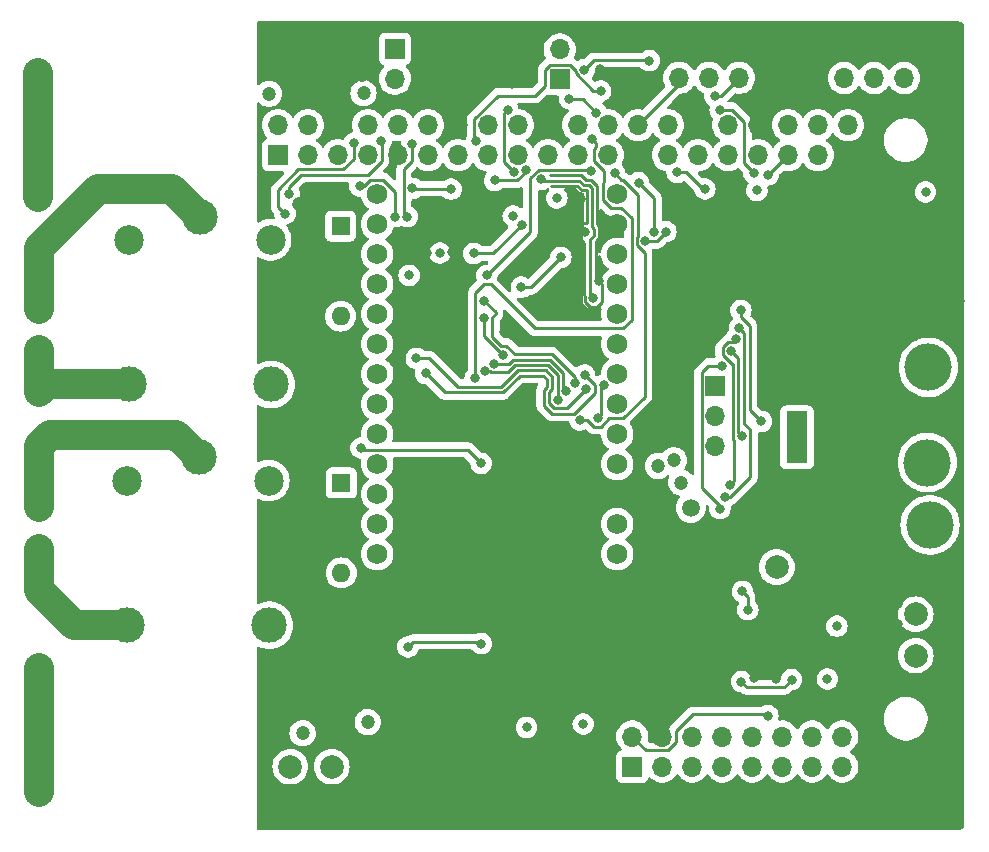
<source format=gbl>
G04 #@! TF.GenerationSoftware,KiCad,Pcbnew,8.0.0*
G04 #@! TF.CreationDate,2024-03-08T00:36:58-06:00*
G04 #@! TF.ProjectId,mn_wild_siren_v2p0,6d6e5f77-696c-4645-9f73-6972656e5f76,rev?*
G04 #@! TF.SameCoordinates,Original*
G04 #@! TF.FileFunction,Copper,L4,Bot*
G04 #@! TF.FilePolarity,Positive*
%FSLAX46Y46*%
G04 Gerber Fmt 4.6, Leading zero omitted, Abs format (unit mm)*
G04 Created by KiCad (PCBNEW 8.0.0) date 2024-03-08 00:36:58*
%MOMM*%
%LPD*%
G01*
G04 APERTURE LIST*
G04 #@! TA.AperFunction,ComponentPad*
%ADD10C,2.000000*%
G04 #@! TD*
G04 #@! TA.AperFunction,ComponentPad*
%ADD11R,1.700000X1.700000*%
G04 #@! TD*
G04 #@! TA.AperFunction,ComponentPad*
%ADD12O,1.700000X1.700000*%
G04 #@! TD*
G04 #@! TA.AperFunction,ComponentPad*
%ADD13C,3.000000*%
G04 #@! TD*
G04 #@! TA.AperFunction,ComponentPad*
%ADD14C,2.500000*%
G04 #@! TD*
G04 #@! TA.AperFunction,ComponentPad*
%ADD15C,1.750000*%
G04 #@! TD*
G04 #@! TA.AperFunction,ComponentPad*
%ADD16R,1.600000X1.600000*%
G04 #@! TD*
G04 #@! TA.AperFunction,ComponentPad*
%ADD17O,1.600000X1.600000*%
G04 #@! TD*
G04 #@! TA.AperFunction,ComponentPad*
%ADD18R,1.800000X4.400000*%
G04 #@! TD*
G04 #@! TA.AperFunction,ComponentPad*
%ADD19O,1.800000X4.000000*%
G04 #@! TD*
G04 #@! TA.AperFunction,ComponentPad*
%ADD20O,4.000000X1.800000*%
G04 #@! TD*
G04 #@! TA.AperFunction,ComponentPad*
%ADD21C,1.500000*%
G04 #@! TD*
G04 #@! TA.AperFunction,ViaPad*
%ADD22C,0.800000*%
G04 #@! TD*
G04 #@! TA.AperFunction,ViaPad*
%ADD23C,4.000000*%
G04 #@! TD*
G04 #@! TA.AperFunction,ViaPad*
%ADD24C,1.200000*%
G04 #@! TD*
G04 #@! TA.AperFunction,ViaPad*
%ADD25C,2.000000*%
G04 #@! TD*
G04 #@! TA.AperFunction,Conductor*
%ADD26C,0.250000*%
G04 #@! TD*
G04 #@! TA.AperFunction,Conductor*
%ADD27C,0.500000*%
G04 #@! TD*
G04 #@! TA.AperFunction,Conductor*
%ADD28C,2.500000*%
G04 #@! TD*
G04 APERTURE END LIST*
D10*
X165862000Y-71739999D03*
X165862000Y-75239999D03*
X165862000Y-78739999D03*
X165862000Y-82239999D03*
X165940000Y-122079999D03*
X165940000Y-125579999D03*
X165940000Y-129079999D03*
X165940000Y-132579999D03*
D11*
X186150000Y-78680000D03*
D12*
X186150000Y-76140000D03*
X188690000Y-78680000D03*
X188690000Y-76140000D03*
X191230000Y-78680000D03*
X191230000Y-76140000D03*
X193770000Y-78680000D03*
X193770000Y-76140000D03*
X196310000Y-78680000D03*
X196310000Y-76140000D03*
X198850000Y-78680000D03*
X198850000Y-76140000D03*
X201390000Y-78680000D03*
X201390000Y-76140000D03*
X203930000Y-78680000D03*
X203930000Y-76140000D03*
X206470000Y-78680000D03*
X206470000Y-76140000D03*
X209010000Y-78680000D03*
X209010000Y-76140000D03*
X211550000Y-78680000D03*
X211550000Y-76140000D03*
X214090000Y-78680000D03*
X214090000Y-76140000D03*
X216630000Y-78680000D03*
X216630000Y-76140000D03*
X219170000Y-78680000D03*
X219170000Y-76140000D03*
X221710000Y-78680000D03*
X221710000Y-76140000D03*
X224250000Y-78680000D03*
X224250000Y-76140000D03*
X226790000Y-78680000D03*
X226790000Y-76140000D03*
X229330000Y-78680000D03*
X229330000Y-76140000D03*
X231870000Y-78680000D03*
X231870000Y-76140000D03*
X234410000Y-78680000D03*
X234410000Y-76140000D03*
D11*
X210000000Y-72270000D03*
D12*
X210000000Y-69730000D03*
D13*
X179578000Y-83894001D03*
D14*
X173528000Y-85844002D03*
D13*
X173528000Y-98044000D03*
X185578000Y-98094001D03*
D14*
X185528000Y-85844001D03*
D13*
X179430000Y-104280000D03*
D14*
X173380000Y-106230000D03*
D13*
X173380000Y-118430000D03*
X185430000Y-118480000D03*
D14*
X185380000Y-106230000D03*
D11*
X227747500Y-72134999D03*
D12*
X225207500Y-72134999D03*
X222667500Y-72134999D03*
X220127500Y-72134999D03*
D15*
X214863700Y-81967100D03*
X214863700Y-84507100D03*
X214863700Y-87047100D03*
X214863700Y-89587100D03*
X214863700Y-92127100D03*
X214863700Y-94667100D03*
X214863700Y-97207100D03*
X214863700Y-99747100D03*
X214863700Y-102287100D03*
X214863700Y-104827100D03*
X214863700Y-107367100D03*
X214863700Y-109907100D03*
X214863700Y-112447100D03*
X214863700Y-114987100D03*
X194543700Y-114987100D03*
X194543700Y-112447100D03*
X194543700Y-109907100D03*
X194543700Y-107367100D03*
X194543700Y-104827100D03*
X194543700Y-102287100D03*
X194543700Y-99747100D03*
X194543700Y-97207100D03*
X194543700Y-94667100D03*
X194543700Y-92127100D03*
X194543700Y-89587100D03*
X194543700Y-87047100D03*
X194543700Y-84507100D03*
X194543700Y-81967100D03*
D11*
X223189800Y-98247200D03*
D12*
X223189800Y-100787200D03*
X223189800Y-103327200D03*
D10*
X187200000Y-130450000D03*
X190700000Y-130450000D03*
X194200000Y-130450000D03*
X197700000Y-130450000D03*
X240150000Y-121045000D03*
X240150000Y-117545000D03*
X240150000Y-114045000D03*
D16*
X191450000Y-84690000D03*
D17*
X191450000Y-92310000D03*
D11*
X216155000Y-130445000D03*
D12*
X216155000Y-127905000D03*
X218695000Y-130445000D03*
X218695000Y-127905000D03*
X221235000Y-130445000D03*
X221235000Y-127905000D03*
X223775000Y-130445000D03*
X223775000Y-127905000D03*
X226315000Y-130445000D03*
X226315000Y-127905000D03*
X228855000Y-130445000D03*
X228855000Y-127905000D03*
X231395000Y-130445000D03*
X231395000Y-127905000D03*
X233935000Y-130445000D03*
X233935000Y-127905000D03*
D18*
X230100000Y-102580000D03*
D19*
X235900000Y-102580000D03*
D20*
X233100000Y-97780000D03*
D11*
X196050000Y-69665000D03*
D12*
X196050000Y-72205000D03*
D11*
X241709999Y-72150000D03*
D12*
X239169999Y-72150000D03*
X236629999Y-72150000D03*
X234089999Y-72150000D03*
D16*
X191510000Y-106430000D03*
D17*
X191510000Y-114050000D03*
D10*
X165940000Y-105000000D03*
X165940000Y-108500000D03*
X165940000Y-112000000D03*
X165940000Y-115500000D03*
D21*
X221110000Y-108540000D03*
X221110000Y-112540000D03*
D10*
X165940000Y-88194000D03*
X165940000Y-91694000D03*
X165940000Y-95194000D03*
X165940000Y-98694000D03*
D22*
X213380000Y-71350000D03*
D23*
X233095800Y-94310200D03*
D22*
X201650600Y-95097600D03*
D24*
X216916000Y-103632000D03*
D22*
X205970000Y-72690000D03*
X216715000Y-72845000D03*
D24*
X220421200Y-94411800D03*
X234391200Y-116484400D03*
D22*
X223693868Y-125009529D03*
X226085400Y-120040400D03*
X218389200Y-95707200D03*
D24*
X188570000Y-104880000D03*
D22*
X228310000Y-123000000D03*
X213332353Y-89343353D03*
X225810000Y-119040000D03*
X208737200Y-133527800D03*
X238840000Y-84520000D03*
X236080000Y-124420000D03*
X212166895Y-85198661D03*
X226420000Y-122930000D03*
D23*
X242250000Y-91048800D03*
D24*
X193916300Y-124523500D03*
D22*
X201650600Y-93827600D03*
X202730000Y-71550000D03*
D25*
X230251000Y-95860000D03*
D24*
X187925000Y-82845000D03*
D22*
X211837900Y-82399500D03*
X238649778Y-116695000D03*
X205253808Y-93625476D03*
D24*
X188600000Y-101460000D03*
D22*
X200406000Y-93776800D03*
X200202800Y-95123000D03*
X198810000Y-86960000D03*
D24*
X193295000Y-71885000D03*
D22*
X213980000Y-125810000D03*
D24*
X188391800Y-124333000D03*
D22*
X223330000Y-80130000D03*
D23*
X236357200Y-92220000D03*
D24*
X185895000Y-71865000D03*
D22*
X238657291Y-118395000D03*
X200858504Y-86905287D03*
X226700000Y-81670000D03*
X240980000Y-81800000D03*
X223146328Y-73639133D03*
D24*
X185400000Y-73490000D03*
X193395000Y-73435000D03*
D22*
X206072642Y-83842959D03*
X199860000Y-86960000D03*
X196073200Y-83892100D03*
X210096893Y-87337107D03*
X206754100Y-89863300D03*
X197261751Y-88869249D03*
X209761397Y-82312458D03*
X193065000Y-81275000D03*
D24*
X220300000Y-106400000D03*
X219684000Y-104514000D03*
D22*
X203580000Y-90992200D03*
X211282049Y-97953685D03*
X203845000Y-88855000D03*
D24*
X218330000Y-104990000D03*
D22*
X212680000Y-80030000D03*
X212090000Y-71450200D03*
X217582093Y-70682507D03*
X211702077Y-101102265D03*
X193180000Y-103480000D03*
X203362896Y-104767145D03*
X214660000Y-80220000D03*
X197160000Y-120310000D03*
X223727695Y-96492305D03*
X227668299Y-80341702D03*
X203362896Y-120050000D03*
X223570000Y-108617771D03*
X204476057Y-96345105D03*
X210567867Y-98685759D03*
D24*
X188240000Y-127620000D03*
X193750000Y-126680000D03*
D22*
X233470000Y-118560000D03*
D23*
X241360000Y-109990000D03*
X241220000Y-96650000D03*
D22*
X207200500Y-127124300D03*
X212000000Y-126840000D03*
D25*
X228398401Y-113560154D03*
D22*
X232664000Y-123037600D03*
D23*
X241130000Y-104703911D03*
D22*
X202849432Y-97570624D03*
X212725000Y-77315000D03*
X218000000Y-85165000D03*
X216680000Y-81000000D03*
X212250000Y-98470000D03*
X197865947Y-95875947D03*
X192595000Y-77650000D03*
X186744205Y-83630023D03*
X198660869Y-97148270D03*
X194890000Y-77470000D03*
X212120000Y-97310000D03*
X187119612Y-81955418D03*
X229640000Y-123090000D03*
X225390000Y-123250000D03*
X212852000Y-90805000D03*
X208449926Y-80725600D03*
X227630000Y-126140000D03*
X209842867Y-99392867D03*
X203717536Y-96996757D03*
X224020000Y-107626012D03*
X225926098Y-117168970D03*
X225216001Y-93300912D03*
X225470000Y-115625200D03*
X224919294Y-94255883D03*
X224417347Y-106637347D03*
X210831600Y-73909756D03*
X223594001Y-74846875D03*
X225340000Y-91830000D03*
X213108267Y-75072899D03*
X227087371Y-101217204D03*
X226430000Y-80170000D03*
X225410000Y-102463600D03*
X224548786Y-95262786D03*
X206789841Y-84560159D03*
X202732580Y-87008280D03*
X205613000Y-74828400D03*
X206121131Y-80087408D03*
X204490764Y-80822154D03*
X197530000Y-81487853D03*
X200807049Y-81561049D03*
X203574432Y-92451000D03*
X205183166Y-95599000D03*
X207127266Y-79972481D03*
X213729916Y-98158521D03*
X217265000Y-85951856D03*
X219950200Y-80134553D03*
X213207347Y-100932653D03*
X222300200Y-81540684D03*
X219000003Y-85165000D03*
X197510000Y-77740000D03*
X202930000Y-77510000D03*
X197105842Y-83890323D03*
X213472621Y-73256481D03*
D26*
X211936051Y-84404200D02*
X212280000Y-84404200D01*
X209850000Y-80390000D02*
X209790000Y-80390000D01*
X212551695Y-91530000D02*
X212127000Y-91105305D01*
X211842792Y-80390000D02*
X209850000Y-80390000D01*
D27*
X216990000Y-126200000D02*
X215340000Y-126200000D01*
D26*
X213577000Y-91105305D02*
X213152305Y-91530000D01*
X211470000Y-81290000D02*
X211070000Y-81290000D01*
X212057776Y-86114847D02*
X211441895Y-85498966D01*
X211066200Y-81293800D02*
X209249695Y-81293800D01*
X213180000Y-81301408D02*
X212652792Y-80774200D01*
X213332353Y-89343353D02*
X213577000Y-89588000D01*
X211070000Y-81290000D02*
X211066200Y-81293800D01*
X212226992Y-80774200D02*
X211842792Y-80390000D01*
X211854200Y-81674200D02*
X211470000Y-81290000D01*
X212127000Y-90615600D02*
X212030000Y-90518600D01*
X213341895Y-85685362D02*
X213341895Y-84711960D01*
X213332353Y-89343353D02*
X213057353Y-89068353D01*
X212127000Y-91105305D02*
X212127000Y-90615600D01*
X212652792Y-80774200D02*
X212226992Y-80774200D01*
X209786200Y-80393800D02*
X209200000Y-80393800D01*
X212030000Y-86142623D02*
X212057776Y-86114847D01*
X211441895Y-84898356D02*
X211936051Y-84404200D01*
X212280000Y-84404200D02*
X212280000Y-81674200D01*
X213057353Y-85969904D02*
X213341895Y-85685362D01*
X209850000Y-80390000D02*
X209840000Y-80380000D01*
X212030000Y-90518600D02*
X212030000Y-86142623D01*
X213341895Y-84711960D02*
X213180000Y-84550065D01*
X209790000Y-80390000D02*
X209786200Y-80393800D01*
X211441895Y-85498966D02*
X211441895Y-84898356D01*
X213577000Y-89588000D02*
X213577000Y-91105305D01*
X213057353Y-89068353D02*
X213057353Y-85969904D01*
X212280000Y-81674200D02*
X211854200Y-81674200D01*
D27*
X218695000Y-127905000D02*
X216990000Y-126200000D01*
D26*
X213152305Y-91530000D02*
X212551695Y-91530000D01*
X213180000Y-84550065D02*
X213180000Y-81301408D01*
X223703366Y-73639133D02*
X225207500Y-72134999D01*
X223146328Y-73639133D02*
X223703366Y-73639133D01*
X193065000Y-81275000D02*
X193040000Y-81300000D01*
X193040000Y-81300000D02*
X193040000Y-81380000D01*
X193415000Y-81275000D02*
X193922900Y-80767100D01*
X195040757Y-80767100D02*
X196073200Y-81799543D01*
X207570700Y-89863300D02*
X210096893Y-87337107D01*
X193065000Y-81275000D02*
X193415000Y-81275000D01*
X196073200Y-81799543D02*
X196073200Y-83892100D01*
X193922900Y-80767100D02*
X195040757Y-80767100D01*
X206754100Y-89863300D02*
X207570700Y-89863300D01*
X211282049Y-97459994D02*
X211282049Y-97953685D01*
X205030115Y-94799715D02*
X205489715Y-94799715D01*
X206233800Y-95543800D02*
X209365855Y-95543800D01*
X203845000Y-88855000D02*
X207514841Y-85185159D01*
X204585400Y-91997600D02*
X204585400Y-92105000D01*
X212310000Y-79930000D02*
X212580000Y-79930000D01*
X209365855Y-95543800D02*
X211282049Y-97459994D01*
X204310400Y-94080000D02*
X205030115Y-94799715D01*
X204585400Y-92105000D02*
X204310400Y-92380000D01*
X207514841Y-85185159D02*
X207514841Y-82435159D01*
X203580000Y-90992200D02*
X204585400Y-91997600D01*
X212680000Y-80030000D02*
X212740000Y-80090000D01*
X208220221Y-79930000D02*
X209840000Y-79930000D01*
X212580000Y-79930000D02*
X212680000Y-80030000D01*
X205489715Y-94799715D02*
X206233800Y-95543800D01*
X207514841Y-82435159D02*
X207514841Y-80635380D01*
X204310400Y-92380000D02*
X204310400Y-94080000D01*
X207514841Y-80635380D02*
X208220221Y-79930000D01*
X209840000Y-79930000D02*
X212310000Y-79930000D01*
X212915200Y-70625000D02*
X212090000Y-71450200D01*
X217524586Y-70625000D02*
X212915200Y-70625000D01*
X217582093Y-70682507D02*
X217524586Y-70625000D01*
X220127500Y-72642500D02*
X220127500Y-72134999D01*
X216630000Y-76140000D02*
X220127500Y-72642500D01*
X217190000Y-86930000D02*
X216540000Y-86280000D01*
X212351654Y-101102265D02*
X212907042Y-101657653D01*
X212907042Y-101657653D02*
X213507652Y-101657653D01*
X217190000Y-99117857D02*
X217190000Y-86930000D01*
X216610000Y-85581551D02*
X216610000Y-82016343D01*
X215360757Y-80767100D02*
X215207100Y-80767100D01*
X193327100Y-103627100D02*
X193180000Y-103480000D01*
X211702077Y-101102265D02*
X212351654Y-101102265D01*
X215360757Y-100947100D02*
X217190000Y-99117857D01*
X216540000Y-85651551D02*
X216610000Y-85581551D01*
X215207100Y-80767100D02*
X214660000Y-80220000D01*
X216610000Y-82016343D02*
X215360757Y-80767100D01*
X216540000Y-86280000D02*
X216540000Y-85651551D01*
X214218205Y-100947100D02*
X215360757Y-100947100D01*
X203362896Y-104767145D02*
X202222851Y-103627100D01*
X213507652Y-101657653D02*
X214218205Y-100947100D01*
X202222851Y-103627100D02*
X193327100Y-103627100D01*
X223570000Y-108617771D02*
X223570000Y-108397273D01*
X222014800Y-97072200D02*
X222594695Y-96492305D01*
X223570000Y-108397273D02*
X222014800Y-106842073D01*
X227668299Y-80341702D02*
X227668299Y-80341701D01*
X222014800Y-106842073D02*
X222014800Y-97072200D01*
X203202896Y-119890000D02*
X203362896Y-120050000D01*
X197580000Y-119890000D02*
X203202896Y-119890000D01*
X227668299Y-80341701D02*
X229330000Y-78680000D01*
X197160000Y-120310000D02*
X197580000Y-119890000D01*
X222594695Y-96492305D02*
X223727695Y-96492305D01*
D28*
X165940000Y-112000001D02*
X165940000Y-115499999D01*
X173380000Y-118430000D02*
X168870001Y-118430000D01*
X168870001Y-118430000D02*
X165940000Y-115499999D01*
D26*
X210567867Y-98685759D02*
X210292867Y-98410759D01*
X210292867Y-98410759D02*
X210292867Y-97107208D01*
X204497162Y-96324000D02*
X204476057Y-96345105D01*
X205731404Y-96324000D02*
X204497162Y-96324000D01*
X209179459Y-95993800D02*
X206061604Y-95993800D01*
X206061604Y-95993800D02*
X205731404Y-96324000D01*
X210292867Y-97107208D02*
X209179459Y-95993800D01*
D28*
X165940000Y-103300000D02*
X165940000Y-105000000D01*
X177512000Y-102362000D02*
X166878000Y-102362000D01*
X165940000Y-105000000D02*
X165940000Y-108500000D01*
X166878000Y-102362000D02*
X165940000Y-103300000D01*
X179430000Y-104280000D02*
X177512000Y-102362000D01*
X165862000Y-71739999D02*
X165862000Y-75239999D01*
X165862000Y-78740000D02*
X165862000Y-82239998D01*
X165862000Y-78740000D02*
X165862000Y-75239999D01*
X165940000Y-132579998D02*
X165940000Y-129080000D01*
X165940000Y-125579999D02*
X165940000Y-129080000D01*
X165940000Y-122079999D02*
X165940000Y-125579999D01*
X165940000Y-88194000D02*
X165940000Y-86536000D01*
X170942000Y-81534000D02*
X177217999Y-81534000D01*
X177217999Y-81534000D02*
X179578000Y-83894001D01*
X165940000Y-91694000D02*
X165940000Y-88194000D01*
X165940000Y-86536000D02*
X170942000Y-81534000D01*
X173528000Y-98044000D02*
X166589999Y-98044000D01*
X165940000Y-95194001D02*
X165940000Y-98693999D01*
X166589999Y-98044000D02*
X165940000Y-98693999D01*
D26*
X212915000Y-78193299D02*
X212915000Y-79166701D01*
X213100000Y-77690000D02*
X213100000Y-78008299D01*
X213642502Y-82442959D02*
X214366643Y-83167100D01*
X202849432Y-90356615D02*
X202849432Y-97570624D01*
X207893691Y-93350000D02*
X204175174Y-89631483D01*
X213642502Y-81052502D02*
X213642502Y-82442959D01*
X212915000Y-79166701D02*
X213750000Y-80001701D01*
X213100000Y-78008299D02*
X212915000Y-78193299D01*
X215337857Y-93350000D02*
X207893691Y-93350000D01*
X213750000Y-80001701D02*
X213750000Y-80945004D01*
X216090000Y-84030000D02*
X216090000Y-92597857D01*
X204175174Y-89631483D02*
X203574564Y-89631483D01*
X214366643Y-83167100D02*
X215227100Y-83167100D01*
X215227100Y-83167100D02*
X216090000Y-84030000D01*
X213750000Y-80945004D02*
X213642502Y-81052502D01*
X212725000Y-77315000D02*
X213100000Y-77690000D01*
X216090000Y-92597857D02*
X215337857Y-93350000D01*
X203574564Y-89631483D02*
X202849432Y-90356615D01*
X218000000Y-85165000D02*
X218000000Y-82320000D01*
X218000000Y-82320000D02*
X216680000Y-81000000D01*
X208806667Y-96893800D02*
X209392867Y-97480000D01*
X191681701Y-79890000D02*
X187884695Y-79890000D01*
X186182000Y-83067818D02*
X186744205Y-83630023D01*
X192595000Y-77650000D02*
X192595000Y-78976701D01*
X186182000Y-81592695D02*
X186182000Y-83067818D01*
X205032572Y-98295624D02*
X206434396Y-96893800D01*
X209117867Y-99693172D02*
X209542562Y-100117867D01*
X210602133Y-100117867D02*
X212250000Y-98470000D01*
X206434396Y-96893800D02*
X208806667Y-96893800D01*
X209542562Y-100117867D02*
X210602133Y-100117867D01*
X197865947Y-95875947D02*
X198975947Y-95875947D01*
X187884695Y-79890000D02*
X186182000Y-81592695D01*
X198975947Y-95875947D02*
X201395624Y-98295624D01*
X209392867Y-97480000D02*
X209392867Y-98470000D01*
X209392867Y-98470000D02*
X209117867Y-98745000D01*
X192595000Y-78976701D02*
X191681701Y-79890000D01*
X201395624Y-98295624D02*
X205032572Y-98295624D01*
X209117867Y-98745000D02*
X209117867Y-99693172D01*
X209356166Y-100567867D02*
X211212133Y-100567867D01*
X200258223Y-98745624D02*
X205218968Y-98745624D01*
X212975000Y-98165000D02*
X212120000Y-97310000D01*
X188115305Y-80340000D02*
X187119612Y-81335693D01*
X208942867Y-98283604D02*
X208667867Y-98558604D01*
X198660869Y-97148270D02*
X200258223Y-98745624D01*
X208667867Y-99879568D02*
X209356166Y-100567867D01*
X208942867Y-97666396D02*
X208942867Y-98283604D01*
X211212133Y-100567867D02*
X212975000Y-98805000D01*
X193771701Y-80340000D02*
X188115305Y-80340000D01*
X194945000Y-79166701D02*
X193771701Y-80340000D01*
X212975000Y-98805000D02*
X212975000Y-98165000D01*
X187119612Y-81335693D02*
X187119612Y-81955418D01*
X205218968Y-98745624D02*
X206620792Y-97343800D01*
X208667867Y-98558604D02*
X208667867Y-99879568D01*
X194945000Y-77525000D02*
X194945000Y-79166701D01*
X208620271Y-97343800D02*
X208942867Y-97666396D01*
X194890000Y-77470000D02*
X194945000Y-77525000D01*
X206620792Y-97343800D02*
X208620271Y-97343800D01*
X229005000Y-123725000D02*
X225865000Y-123725000D01*
X225865000Y-123725000D02*
X225390000Y-123250000D01*
X229640000Y-123090000D02*
X229005000Y-123725000D01*
X212040596Y-81224200D02*
X212466396Y-81224200D01*
X212730000Y-84736461D02*
X212891895Y-84898356D01*
X212466396Y-81224200D02*
X212730000Y-81487804D01*
X212891895Y-84898356D02*
X212891895Y-85498966D01*
X212607353Y-90560353D02*
X212852000Y-90805000D01*
X212607353Y-85783508D02*
X212607353Y-90560353D01*
X210883604Y-80840000D02*
X211656396Y-80840000D01*
X212891895Y-85498966D02*
X212607353Y-85783508D01*
X211656396Y-80840000D02*
X212040596Y-81224200D01*
X212730000Y-81487804D02*
X212730000Y-84736461D01*
X208568126Y-80843800D02*
X210879804Y-80843800D01*
X208449926Y-80725600D02*
X208568126Y-80843800D01*
X210879804Y-80843800D02*
X210883604Y-80840000D01*
X227630000Y-126140000D02*
X227499529Y-126009529D01*
X219870000Y-127418299D02*
X219870000Y-128391701D01*
X219181701Y-129080000D02*
X217330000Y-129080000D01*
X221278770Y-126009529D02*
X219870000Y-127418299D01*
X227499529Y-126009529D02*
X221278770Y-126009529D01*
X217330000Y-129080000D02*
X216155000Y-127905000D01*
X219870000Y-128391701D02*
X219181701Y-129080000D01*
X203717536Y-96996757D02*
X204102404Y-96996757D01*
X209842867Y-97293604D02*
X209842867Y-99392867D01*
X206248000Y-96443800D02*
X208993063Y-96443800D01*
X205621695Y-97070105D02*
X206248000Y-96443800D01*
X208993063Y-96443800D02*
X209842867Y-97293604D01*
X204175752Y-97070105D02*
X205621695Y-97070105D01*
X204102404Y-96996757D02*
X204175752Y-97070105D01*
X226135000Y-105945000D02*
X226135000Y-101961600D01*
X225570200Y-98450400D02*
X225644294Y-98376306D01*
X224453988Y-107626012D02*
X226135000Y-105945000D01*
X225926098Y-116081298D02*
X225926098Y-117168970D01*
X225570200Y-101396800D02*
X225570200Y-98450400D01*
X226135000Y-101961600D02*
X225570200Y-101396800D01*
X225644294Y-98376306D02*
X225644294Y-93729205D01*
X225470000Y-115625200D02*
X225926098Y-116081298D01*
X224020000Y-107626012D02*
X224453988Y-107626012D01*
X225644294Y-93729205D02*
X225216001Y-93300912D01*
X224764600Y-102843505D02*
X224670200Y-102749105D01*
X224670200Y-102749105D02*
X224670200Y-96367600D01*
X224417347Y-106637347D02*
X224764600Y-106290094D01*
X224637391Y-94537786D02*
X224919294Y-94255883D01*
X223823786Y-94962481D02*
X224248481Y-94537786D01*
X224628295Y-96367600D02*
X223823786Y-95563091D01*
X224248481Y-94537786D02*
X224637391Y-94537786D01*
X224670200Y-96367600D02*
X224628295Y-96367600D01*
X223823786Y-95563091D02*
X223823786Y-94962481D01*
X224764600Y-106290094D02*
X224764600Y-102843505D01*
X210831600Y-73909756D02*
X211945124Y-73909756D01*
X226094294Y-100224127D02*
X226094294Y-94440000D01*
X223594001Y-74846875D02*
X224618576Y-74846875D01*
X225615000Y-75843299D02*
X225615000Y-79355000D01*
X211945124Y-73909756D02*
X213108267Y-75072899D01*
X226094294Y-93153900D02*
X225340000Y-92399606D01*
X226094294Y-94440000D02*
X226094294Y-93153900D01*
X225340000Y-92399606D02*
X225340000Y-91830000D01*
X225615000Y-79355000D02*
X226430000Y-80170000D01*
X227087371Y-101217204D02*
X226094294Y-100224127D01*
X224618576Y-74846875D02*
X225615000Y-75843299D01*
X225120200Y-95834200D02*
X224548786Y-95262786D01*
X225410000Y-102463600D02*
X225120200Y-102173800D01*
X225120200Y-102173800D02*
X225120200Y-95834200D01*
X205295000Y-79261277D02*
X205295000Y-75146400D01*
X204341720Y-87008280D02*
X206789841Y-84560159D01*
X202732580Y-87008280D02*
X204341720Y-87008280D01*
X206121131Y-80087408D02*
X205295000Y-79261277D01*
X205295000Y-75146400D02*
X205613000Y-74828400D01*
X203574432Y-93990266D02*
X203574432Y-92451000D01*
X205183166Y-95599000D02*
X203574432Y-93990266D01*
X200807049Y-81561049D02*
X200780000Y-81534000D01*
X207127266Y-79972481D02*
X207127266Y-80106578D01*
X200780000Y-81534000D02*
X197576147Y-81534000D01*
X206411690Y-80822154D02*
X204490764Y-80822154D01*
X197576147Y-81534000D02*
X197530000Y-81487853D01*
X207127266Y-80106578D02*
X206411690Y-80822154D01*
X213510000Y-98378437D02*
X213510000Y-100630000D01*
X222190000Y-81590000D02*
X220734553Y-80134553D01*
X213729916Y-98158521D02*
X213510000Y-98378437D01*
X222300200Y-81540684D02*
X222250884Y-81590000D01*
X217265000Y-85951856D02*
X218238449Y-85951856D01*
X222250884Y-81590000D02*
X222190000Y-81590000D01*
X218238449Y-85951856D02*
X219000003Y-85190302D01*
X219000003Y-85190302D02*
X219000003Y-85165000D01*
X220734553Y-80134553D02*
X219950200Y-80134553D01*
X213510000Y-100630000D02*
X213207347Y-100932653D01*
X212866481Y-73256481D02*
X211365000Y-71755000D01*
X196805000Y-79846701D02*
X197510000Y-79141701D01*
X196805000Y-83589481D02*
X196805000Y-79846701D01*
X208785000Y-72800000D02*
X207950000Y-73635000D01*
X202755000Y-75653299D02*
X202755000Y-77335000D01*
X204773299Y-73635000D02*
X202755000Y-75653299D01*
X209210000Y-71020000D02*
X208785000Y-71445000D01*
X197105842Y-83890323D02*
X196805000Y-83589481D01*
X202755000Y-77335000D02*
X202930000Y-77510000D01*
X197510000Y-79141701D02*
X197510000Y-77740000D01*
X208785000Y-71445000D02*
X208785000Y-72800000D01*
X213472621Y-73256481D02*
X212866481Y-73256481D01*
X210870000Y-71020000D02*
X209210000Y-71020000D01*
X211365000Y-71515000D02*
X210870000Y-71020000D01*
X207950000Y-73635000D02*
X204773299Y-73635000D01*
X211365000Y-71755000D02*
X211365000Y-71515000D01*
G04 #@! TA.AperFunction,Conductor*
G36*
X243790491Y-67359273D02*
G01*
X243800420Y-67360580D01*
X243887377Y-67372029D01*
X243919138Y-67380539D01*
X244001729Y-67414749D01*
X244030214Y-67431195D01*
X244101130Y-67485612D01*
X244124387Y-67508869D01*
X244178804Y-67579785D01*
X244195251Y-67608272D01*
X244229458Y-67690855D01*
X244237971Y-67722625D01*
X244250727Y-67819508D01*
X244251805Y-67835956D01*
X244251805Y-67862727D01*
X244251809Y-67862758D01*
X244261803Y-135354033D01*
X244260725Y-135370499D01*
X244247971Y-135467373D01*
X244239458Y-135499144D01*
X244205251Y-135581727D01*
X244188804Y-135610214D01*
X244134387Y-135681130D01*
X244111130Y-135704387D01*
X244040214Y-135758804D01*
X244011727Y-135775251D01*
X243929144Y-135809458D01*
X243897373Y-135817971D01*
X243800485Y-135830727D01*
X243784038Y-135831805D01*
X243765763Y-135831805D01*
X243765737Y-135831806D01*
X184486012Y-135837420D01*
X184417889Y-135817424D01*
X184371391Y-135763773D01*
X184360000Y-135711420D01*
X184360000Y-130450000D01*
X185686835Y-130450000D01*
X185705465Y-130686710D01*
X185760894Y-130917592D01*
X185836561Y-131100268D01*
X185851760Y-131136963D01*
X185940803Y-131282268D01*
X185975825Y-131339417D01*
X185975826Y-131339419D01*
X186130030Y-131519969D01*
X186310580Y-131674173D01*
X186310584Y-131674176D01*
X186513037Y-131798240D01*
X186732406Y-131889105D01*
X186963289Y-131944535D01*
X187200000Y-131963165D01*
X187436711Y-131944535D01*
X187667594Y-131889105D01*
X187886963Y-131798240D01*
X188089416Y-131674176D01*
X188269969Y-131519969D01*
X188424176Y-131339416D01*
X188548240Y-131136963D01*
X188639105Y-130917594D01*
X188694535Y-130686711D01*
X188713165Y-130450000D01*
X189186835Y-130450000D01*
X189205465Y-130686710D01*
X189260894Y-130917592D01*
X189336561Y-131100268D01*
X189351760Y-131136963D01*
X189440803Y-131282268D01*
X189475825Y-131339417D01*
X189475826Y-131339419D01*
X189630030Y-131519969D01*
X189810580Y-131674173D01*
X189810584Y-131674176D01*
X190013037Y-131798240D01*
X190232406Y-131889105D01*
X190463289Y-131944535D01*
X190700000Y-131963165D01*
X190936711Y-131944535D01*
X191167594Y-131889105D01*
X191386963Y-131798240D01*
X191589416Y-131674176D01*
X191769969Y-131519969D01*
X191924176Y-131339416D01*
X192048240Y-131136963D01*
X192139105Y-130917594D01*
X192194535Y-130686711D01*
X192213165Y-130450000D01*
X192194535Y-130213289D01*
X192139105Y-129982406D01*
X192048240Y-129763037D01*
X191924176Y-129560584D01*
X191924173Y-129560580D01*
X191769969Y-129380030D01*
X191589419Y-129225826D01*
X191589417Y-129225825D01*
X191589416Y-129225824D01*
X191386963Y-129101760D01*
X191385643Y-129101213D01*
X191167592Y-129010894D01*
X191009651Y-128972976D01*
X190936711Y-128955465D01*
X190700000Y-128936835D01*
X190463289Y-128955465D01*
X190232407Y-129010894D01*
X190013038Y-129101759D01*
X189810582Y-129225825D01*
X189810580Y-129225826D01*
X189630030Y-129380030D01*
X189475826Y-129560580D01*
X189475825Y-129560582D01*
X189351759Y-129763038D01*
X189260894Y-129982407D01*
X189205465Y-130213289D01*
X189186835Y-130450000D01*
X188713165Y-130450000D01*
X188694535Y-130213289D01*
X188639105Y-129982406D01*
X188548240Y-129763037D01*
X188424176Y-129560584D01*
X188424173Y-129560580D01*
X188269969Y-129380030D01*
X188089419Y-129225826D01*
X188089417Y-129225825D01*
X188089416Y-129225824D01*
X187886963Y-129101760D01*
X187885643Y-129101213D01*
X187667592Y-129010894D01*
X187509651Y-128972976D01*
X187436711Y-128955465D01*
X187200000Y-128936835D01*
X186963289Y-128955465D01*
X186732407Y-129010894D01*
X186513038Y-129101759D01*
X186310582Y-129225825D01*
X186310580Y-129225826D01*
X186130030Y-129380030D01*
X185975826Y-129560580D01*
X185975825Y-129560582D01*
X185851759Y-129763038D01*
X185760894Y-129982407D01*
X185705465Y-130213289D01*
X185686835Y-130450000D01*
X184360000Y-130450000D01*
X184360000Y-127620000D01*
X187126751Y-127620000D01*
X187145706Y-127824562D01*
X187201923Y-128022144D01*
X187201929Y-128022160D01*
X187293493Y-128206045D01*
X187293497Y-128206050D01*
X187417297Y-128369990D01*
X187569116Y-128508391D01*
X187569118Y-128508392D01*
X187743782Y-128616540D01*
X187935345Y-128690751D01*
X188137282Y-128728500D01*
X188137285Y-128728500D01*
X188342715Y-128728500D01*
X188342718Y-128728500D01*
X188544655Y-128690751D01*
X188736218Y-128616540D01*
X188910882Y-128508392D01*
X189062701Y-128369991D01*
X189186503Y-128206050D01*
X189186504Y-128206046D01*
X189186506Y-128206045D01*
X189278070Y-128022160D01*
X189278069Y-128022160D01*
X189278074Y-128022152D01*
X189334294Y-127824559D01*
X189353249Y-127620000D01*
X189334294Y-127415441D01*
X189305496Y-127314228D01*
X189278076Y-127217855D01*
X189278075Y-127217854D01*
X189278074Y-127217848D01*
X189278071Y-127217843D01*
X189278069Y-127217836D01*
X189186506Y-127033954D01*
X189186502Y-127033949D01*
X189062702Y-126870009D01*
X188910883Y-126731608D01*
X188827533Y-126680000D01*
X192636751Y-126680000D01*
X192655706Y-126884562D01*
X192711923Y-127082144D01*
X192711929Y-127082160D01*
X192803493Y-127266045D01*
X192803497Y-127266050D01*
X192927297Y-127429990D01*
X193079116Y-127568391D01*
X193079118Y-127568392D01*
X193253782Y-127676540D01*
X193445345Y-127750751D01*
X193647282Y-127788500D01*
X193647285Y-127788500D01*
X193852715Y-127788500D01*
X193852718Y-127788500D01*
X194054655Y-127750751D01*
X194246218Y-127676540D01*
X194420882Y-127568392D01*
X194572701Y-127429991D01*
X194581460Y-127418393D01*
X194628650Y-127355902D01*
X194696503Y-127266050D01*
X194696504Y-127266046D01*
X194696506Y-127266045D01*
X194767087Y-127124300D01*
X206286996Y-127124300D01*
X206306957Y-127314227D01*
X206327335Y-127376941D01*
X206365973Y-127495856D01*
X206365976Y-127495861D01*
X206461458Y-127661241D01*
X206461465Y-127661251D01*
X206589244Y-127803164D01*
X206589247Y-127803166D01*
X206743748Y-127915418D01*
X206918212Y-127993094D01*
X207105013Y-128032800D01*
X207295987Y-128032800D01*
X207482788Y-127993094D01*
X207657252Y-127915418D01*
X207671591Y-127905000D01*
X214791844Y-127905000D01*
X214806105Y-128077105D01*
X214810437Y-128129375D01*
X214865702Y-128347612D01*
X214865703Y-128347613D01*
X214865704Y-128347616D01*
X214900305Y-128426498D01*
X214956141Y-128553793D01*
X215079275Y-128742265D01*
X215079280Y-128742270D01*
X215222475Y-128897820D01*
X215253896Y-128961485D01*
X215245909Y-129032031D01*
X215201051Y-129087060D01*
X215173807Y-129101213D01*
X215058797Y-129144110D01*
X215058792Y-129144112D01*
X214941738Y-129231738D01*
X214854112Y-129348792D01*
X214854110Y-129348797D01*
X214803011Y-129485795D01*
X214803009Y-129485803D01*
X214796500Y-129546350D01*
X214796500Y-131343637D01*
X214803009Y-131404196D01*
X214803011Y-131404204D01*
X214854110Y-131541202D01*
X214854112Y-131541207D01*
X214941738Y-131658261D01*
X215058792Y-131745887D01*
X215058794Y-131745888D01*
X215058796Y-131745889D01*
X215113900Y-131766442D01*
X215195795Y-131796988D01*
X215195803Y-131796990D01*
X215256350Y-131803499D01*
X215256355Y-131803499D01*
X215256362Y-131803500D01*
X215256368Y-131803500D01*
X217053632Y-131803500D01*
X217053638Y-131803500D01*
X217053645Y-131803499D01*
X217053649Y-131803499D01*
X217114196Y-131796990D01*
X217114199Y-131796989D01*
X217114201Y-131796989D01*
X217251204Y-131745889D01*
X217321399Y-131693342D01*
X217368261Y-131658261D01*
X217455886Y-131541208D01*
X217455885Y-131541208D01*
X217455889Y-131541204D01*
X217499999Y-131422939D01*
X217542545Y-131366107D01*
X217609066Y-131341296D01*
X217678440Y-131356388D01*
X217710753Y-131381635D01*
X217731529Y-131404204D01*
X217771762Y-131447908D01*
X217826331Y-131490381D01*
X217949424Y-131586189D01*
X218147426Y-131693342D01*
X218147427Y-131693342D01*
X218147428Y-131693343D01*
X218259227Y-131731723D01*
X218360365Y-131766444D01*
X218582431Y-131803500D01*
X218582435Y-131803500D01*
X218807565Y-131803500D01*
X218807569Y-131803500D01*
X219029635Y-131766444D01*
X219242574Y-131693342D01*
X219440576Y-131586189D01*
X219618240Y-131447906D01*
X219770722Y-131282268D01*
X219859518Y-131146354D01*
X219913520Y-131100268D01*
X219983868Y-131090692D01*
X220048225Y-131120669D01*
X220070480Y-131146353D01*
X220103607Y-131197058D01*
X220159275Y-131282265D01*
X220159279Y-131282270D01*
X220311762Y-131447908D01*
X220366331Y-131490381D01*
X220489424Y-131586189D01*
X220687426Y-131693342D01*
X220687427Y-131693342D01*
X220687428Y-131693343D01*
X220799227Y-131731723D01*
X220900365Y-131766444D01*
X221122431Y-131803500D01*
X221122435Y-131803500D01*
X221347565Y-131803500D01*
X221347569Y-131803500D01*
X221569635Y-131766444D01*
X221782574Y-131693342D01*
X221980576Y-131586189D01*
X222158240Y-131447906D01*
X222310722Y-131282268D01*
X222399518Y-131146354D01*
X222453520Y-131100268D01*
X222523868Y-131090692D01*
X222588225Y-131120669D01*
X222610480Y-131146353D01*
X222643607Y-131197058D01*
X222699275Y-131282265D01*
X222699279Y-131282270D01*
X222851762Y-131447908D01*
X222906331Y-131490381D01*
X223029424Y-131586189D01*
X223227426Y-131693342D01*
X223227427Y-131693342D01*
X223227428Y-131693343D01*
X223339227Y-131731723D01*
X223440365Y-131766444D01*
X223662431Y-131803500D01*
X223662435Y-131803500D01*
X223887565Y-131803500D01*
X223887569Y-131803500D01*
X224109635Y-131766444D01*
X224322574Y-131693342D01*
X224520576Y-131586189D01*
X224698240Y-131447906D01*
X224850722Y-131282268D01*
X224939518Y-131146354D01*
X224993520Y-131100268D01*
X225063868Y-131090692D01*
X225128225Y-131120669D01*
X225150480Y-131146353D01*
X225183607Y-131197058D01*
X225239275Y-131282265D01*
X225239279Y-131282270D01*
X225391762Y-131447908D01*
X225446331Y-131490381D01*
X225569424Y-131586189D01*
X225767426Y-131693342D01*
X225767427Y-131693342D01*
X225767428Y-131693343D01*
X225879227Y-131731723D01*
X225980365Y-131766444D01*
X226202431Y-131803500D01*
X226202435Y-131803500D01*
X226427565Y-131803500D01*
X226427569Y-131803500D01*
X226649635Y-131766444D01*
X226862574Y-131693342D01*
X227060576Y-131586189D01*
X227238240Y-131447906D01*
X227390722Y-131282268D01*
X227479518Y-131146354D01*
X227533520Y-131100268D01*
X227603868Y-131090692D01*
X227668225Y-131120669D01*
X227690480Y-131146353D01*
X227723607Y-131197058D01*
X227779275Y-131282265D01*
X227779279Y-131282270D01*
X227931762Y-131447908D01*
X227986331Y-131490381D01*
X228109424Y-131586189D01*
X228307426Y-131693342D01*
X228307427Y-131693342D01*
X228307428Y-131693343D01*
X228419227Y-131731723D01*
X228520365Y-131766444D01*
X228742431Y-131803500D01*
X228742435Y-131803500D01*
X228967565Y-131803500D01*
X228967569Y-131803500D01*
X229189635Y-131766444D01*
X229402574Y-131693342D01*
X229600576Y-131586189D01*
X229778240Y-131447906D01*
X229930722Y-131282268D01*
X230019518Y-131146354D01*
X230073520Y-131100268D01*
X230143868Y-131090692D01*
X230208225Y-131120669D01*
X230230480Y-131146353D01*
X230263607Y-131197058D01*
X230319275Y-131282265D01*
X230319279Y-131282270D01*
X230471762Y-131447908D01*
X230526331Y-131490381D01*
X230649424Y-131586189D01*
X230847426Y-131693342D01*
X230847427Y-131693342D01*
X230847428Y-131693343D01*
X230959227Y-131731723D01*
X231060365Y-131766444D01*
X231282431Y-131803500D01*
X231282435Y-131803500D01*
X231507565Y-131803500D01*
X231507569Y-131803500D01*
X231729635Y-131766444D01*
X231942574Y-131693342D01*
X232140576Y-131586189D01*
X232318240Y-131447906D01*
X232470722Y-131282268D01*
X232559518Y-131146354D01*
X232613520Y-131100268D01*
X232683868Y-131090692D01*
X232748225Y-131120669D01*
X232770480Y-131146353D01*
X232803607Y-131197058D01*
X232859275Y-131282265D01*
X232859279Y-131282270D01*
X233011762Y-131447908D01*
X233066331Y-131490381D01*
X233189424Y-131586189D01*
X233387426Y-131693342D01*
X233387427Y-131693342D01*
X233387428Y-131693343D01*
X233499227Y-131731723D01*
X233600365Y-131766444D01*
X233822431Y-131803500D01*
X233822435Y-131803500D01*
X234047565Y-131803500D01*
X234047569Y-131803500D01*
X234269635Y-131766444D01*
X234482574Y-131693342D01*
X234680576Y-131586189D01*
X234858240Y-131447906D01*
X235010722Y-131282268D01*
X235133860Y-131093791D01*
X235224296Y-130887616D01*
X235279564Y-130669368D01*
X235298156Y-130445000D01*
X235279564Y-130220632D01*
X235279562Y-130220624D01*
X235224297Y-130002387D01*
X235224296Y-130002386D01*
X235224296Y-130002384D01*
X235133860Y-129796209D01*
X235116500Y-129769637D01*
X235010724Y-129607734D01*
X235010720Y-129607729D01*
X234894570Y-129481559D01*
X234858240Y-129442094D01*
X234858239Y-129442093D01*
X234858237Y-129442091D01*
X234738367Y-129348792D01*
X234680576Y-129303811D01*
X234647319Y-129285813D01*
X234596929Y-129235802D01*
X234581576Y-129166485D01*
X234606136Y-129099872D01*
X234647320Y-129064186D01*
X234680576Y-129046189D01*
X234858240Y-128907906D01*
X235010722Y-128742268D01*
X235133860Y-128553791D01*
X235224296Y-128347616D01*
X235279564Y-128129368D01*
X235298156Y-127905000D01*
X235279564Y-127680632D01*
X235224296Y-127462384D01*
X235133860Y-127256209D01*
X235119031Y-127233511D01*
X235010724Y-127067734D01*
X235010720Y-127067729D01*
X234858237Y-126902091D01*
X234776382Y-126838381D01*
X234680576Y-126763811D01*
X234482574Y-126656658D01*
X234482572Y-126656657D01*
X234482571Y-126656656D01*
X234269639Y-126583557D01*
X234269630Y-126583555D01*
X234225476Y-126576187D01*
X234047569Y-126546500D01*
X233822431Y-126546500D01*
X233674211Y-126571233D01*
X233600369Y-126583555D01*
X233600360Y-126583557D01*
X233387428Y-126656656D01*
X233387426Y-126656658D01*
X233233540Y-126739937D01*
X233189426Y-126763810D01*
X233189424Y-126763811D01*
X233011762Y-126902091D01*
X232859279Y-127067729D01*
X232770483Y-127203643D01*
X232716479Y-127249731D01*
X232646131Y-127259306D01*
X232581774Y-127229329D01*
X232559517Y-127203643D01*
X232470720Y-127067729D01*
X232318237Y-126902091D01*
X232236382Y-126838381D01*
X232140576Y-126763811D01*
X231942574Y-126656658D01*
X231942572Y-126656657D01*
X231942571Y-126656656D01*
X231729639Y-126583557D01*
X231729630Y-126583555D01*
X231685476Y-126576187D01*
X231507569Y-126546500D01*
X231282431Y-126546500D01*
X231134211Y-126571233D01*
X231060369Y-126583555D01*
X231060360Y-126583557D01*
X230847428Y-126656656D01*
X230847426Y-126656658D01*
X230693540Y-126739937D01*
X230649426Y-126763810D01*
X230649424Y-126763811D01*
X230471762Y-126902091D01*
X230319279Y-127067729D01*
X230230483Y-127203643D01*
X230176479Y-127249731D01*
X230106131Y-127259306D01*
X230041774Y-127229329D01*
X230019517Y-127203643D01*
X229930720Y-127067729D01*
X229778237Y-126902091D01*
X229696382Y-126838381D01*
X229600576Y-126763811D01*
X229402574Y-126656658D01*
X229402572Y-126656657D01*
X229402571Y-126656656D01*
X229189639Y-126583557D01*
X229189630Y-126583555D01*
X229145476Y-126576187D01*
X228967569Y-126546500D01*
X228742431Y-126546500D01*
X228641292Y-126563376D01*
X228570809Y-126554859D01*
X228530256Y-126521290D01*
X237449500Y-126521290D01*
X237481160Y-126761782D01*
X237543944Y-126996095D01*
X237543945Y-126996097D01*
X237543946Y-126996100D01*
X237636776Y-127220212D01*
X237636777Y-127220213D01*
X237636782Y-127220224D01*
X237758061Y-127430285D01*
X237758063Y-127430288D01*
X237758064Y-127430289D01*
X237905735Y-127622738D01*
X237905739Y-127622742D01*
X237905744Y-127622748D01*
X238077251Y-127794255D01*
X238077256Y-127794259D01*
X238077262Y-127794265D01*
X238269711Y-127941936D01*
X238269714Y-127941938D01*
X238479775Y-128063217D01*
X238479779Y-128063218D01*
X238479788Y-128063224D01*
X238703900Y-128156054D01*
X238938211Y-128218838D01*
X238938215Y-128218838D01*
X238938217Y-128218839D01*
X239000202Y-128226999D01*
X239178712Y-128250500D01*
X239178719Y-128250500D01*
X239421281Y-128250500D01*
X239421288Y-128250500D01*
X239638637Y-128221885D01*
X239661782Y-128218839D01*
X239661782Y-128218838D01*
X239661789Y-128218838D01*
X239896100Y-128156054D01*
X240120212Y-128063224D01*
X240330289Y-127941936D01*
X240522738Y-127794265D01*
X240694265Y-127622738D01*
X240841936Y-127430289D01*
X240963224Y-127220212D01*
X241056054Y-126996100D01*
X241118838Y-126761789D01*
X241150500Y-126521288D01*
X241150500Y-126278712D01*
X241118838Y-126038211D01*
X241056054Y-125803900D01*
X240963224Y-125579788D01*
X240963218Y-125579779D01*
X240963217Y-125579775D01*
X240841938Y-125369714D01*
X240825953Y-125348882D01*
X240694265Y-125177262D01*
X240694259Y-125177256D01*
X240694255Y-125177251D01*
X240522748Y-125005744D01*
X240522742Y-125005739D01*
X240522738Y-125005735D01*
X240330289Y-124858064D01*
X240330288Y-124858063D01*
X240330285Y-124858061D01*
X240120224Y-124736782D01*
X240120216Y-124736778D01*
X240120212Y-124736776D01*
X239896100Y-124643946D01*
X239896097Y-124643945D01*
X239896095Y-124643944D01*
X239661782Y-124581160D01*
X239421290Y-124549500D01*
X239421288Y-124549500D01*
X239178712Y-124549500D01*
X239178709Y-124549500D01*
X238938217Y-124581160D01*
X238703904Y-124643944D01*
X238703900Y-124643946D01*
X238479786Y-124736777D01*
X238479775Y-124736782D01*
X238269714Y-124858061D01*
X238077262Y-125005735D01*
X238077251Y-125005744D01*
X237905744Y-125177251D01*
X237905735Y-125177262D01*
X237758061Y-125369714D01*
X237636782Y-125579775D01*
X237636777Y-125579786D01*
X237636776Y-125579788D01*
X237627138Y-125603056D01*
X237543946Y-125803900D01*
X237543944Y-125803904D01*
X237481160Y-126038217D01*
X237449500Y-126278709D01*
X237449500Y-126521290D01*
X228530256Y-126521290D01*
X228516119Y-126509588D01*
X228494587Y-126441935D01*
X228500721Y-126400162D01*
X228523542Y-126329928D01*
X228543504Y-126140000D01*
X228523542Y-125950072D01*
X228464527Y-125768444D01*
X228369040Y-125603056D01*
X228369038Y-125603054D01*
X228369034Y-125603048D01*
X228241255Y-125461135D01*
X228086752Y-125348882D01*
X227912288Y-125271206D01*
X227725487Y-125231500D01*
X227534513Y-125231500D01*
X227347711Y-125271206D01*
X227173250Y-125348881D01*
X227173248Y-125348882D01*
X227169003Y-125351965D01*
X227102138Y-125375823D01*
X227094944Y-125376029D01*
X221216370Y-125376029D01*
X221093987Y-125400373D01*
X221093979Y-125400375D01*
X221060217Y-125414359D01*
X221060217Y-125414360D01*
X220978695Y-125448128D01*
X220874937Y-125517456D01*
X220623956Y-125768438D01*
X219466167Y-126926228D01*
X219377931Y-127014463D01*
X219377926Y-127014470D01*
X219332703Y-127082152D01*
X219308600Y-127118224D01*
X219260845Y-127233514D01*
X219256331Y-127256209D01*
X219236500Y-127355902D01*
X219236500Y-128077105D01*
X219216498Y-128145226D01*
X219199596Y-128166200D01*
X218956202Y-128409595D01*
X218893889Y-128443620D01*
X218867106Y-128446500D01*
X217644594Y-128446500D01*
X217576473Y-128426498D01*
X217555499Y-128409595D01*
X217504866Y-128358962D01*
X217470840Y-128296650D01*
X217471816Y-128238937D01*
X217499564Y-128129368D01*
X217518156Y-127905000D01*
X217499564Y-127680632D01*
X217444296Y-127462384D01*
X217353860Y-127256209D01*
X217339031Y-127233511D01*
X217230724Y-127067734D01*
X217230720Y-127067729D01*
X217078237Y-126902091D01*
X216996382Y-126838381D01*
X216900576Y-126763811D01*
X216702574Y-126656658D01*
X216702572Y-126656657D01*
X216702571Y-126656656D01*
X216489639Y-126583557D01*
X216489630Y-126583555D01*
X216445476Y-126576187D01*
X216267569Y-126546500D01*
X216042431Y-126546500D01*
X215894211Y-126571233D01*
X215820369Y-126583555D01*
X215820360Y-126583557D01*
X215607428Y-126656656D01*
X215607426Y-126656658D01*
X215453540Y-126739937D01*
X215409426Y-126763810D01*
X215409424Y-126763811D01*
X215231762Y-126902091D01*
X215079279Y-127067729D01*
X215079275Y-127067734D01*
X214956141Y-127256206D01*
X214865703Y-127462386D01*
X214865702Y-127462387D01*
X214810437Y-127680624D01*
X214810436Y-127680630D01*
X214810436Y-127680632D01*
X214791844Y-127905000D01*
X207671591Y-127905000D01*
X207811753Y-127803166D01*
X207811755Y-127803164D01*
X207939534Y-127661251D01*
X207939535Y-127661249D01*
X207939540Y-127661244D01*
X208035027Y-127495856D01*
X208094042Y-127314228D01*
X208114004Y-127124300D01*
X208094042Y-126934372D01*
X208063378Y-126840000D01*
X211086496Y-126840000D01*
X211106457Y-127029927D01*
X211123429Y-127082160D01*
X211165473Y-127211556D01*
X211187513Y-127249731D01*
X211260958Y-127376941D01*
X211260965Y-127376951D01*
X211388744Y-127518864D01*
X211388747Y-127518866D01*
X211543248Y-127631118D01*
X211717712Y-127708794D01*
X211904513Y-127748500D01*
X212095487Y-127748500D01*
X212282288Y-127708794D01*
X212456752Y-127631118D01*
X212611253Y-127518866D01*
X212691012Y-127430285D01*
X212739034Y-127376951D01*
X212739035Y-127376949D01*
X212739040Y-127376944D01*
X212834527Y-127211556D01*
X212893542Y-127029928D01*
X212913504Y-126840000D01*
X212893542Y-126650072D01*
X212834527Y-126468444D01*
X212739040Y-126303056D01*
X212739038Y-126303054D01*
X212739034Y-126303048D01*
X212611255Y-126161135D01*
X212456752Y-126048882D01*
X212282288Y-125971206D01*
X212095487Y-125931500D01*
X211904513Y-125931500D01*
X211717711Y-125971206D01*
X211543247Y-126048882D01*
X211388744Y-126161135D01*
X211260965Y-126303048D01*
X211260958Y-126303058D01*
X211165476Y-126468438D01*
X211165473Y-126468445D01*
X211106457Y-126650072D01*
X211086496Y-126840000D01*
X208063378Y-126840000D01*
X208035027Y-126752744D01*
X207939540Y-126587356D01*
X207939538Y-126587354D01*
X207939534Y-126587348D01*
X207811755Y-126445435D01*
X207657252Y-126333182D01*
X207482788Y-126255506D01*
X207295987Y-126215800D01*
X207105013Y-126215800D01*
X206918211Y-126255506D01*
X206743747Y-126333182D01*
X206589244Y-126445435D01*
X206461465Y-126587348D01*
X206461458Y-126587358D01*
X206373367Y-126739937D01*
X206365973Y-126752744D01*
X206362377Y-126763811D01*
X206306957Y-126934372D01*
X206286996Y-127124300D01*
X194767087Y-127124300D01*
X194788070Y-127082160D01*
X194788069Y-127082160D01*
X194788074Y-127082152D01*
X194844294Y-126884559D01*
X194863249Y-126680000D01*
X194844294Y-126475441D01*
X194842303Y-126468445D01*
X194788076Y-126277855D01*
X194788075Y-126277854D01*
X194788074Y-126277848D01*
X194757178Y-126215800D01*
X194696506Y-126093954D01*
X194696502Y-126093949D01*
X194572702Y-125930009D01*
X194420883Y-125791608D01*
X194246223Y-125683463D01*
X194246222Y-125683462D01*
X194246218Y-125683460D01*
X194128867Y-125637998D01*
X194054656Y-125609249D01*
X194004170Y-125599811D01*
X193852718Y-125571500D01*
X193647282Y-125571500D01*
X193526119Y-125594149D01*
X193445343Y-125609249D01*
X193296921Y-125666748D01*
X193253782Y-125683460D01*
X193253781Y-125683460D01*
X193253780Y-125683461D01*
X193253776Y-125683463D01*
X193079116Y-125791608D01*
X192927297Y-125930009D01*
X192803497Y-126093949D01*
X192803493Y-126093954D01*
X192711929Y-126277839D01*
X192711923Y-126277855D01*
X192655706Y-126475437D01*
X192636751Y-126680000D01*
X188827533Y-126680000D01*
X188736223Y-126623463D01*
X188736222Y-126623462D01*
X188736218Y-126623460D01*
X188618867Y-126577998D01*
X188544656Y-126549249D01*
X188494170Y-126539811D01*
X188342718Y-126511500D01*
X188137282Y-126511500D01*
X188016119Y-126534149D01*
X187935343Y-126549249D01*
X187786921Y-126606748D01*
X187743782Y-126623460D01*
X187743781Y-126623460D01*
X187743780Y-126623461D01*
X187743776Y-126623463D01*
X187569116Y-126731608D01*
X187417297Y-126870009D01*
X187293497Y-127033949D01*
X187293493Y-127033954D01*
X187201931Y-127217836D01*
X187201923Y-127217855D01*
X187145706Y-127415437D01*
X187126751Y-127620000D01*
X184360000Y-127620000D01*
X184360000Y-123250000D01*
X224476496Y-123250000D01*
X224496457Y-123439927D01*
X224503485Y-123461556D01*
X224555473Y-123621556D01*
X224555476Y-123621561D01*
X224650958Y-123786941D01*
X224650965Y-123786951D01*
X224778744Y-123928864D01*
X224778747Y-123928866D01*
X224933248Y-124041118D01*
X225107712Y-124118794D01*
X225294513Y-124158500D01*
X225350406Y-124158500D01*
X225418527Y-124178502D01*
X225439501Y-124195405D01*
X225461167Y-124217071D01*
X225564925Y-124286400D01*
X225680215Y-124334155D01*
X225802606Y-124358500D01*
X225802607Y-124358500D01*
X229067393Y-124358500D01*
X229067394Y-124358500D01*
X229189785Y-124334155D01*
X229305075Y-124286400D01*
X229408833Y-124217071D01*
X229590499Y-124035405D01*
X229652811Y-124001379D01*
X229679594Y-123998500D01*
X229735487Y-123998500D01*
X229922288Y-123958794D01*
X230096752Y-123881118D01*
X230251253Y-123768866D01*
X230379040Y-123626944D01*
X230474527Y-123461556D01*
X230533542Y-123279928D01*
X230553504Y-123090000D01*
X230547997Y-123037600D01*
X231750496Y-123037600D01*
X231770457Y-123227527D01*
X231787484Y-123279928D01*
X231829473Y-123409156D01*
X231829476Y-123409161D01*
X231924958Y-123574541D01*
X231924965Y-123574551D01*
X232052744Y-123716464D01*
X232052747Y-123716466D01*
X232207248Y-123828718D01*
X232381712Y-123906394D01*
X232568513Y-123946100D01*
X232759487Y-123946100D01*
X232946288Y-123906394D01*
X233120752Y-123828718D01*
X233275253Y-123716466D01*
X233360706Y-123621561D01*
X233403034Y-123574551D01*
X233403035Y-123574549D01*
X233403040Y-123574544D01*
X233498527Y-123409156D01*
X233557542Y-123227528D01*
X233577504Y-123037600D01*
X233557542Y-122847672D01*
X233498527Y-122666044D01*
X233403040Y-122500656D01*
X233403038Y-122500654D01*
X233403034Y-122500648D01*
X233275255Y-122358735D01*
X233120752Y-122246482D01*
X232946288Y-122168806D01*
X232759487Y-122129100D01*
X232568513Y-122129100D01*
X232381711Y-122168806D01*
X232207247Y-122246482D01*
X232052744Y-122358735D01*
X231924965Y-122500648D01*
X231924958Y-122500658D01*
X231829476Y-122666038D01*
X231829473Y-122666045D01*
X231770457Y-122847672D01*
X231750496Y-123037600D01*
X230547997Y-123037600D01*
X230533542Y-122900072D01*
X230474527Y-122718444D01*
X230379040Y-122553056D01*
X230379038Y-122553054D01*
X230379034Y-122553048D01*
X230251255Y-122411135D01*
X230096752Y-122298882D01*
X229922288Y-122221206D01*
X229735487Y-122181500D01*
X229544513Y-122181500D01*
X229357711Y-122221206D01*
X229183247Y-122298882D01*
X229028744Y-122411135D01*
X228900965Y-122553048D01*
X228900958Y-122553058D01*
X228805476Y-122718438D01*
X228805473Y-122718445D01*
X228746457Y-122900072D01*
X228738197Y-122978670D01*
X228711184Y-123044327D01*
X228652963Y-123084957D01*
X228612887Y-123091500D01*
X226385298Y-123091500D01*
X226317177Y-123071498D01*
X226270684Y-123017842D01*
X226265465Y-123004437D01*
X226263805Y-122999328D01*
X226224527Y-122878444D01*
X226129040Y-122713056D01*
X226129038Y-122713054D01*
X226129034Y-122713048D01*
X226001255Y-122571135D01*
X225846752Y-122458882D01*
X225672288Y-122381206D01*
X225485487Y-122341500D01*
X225294513Y-122341500D01*
X225107711Y-122381206D01*
X224933247Y-122458882D01*
X224778744Y-122571135D01*
X224650965Y-122713048D01*
X224650958Y-122713058D01*
X224555476Y-122878438D01*
X224555473Y-122878445D01*
X224496457Y-123060072D01*
X224476496Y-123250000D01*
X184360000Y-123250000D01*
X184360000Y-120397125D01*
X184380002Y-120329004D01*
X184433658Y-120282511D01*
X184503932Y-120272407D01*
X184536193Y-120281554D01*
X184755823Y-120376953D01*
X185020404Y-120451085D01*
X185115504Y-120464156D01*
X185292604Y-120488499D01*
X185292615Y-120488500D01*
X185567385Y-120488500D01*
X185567395Y-120488499D01*
X185696945Y-120470692D01*
X185839596Y-120451085D01*
X186104177Y-120376953D01*
X186258318Y-120310000D01*
X196246496Y-120310000D01*
X196266457Y-120499927D01*
X196291632Y-120577406D01*
X196325473Y-120681556D01*
X196353841Y-120730691D01*
X196420958Y-120846941D01*
X196420965Y-120846951D01*
X196548744Y-120988864D01*
X196548747Y-120988866D01*
X196703248Y-121101118D01*
X196877712Y-121178794D01*
X197064513Y-121218500D01*
X197255487Y-121218500D01*
X197442288Y-121178794D01*
X197616752Y-121101118D01*
X197693991Y-121045000D01*
X238636835Y-121045000D01*
X238655465Y-121281710D01*
X238710894Y-121512592D01*
X238801759Y-121731961D01*
X238925825Y-121934417D01*
X238925826Y-121934419D01*
X239080030Y-122114969D01*
X239260580Y-122269173D01*
X239260584Y-122269176D01*
X239463037Y-122393240D01*
X239682406Y-122484105D01*
X239913289Y-122539535D01*
X240150000Y-122558165D01*
X240386711Y-122539535D01*
X240617594Y-122484105D01*
X240836963Y-122393240D01*
X241039416Y-122269176D01*
X241219969Y-122114969D01*
X241374176Y-121934416D01*
X241498240Y-121731963D01*
X241589105Y-121512594D01*
X241644535Y-121281711D01*
X241663165Y-121045000D01*
X241644535Y-120808289D01*
X241589105Y-120577406D01*
X241498240Y-120358037D01*
X241374176Y-120155584D01*
X241347814Y-120124718D01*
X241219969Y-119975030D01*
X241039419Y-119820826D01*
X241039417Y-119820825D01*
X241039416Y-119820824D01*
X240836963Y-119696760D01*
X240792747Y-119678445D01*
X240617592Y-119605894D01*
X240459651Y-119567976D01*
X240386711Y-119550465D01*
X240150000Y-119531835D01*
X239913289Y-119550465D01*
X239682407Y-119605894D01*
X239463038Y-119696759D01*
X239260582Y-119820825D01*
X239260580Y-119820826D01*
X239080030Y-119975030D01*
X238925826Y-120155580D01*
X238925825Y-120155582D01*
X238801759Y-120358038D01*
X238710894Y-120577407D01*
X238655465Y-120808289D01*
X238636835Y-121045000D01*
X197693991Y-121045000D01*
X197771253Y-120988866D01*
X197899040Y-120846944D01*
X197994527Y-120681556D01*
X198017594Y-120610562D01*
X198057668Y-120551958D01*
X198123065Y-120524321D01*
X198137427Y-120523500D01*
X202514480Y-120523500D01*
X202582601Y-120543502D01*
X202619357Y-120582050D01*
X202619975Y-120581602D01*
X202623318Y-120586203D01*
X202623596Y-120586495D01*
X202623851Y-120586938D01*
X202623859Y-120586949D01*
X202751640Y-120728864D01*
X202751643Y-120728866D01*
X202906144Y-120841118D01*
X203080608Y-120918794D01*
X203267409Y-120958500D01*
X203458383Y-120958500D01*
X203645184Y-120918794D01*
X203819648Y-120841118D01*
X203974149Y-120728866D01*
X204016749Y-120681554D01*
X204101930Y-120586951D01*
X204101931Y-120586949D01*
X204101936Y-120586944D01*
X204197423Y-120421556D01*
X204256438Y-120239928D01*
X204276400Y-120050000D01*
X204256438Y-119860072D01*
X204197423Y-119678444D01*
X204101936Y-119513056D01*
X204101934Y-119513054D01*
X204101930Y-119513048D01*
X203974151Y-119371135D01*
X203819648Y-119258882D01*
X203645184Y-119181206D01*
X203458383Y-119141500D01*
X203267409Y-119141500D01*
X203080605Y-119181206D01*
X202935959Y-119245607D01*
X202884711Y-119256500D01*
X197517603Y-119256500D01*
X197395217Y-119280844D01*
X197395211Y-119280846D01*
X197392297Y-119282054D01*
X197392287Y-119282058D01*
X197279924Y-119328599D01*
X197202601Y-119380265D01*
X197134848Y-119401480D01*
X197132599Y-119401500D01*
X197064513Y-119401500D01*
X196877711Y-119441206D01*
X196703247Y-119518882D01*
X196548744Y-119631135D01*
X196420965Y-119773048D01*
X196420958Y-119773058D01*
X196325476Y-119938438D01*
X196325473Y-119938445D01*
X196266457Y-120120072D01*
X196246496Y-120310000D01*
X186258318Y-120310000D01*
X186356200Y-120267484D01*
X186590969Y-120124718D01*
X186804111Y-119951314D01*
X186991657Y-119750502D01*
X187150111Y-119526023D01*
X187276523Y-119282058D01*
X187368538Y-119023153D01*
X187424442Y-118754130D01*
X187424729Y-118749928D01*
X187437721Y-118560000D01*
X232556496Y-118560000D01*
X232576457Y-118749927D01*
X232577823Y-118754130D01*
X232635473Y-118931556D01*
X232635476Y-118931561D01*
X232730958Y-119096941D01*
X232730965Y-119096951D01*
X232858744Y-119238864D01*
X232916525Y-119280844D01*
X233013248Y-119351118D01*
X233187712Y-119428794D01*
X233374513Y-119468500D01*
X233565487Y-119468500D01*
X233752288Y-119428794D01*
X233926752Y-119351118D01*
X234081253Y-119238866D01*
X234209040Y-119096944D01*
X234304527Y-118931556D01*
X234363542Y-118749928D01*
X234383504Y-118560000D01*
X234363542Y-118370072D01*
X234304527Y-118188444D01*
X234209040Y-118023056D01*
X234209038Y-118023054D01*
X234209034Y-118023048D01*
X234081255Y-117881135D01*
X233926752Y-117768882D01*
X233752288Y-117691206D01*
X233565487Y-117651500D01*
X233374513Y-117651500D01*
X233187711Y-117691206D01*
X233013247Y-117768882D01*
X232858744Y-117881135D01*
X232730965Y-118023048D01*
X232730958Y-118023058D01*
X232635476Y-118188438D01*
X232635473Y-118188445D01*
X232576457Y-118370072D01*
X232556496Y-118560000D01*
X187437721Y-118560000D01*
X187443193Y-118480004D01*
X187443193Y-118479995D01*
X187424443Y-118205883D01*
X187424442Y-118205877D01*
X187424442Y-118205870D01*
X187368538Y-117936847D01*
X187276523Y-117677942D01*
X187150111Y-117433977D01*
X186991657Y-117209498D01*
X186804111Y-117008686D01*
X186590969Y-116835282D01*
X186356200Y-116692516D01*
X186356201Y-116692516D01*
X186356197Y-116692514D01*
X186104180Y-116583048D01*
X186104178Y-116583047D01*
X186104177Y-116583047D01*
X185865065Y-116516051D01*
X185839593Y-116508914D01*
X185567395Y-116471500D01*
X185567385Y-116471500D01*
X185292615Y-116471500D01*
X185292604Y-116471500D01*
X185020406Y-116508914D01*
X184755819Y-116583048D01*
X184536198Y-116678443D01*
X184465748Y-116687236D01*
X184401728Y-116656545D01*
X184364464Y-116596114D01*
X184360000Y-116562874D01*
X184360000Y-115625200D01*
X224556496Y-115625200D01*
X224576457Y-115815127D01*
X224602901Y-115896510D01*
X224635473Y-115996756D01*
X224648260Y-116018904D01*
X224730958Y-116162141D01*
X224730965Y-116162151D01*
X224858744Y-116304064D01*
X224858747Y-116304066D01*
X225013248Y-116416318D01*
X225122748Y-116465070D01*
X225176844Y-116511050D01*
X225197494Y-116578977D01*
X225180619Y-116643177D01*
X225091574Y-116797408D01*
X225091571Y-116797415D01*
X225032555Y-116979042D01*
X225012594Y-117168970D01*
X225032555Y-117358897D01*
X225056949Y-117433971D01*
X225091571Y-117540526D01*
X225091574Y-117540531D01*
X225187056Y-117705911D01*
X225187063Y-117705921D01*
X225314842Y-117847834D01*
X225314845Y-117847836D01*
X225469346Y-117960088D01*
X225643810Y-118037764D01*
X225830611Y-118077470D01*
X226021585Y-118077470D01*
X226208386Y-118037764D01*
X226382850Y-117960088D01*
X226537351Y-117847836D01*
X226596891Y-117781710D01*
X226665132Y-117705921D01*
X226665133Y-117705919D01*
X226665138Y-117705914D01*
X226758042Y-117545000D01*
X238636835Y-117545000D01*
X238655465Y-117781710D01*
X238710894Y-118012592D01*
X238801759Y-118231961D01*
X238925825Y-118434417D01*
X238925826Y-118434419D01*
X239080030Y-118614969D01*
X239242958Y-118754122D01*
X239260584Y-118769176D01*
X239463037Y-118893240D01*
X239682406Y-118984105D01*
X239913289Y-119039535D01*
X240150000Y-119058165D01*
X240386711Y-119039535D01*
X240617594Y-118984105D01*
X240836963Y-118893240D01*
X241039416Y-118769176D01*
X241219969Y-118614969D01*
X241374176Y-118434416D01*
X241498240Y-118231963D01*
X241589105Y-118012594D01*
X241644535Y-117781711D01*
X241663165Y-117545000D01*
X241644535Y-117308289D01*
X241589105Y-117077406D01*
X241498240Y-116858037D01*
X241374176Y-116655584D01*
X241374173Y-116655580D01*
X241219969Y-116475030D01*
X241039419Y-116320826D01*
X241039417Y-116320825D01*
X241039416Y-116320824D01*
X240836963Y-116196760D01*
X240617594Y-116105895D01*
X240617592Y-116105894D01*
X240459651Y-116067976D01*
X240386711Y-116050465D01*
X240150000Y-116031835D01*
X239913289Y-116050465D01*
X239682407Y-116105894D01*
X239463038Y-116196759D01*
X239260582Y-116320825D01*
X239260580Y-116320826D01*
X239080030Y-116475030D01*
X238925826Y-116655580D01*
X238925825Y-116655582D01*
X238801759Y-116858038D01*
X238710894Y-117077407D01*
X238655465Y-117308289D01*
X238636835Y-117545000D01*
X226758042Y-117545000D01*
X226760625Y-117540526D01*
X226819640Y-117358898D01*
X226839602Y-117168970D01*
X226819640Y-116979042D01*
X226760625Y-116797414D01*
X226665138Y-116632026D01*
X226591961Y-116550754D01*
X226561244Y-116486746D01*
X226559598Y-116466444D01*
X226559598Y-116018905D01*
X226559597Y-116018901D01*
X226555193Y-115996761D01*
X226535253Y-115896513D01*
X226487498Y-115781223D01*
X226418169Y-115677465D01*
X226417122Y-115676418D01*
X226416750Y-115675736D01*
X226414246Y-115672686D01*
X226414824Y-115672210D01*
X226383096Y-115614106D01*
X226380907Y-115600493D01*
X226363542Y-115435272D01*
X226304527Y-115253644D01*
X226209040Y-115088256D01*
X226209038Y-115088254D01*
X226209034Y-115088248D01*
X226081255Y-114946335D01*
X225926752Y-114834082D01*
X225752288Y-114756406D01*
X225565487Y-114716700D01*
X225374513Y-114716700D01*
X225187711Y-114756406D01*
X225013247Y-114834082D01*
X224858744Y-114946335D01*
X224730965Y-115088248D01*
X224730958Y-115088258D01*
X224635476Y-115253638D01*
X224635473Y-115253645D01*
X224576457Y-115435272D01*
X224556496Y-115625200D01*
X184360000Y-115625200D01*
X184360000Y-114050000D01*
X190196502Y-114050000D01*
X190213747Y-114247117D01*
X190216457Y-114278086D01*
X190275715Y-114499240D01*
X190275717Y-114499246D01*
X190372477Y-114706749D01*
X190426798Y-114784328D01*
X190503802Y-114894300D01*
X190665700Y-115056198D01*
X190853251Y-115187523D01*
X191060757Y-115284284D01*
X191281913Y-115343543D01*
X191510000Y-115363498D01*
X191738087Y-115343543D01*
X191959243Y-115284284D01*
X192166749Y-115187523D01*
X192354300Y-115056198D01*
X192516198Y-114894300D01*
X192647523Y-114706749D01*
X192744284Y-114499243D01*
X192803543Y-114278087D01*
X192823498Y-114050000D01*
X192803543Y-113821913D01*
X192744284Y-113600757D01*
X192647523Y-113393251D01*
X192516198Y-113205700D01*
X192354300Y-113043802D01*
X192166749Y-112912477D01*
X192135396Y-112897857D01*
X191959246Y-112815717D01*
X191959240Y-112815715D01*
X191865771Y-112790670D01*
X191738087Y-112756457D01*
X191510000Y-112736502D01*
X191281913Y-112756457D01*
X191060759Y-112815715D01*
X191060753Y-112815717D01*
X190853250Y-112912477D01*
X190665703Y-113043799D01*
X190665697Y-113043804D01*
X190503804Y-113205697D01*
X190503799Y-113205703D01*
X190372477Y-113393250D01*
X190275717Y-113600753D01*
X190275715Y-113600759D01*
X190244189Y-113718415D01*
X190216457Y-113821913D01*
X190196502Y-114050000D01*
X184360000Y-114050000D01*
X184360000Y-107891109D01*
X184380002Y-107822988D01*
X184433658Y-107776495D01*
X184503932Y-107766391D01*
X184540666Y-107777585D01*
X184735746Y-107871532D01*
X184735749Y-107871532D01*
X184735754Y-107871535D01*
X184987589Y-107949215D01*
X184987591Y-107949215D01*
X184987600Y-107949218D01*
X185248219Y-107988500D01*
X185248223Y-107988500D01*
X185511777Y-107988500D01*
X185511781Y-107988500D01*
X185772400Y-107949218D01*
X185904905Y-107908346D01*
X186024245Y-107871535D01*
X186024247Y-107871534D01*
X186024254Y-107871532D01*
X186261716Y-107757176D01*
X186479481Y-107608706D01*
X186672686Y-107429438D01*
X186792936Y-107278649D01*
X190201500Y-107278649D01*
X190208009Y-107339196D01*
X190208011Y-107339204D01*
X190259110Y-107476202D01*
X190259112Y-107476207D01*
X190346738Y-107593261D01*
X190463792Y-107680887D01*
X190463794Y-107680888D01*
X190463796Y-107680889D01*
X190522875Y-107702924D01*
X190600795Y-107731988D01*
X190600803Y-107731990D01*
X190661350Y-107738499D01*
X190661355Y-107738499D01*
X190661362Y-107738500D01*
X190661368Y-107738500D01*
X192358632Y-107738500D01*
X192358638Y-107738500D01*
X192358645Y-107738499D01*
X192358649Y-107738499D01*
X192419196Y-107731990D01*
X192419199Y-107731989D01*
X192419201Y-107731989D01*
X192556204Y-107680889D01*
X192673261Y-107593261D01*
X192727312Y-107521058D01*
X192760887Y-107476207D01*
X192760887Y-107476206D01*
X192760889Y-107476204D01*
X192811989Y-107339201D01*
X192817393Y-107288941D01*
X192818499Y-107278649D01*
X192818500Y-107278632D01*
X192818500Y-105581367D01*
X192818499Y-105581350D01*
X192811990Y-105520803D01*
X192811988Y-105520795D01*
X192768223Y-105403460D01*
X192760889Y-105383796D01*
X192760888Y-105383794D01*
X192760887Y-105383792D01*
X192673261Y-105266738D01*
X192556207Y-105179112D01*
X192556202Y-105179110D01*
X192419204Y-105128011D01*
X192419196Y-105128009D01*
X192358649Y-105121500D01*
X192358638Y-105121500D01*
X190661362Y-105121500D01*
X190661350Y-105121500D01*
X190600803Y-105128009D01*
X190600795Y-105128011D01*
X190463797Y-105179110D01*
X190463792Y-105179112D01*
X190346738Y-105266738D01*
X190259112Y-105383792D01*
X190259110Y-105383797D01*
X190208011Y-105520795D01*
X190208009Y-105520803D01*
X190201500Y-105581350D01*
X190201500Y-107278649D01*
X186792936Y-107278649D01*
X186837015Y-107223376D01*
X186934078Y-107055257D01*
X186968794Y-106995128D01*
X186968796Y-106995124D01*
X187065087Y-106749780D01*
X187123735Y-106492826D01*
X187143431Y-106230000D01*
X187123735Y-105967174D01*
X187065087Y-105710220D01*
X186968796Y-105464876D01*
X186968795Y-105464875D01*
X186968794Y-105464871D01*
X186837017Y-105236627D01*
X186832441Y-105230889D01*
X186672686Y-105030562D01*
X186479481Y-104851294D01*
X186446251Y-104828638D01*
X186261725Y-104702829D01*
X186261718Y-104702825D01*
X186024257Y-104588469D01*
X186024245Y-104588464D01*
X185772410Y-104510784D01*
X185772402Y-104510782D01*
X185772400Y-104510782D01*
X185511781Y-104471500D01*
X185248219Y-104471500D01*
X184987600Y-104510782D01*
X184987598Y-104510782D01*
X184987589Y-104510784D01*
X184735754Y-104588464D01*
X184735741Y-104588469D01*
X184540670Y-104682412D01*
X184470616Y-104693947D01*
X184405447Y-104665778D01*
X184365853Y-104606847D01*
X184360000Y-104568890D01*
X184360000Y-99928128D01*
X184380002Y-99860007D01*
X184433658Y-99813514D01*
X184503932Y-99803410D01*
X184551464Y-99820469D01*
X184651800Y-99881485D01*
X184903823Y-99990954D01*
X185168404Y-100065086D01*
X185263504Y-100078157D01*
X185440604Y-100102500D01*
X185440615Y-100102501D01*
X185715385Y-100102501D01*
X185715395Y-100102500D01*
X185844945Y-100084693D01*
X185987596Y-100065086D01*
X186252177Y-99990954D01*
X186504200Y-99881485D01*
X186738969Y-99738719D01*
X186952111Y-99565315D01*
X187139657Y-99364503D01*
X187298111Y-99140024D01*
X187424523Y-98896059D01*
X187516538Y-98637154D01*
X187572442Y-98368131D01*
X187588911Y-98127368D01*
X187591193Y-98094005D01*
X187591193Y-98093996D01*
X187572443Y-97819884D01*
X187572442Y-97819878D01*
X187572442Y-97819871D01*
X187516538Y-97550848D01*
X187424523Y-97291943D01*
X187298111Y-97047978D01*
X187288018Y-97033680D01*
X187234839Y-96958342D01*
X187139657Y-96823499D01*
X186952111Y-96622687D01*
X186738969Y-96449283D01*
X186504200Y-96306517D01*
X186504201Y-96306517D01*
X186504197Y-96306515D01*
X186252180Y-96197049D01*
X186252178Y-96197048D01*
X186252177Y-96197048D01*
X186119886Y-96159982D01*
X185987593Y-96122915D01*
X185715395Y-96085501D01*
X185715385Y-96085501D01*
X185440615Y-96085501D01*
X185440604Y-96085501D01*
X185168406Y-96122915D01*
X184903819Y-96197049D01*
X184651799Y-96306517D01*
X184551467Y-96367530D01*
X184482870Y-96385834D01*
X184415267Y-96364146D01*
X184370122Y-96309352D01*
X184360000Y-96259873D01*
X184360000Y-92310000D01*
X190136502Y-92310000D01*
X190156457Y-92538087D01*
X190180140Y-92626474D01*
X190215715Y-92759240D01*
X190215717Y-92759246D01*
X190259820Y-92853825D01*
X190312477Y-92966749D01*
X190443802Y-93154300D01*
X190605700Y-93316198D01*
X190793251Y-93447523D01*
X191000757Y-93544284D01*
X191221913Y-93603543D01*
X191450000Y-93623498D01*
X191678087Y-93603543D01*
X191899243Y-93544284D01*
X192106749Y-93447523D01*
X192294300Y-93316198D01*
X192456198Y-93154300D01*
X192587523Y-92966749D01*
X192684284Y-92759243D01*
X192743543Y-92538087D01*
X192763498Y-92310000D01*
X192743543Y-92081913D01*
X192684284Y-91860757D01*
X192587523Y-91653251D01*
X192456198Y-91465700D01*
X192294300Y-91303802D01*
X192106749Y-91172477D01*
X192060981Y-91151135D01*
X191899246Y-91075717D01*
X191899240Y-91075715D01*
X191805771Y-91050670D01*
X191678087Y-91016457D01*
X191450000Y-90996502D01*
X191221913Y-91016457D01*
X191000759Y-91075715D01*
X191000753Y-91075717D01*
X190793250Y-91172477D01*
X190605703Y-91303799D01*
X190605697Y-91303804D01*
X190443804Y-91465697D01*
X190443799Y-91465703D01*
X190312477Y-91653250D01*
X190215717Y-91860753D01*
X190215715Y-91860759D01*
X190195767Y-91935206D01*
X190156457Y-92081913D01*
X190136502Y-92310000D01*
X184360000Y-92310000D01*
X184360000Y-87414395D01*
X184380002Y-87346274D01*
X184433658Y-87299781D01*
X184503932Y-87289677D01*
X184556978Y-87310289D01*
X184646275Y-87371171D01*
X184646279Y-87371173D01*
X184646285Y-87371177D01*
X184883746Y-87485533D01*
X184883749Y-87485533D01*
X184883754Y-87485536D01*
X185135589Y-87563216D01*
X185135591Y-87563216D01*
X185135600Y-87563219D01*
X185396219Y-87602501D01*
X185396223Y-87602501D01*
X185659777Y-87602501D01*
X185659781Y-87602501D01*
X185920400Y-87563219D01*
X185920410Y-87563216D01*
X186172245Y-87485536D01*
X186172247Y-87485535D01*
X186172254Y-87485533D01*
X186409716Y-87371177D01*
X186627481Y-87222707D01*
X186820686Y-87043439D01*
X186985015Y-86837377D01*
X187064177Y-86700264D01*
X187116794Y-86609129D01*
X187116796Y-86609125D01*
X187213087Y-86363781D01*
X187271735Y-86106827D01*
X187291431Y-85844001D01*
X187271735Y-85581175D01*
X187262029Y-85538649D01*
X190141500Y-85538649D01*
X190148009Y-85599196D01*
X190148011Y-85599204D01*
X190199110Y-85736202D01*
X190199112Y-85736207D01*
X190286738Y-85853261D01*
X190403792Y-85940887D01*
X190403794Y-85940888D01*
X190403796Y-85940889D01*
X190444626Y-85956118D01*
X190540795Y-85991988D01*
X190540803Y-85991990D01*
X190601350Y-85998499D01*
X190601355Y-85998499D01*
X190601362Y-85998500D01*
X190601368Y-85998500D01*
X192298632Y-85998500D01*
X192298638Y-85998500D01*
X192298645Y-85998499D01*
X192298649Y-85998499D01*
X192359196Y-85991990D01*
X192359199Y-85991989D01*
X192359201Y-85991989D01*
X192496204Y-85940889D01*
X192547084Y-85902801D01*
X192613261Y-85853261D01*
X192700887Y-85736207D01*
X192700887Y-85736206D01*
X192700889Y-85736204D01*
X192751989Y-85599201D01*
X192752041Y-85598723D01*
X192758499Y-85538649D01*
X192758500Y-85538632D01*
X192758500Y-83841367D01*
X192758499Y-83841350D01*
X192751990Y-83780803D01*
X192751988Y-83780795D01*
X192706624Y-83659173D01*
X192700889Y-83643796D01*
X192700888Y-83643794D01*
X192700887Y-83643792D01*
X192613261Y-83526738D01*
X192496207Y-83439112D01*
X192496202Y-83439110D01*
X192359204Y-83388011D01*
X192359196Y-83388009D01*
X192298649Y-83381500D01*
X192298638Y-83381500D01*
X190601362Y-83381500D01*
X190601350Y-83381500D01*
X190540803Y-83388009D01*
X190540795Y-83388011D01*
X190403797Y-83439110D01*
X190403792Y-83439112D01*
X190286738Y-83526738D01*
X190199112Y-83643792D01*
X190199110Y-83643797D01*
X190148011Y-83780795D01*
X190148009Y-83780803D01*
X190141500Y-83841350D01*
X190141500Y-85538649D01*
X187262029Y-85538649D01*
X187213087Y-85324221D01*
X187116796Y-85078877D01*
X187116795Y-85078876D01*
X187116794Y-85078872D01*
X186985017Y-84850628D01*
X186973321Y-84835962D01*
X186878260Y-84716759D01*
X186851427Y-84651030D01*
X186864389Y-84581226D01*
X186913032Y-84529512D01*
X186950571Y-84514954D01*
X187026493Y-84498817D01*
X187200957Y-84421141D01*
X187355458Y-84308889D01*
X187387227Y-84273606D01*
X187483239Y-84166974D01*
X187483240Y-84166972D01*
X187483245Y-84166967D01*
X187578732Y-84001579D01*
X187637747Y-83819951D01*
X187657709Y-83630023D01*
X187637747Y-83440095D01*
X187578732Y-83258467D01*
X187483245Y-83093079D01*
X187483243Y-83093077D01*
X187483239Y-83093071D01*
X187403199Y-83004178D01*
X187372481Y-82940171D01*
X187381246Y-82869717D01*
X187426709Y-82815186D01*
X187445583Y-82804763D01*
X187576364Y-82746536D01*
X187730865Y-82634284D01*
X187730867Y-82634282D01*
X187858646Y-82492369D01*
X187858647Y-82492367D01*
X187858652Y-82492362D01*
X187954139Y-82326974D01*
X188013154Y-82145346D01*
X188033116Y-81955418D01*
X188013154Y-81765490D01*
X187954139Y-81583862D01*
X187934109Y-81549170D01*
X187917371Y-81480176D01*
X187940590Y-81413084D01*
X187954125Y-81397082D01*
X188340806Y-81010404D01*
X188403118Y-80976379D01*
X188429901Y-80973500D01*
X192043247Y-80973500D01*
X192111368Y-80993502D01*
X192157861Y-81047158D01*
X192168557Y-81112670D01*
X192151496Y-81274999D01*
X192171457Y-81464927D01*
X192192698Y-81530298D01*
X192230473Y-81646556D01*
X192230476Y-81646561D01*
X192325958Y-81811941D01*
X192325965Y-81811951D01*
X192453744Y-81953864D01*
X192503382Y-81989928D01*
X192608248Y-82066118D01*
X192782712Y-82143794D01*
X192969513Y-82183500D01*
X193073259Y-82183500D01*
X193141380Y-82203502D01*
X193187873Y-82257158D01*
X193195403Y-82278569D01*
X193230675Y-82417857D01*
X193230678Y-82417864D01*
X193322773Y-82627820D01*
X193322775Y-82627824D01*
X193322778Y-82627830D01*
X193448182Y-82819776D01*
X193603469Y-82988463D01*
X193784404Y-83129290D01*
X193784406Y-83129291D01*
X193784410Y-83129294D01*
X193787965Y-83131617D01*
X193834054Y-83185621D01*
X193843629Y-83255968D01*
X193813652Y-83320326D01*
X193787965Y-83342583D01*
X193784410Y-83344905D01*
X193603466Y-83485739D01*
X193448179Y-83654427D01*
X193322780Y-83846367D01*
X193322773Y-83846379D01*
X193230678Y-84056335D01*
X193230675Y-84056342D01*
X193174393Y-84278595D01*
X193174392Y-84278601D01*
X193174392Y-84278603D01*
X193155458Y-84507100D01*
X193169968Y-84682211D01*
X193174393Y-84735604D01*
X193230675Y-84957857D01*
X193230678Y-84957864D01*
X193322773Y-85167820D01*
X193322775Y-85167824D01*
X193322778Y-85167830D01*
X193374865Y-85247555D01*
X193445014Y-85354928D01*
X193448182Y-85359776D01*
X193603469Y-85528463D01*
X193784404Y-85669290D01*
X193784406Y-85669291D01*
X193784410Y-85669294D01*
X193787965Y-85671617D01*
X193834054Y-85725621D01*
X193843629Y-85795968D01*
X193813652Y-85860326D01*
X193787965Y-85882583D01*
X193784410Y-85884905D01*
X193603466Y-86025739D01*
X193448179Y-86194427D01*
X193322780Y-86386367D01*
X193322773Y-86386379D01*
X193230678Y-86596335D01*
X193230675Y-86596342D01*
X193174393Y-86818595D01*
X193174392Y-86818601D01*
X193174392Y-86818603D01*
X193155458Y-87047100D01*
X193172422Y-87251827D01*
X193174393Y-87275604D01*
X193230675Y-87497857D01*
X193230678Y-87497864D01*
X193322773Y-87707820D01*
X193322775Y-87707824D01*
X193322778Y-87707830D01*
X193382602Y-87799398D01*
X193431379Y-87874058D01*
X193448182Y-87899776D01*
X193603469Y-88068463D01*
X193784404Y-88209290D01*
X193784406Y-88209291D01*
X193784410Y-88209294D01*
X193787965Y-88211617D01*
X193834054Y-88265621D01*
X193843629Y-88335968D01*
X193813652Y-88400326D01*
X193787965Y-88422583D01*
X193784410Y-88424905D01*
X193603466Y-88565739D01*
X193448179Y-88734427D01*
X193322780Y-88926367D01*
X193322773Y-88926379D01*
X193230678Y-89136335D01*
X193230675Y-89136342D01*
X193174393Y-89358595D01*
X193174392Y-89358601D01*
X193174392Y-89358603D01*
X193163108Y-89494778D01*
X193155458Y-89587100D01*
X193174393Y-89815604D01*
X193230675Y-90037857D01*
X193230678Y-90037864D01*
X193322773Y-90247820D01*
X193322775Y-90247824D01*
X193322778Y-90247830D01*
X193353085Y-90294218D01*
X193422354Y-90400244D01*
X193448182Y-90439776D01*
X193603469Y-90608463D01*
X193784404Y-90749290D01*
X193784406Y-90749291D01*
X193784410Y-90749294D01*
X193787965Y-90751617D01*
X193834054Y-90805621D01*
X193843629Y-90875968D01*
X193813652Y-90940326D01*
X193787965Y-90962583D01*
X193784410Y-90964905D01*
X193603466Y-91105739D01*
X193448179Y-91274427D01*
X193322780Y-91466367D01*
X193322773Y-91466379D01*
X193230678Y-91676335D01*
X193230675Y-91676342D01*
X193174393Y-91898595D01*
X193174392Y-91898601D01*
X193174392Y-91898603D01*
X193155458Y-92127100D01*
X193168807Y-92288202D01*
X193174393Y-92355604D01*
X193230675Y-92577857D01*
X193230678Y-92577864D01*
X193322773Y-92787820D01*
X193322775Y-92787824D01*
X193322778Y-92787830D01*
X193448182Y-92979776D01*
X193603469Y-93148463D01*
X193784404Y-93289290D01*
X193784406Y-93289291D01*
X193784410Y-93289294D01*
X193787965Y-93291617D01*
X193834054Y-93345621D01*
X193843629Y-93415968D01*
X193813652Y-93480326D01*
X193787965Y-93502583D01*
X193784410Y-93504905D01*
X193603466Y-93645739D01*
X193448179Y-93814427D01*
X193322780Y-94006367D01*
X193322773Y-94006379D01*
X193230678Y-94216335D01*
X193230675Y-94216342D01*
X193174393Y-94438595D01*
X193174392Y-94438601D01*
X193174392Y-94438603D01*
X193155458Y-94667100D01*
X193172552Y-94873395D01*
X193174393Y-94895604D01*
X193230675Y-95117857D01*
X193230678Y-95117864D01*
X193322773Y-95327820D01*
X193322775Y-95327824D01*
X193322778Y-95327830D01*
X193359393Y-95383873D01*
X193438130Y-95504391D01*
X193448182Y-95519776D01*
X193603469Y-95688463D01*
X193784404Y-95829290D01*
X193784406Y-95829291D01*
X193784410Y-95829294D01*
X193787965Y-95831617D01*
X193834054Y-95885621D01*
X193843629Y-95955968D01*
X193813652Y-96020326D01*
X193787965Y-96042583D01*
X193784410Y-96044905D01*
X193603466Y-96185739D01*
X193448179Y-96354427D01*
X193322780Y-96546367D01*
X193322773Y-96546379D01*
X193230678Y-96756335D01*
X193230675Y-96756342D01*
X193174393Y-96978595D01*
X193174392Y-96978601D01*
X193174392Y-96978603D01*
X193155458Y-97207100D01*
X193168741Y-97367405D01*
X193174393Y-97435604D01*
X193230675Y-97657857D01*
X193230678Y-97657864D01*
X193322773Y-97867820D01*
X193322775Y-97867824D01*
X193322778Y-97867830D01*
X193369529Y-97939388D01*
X193422978Y-98021199D01*
X193448182Y-98059776D01*
X193603469Y-98228463D01*
X193784404Y-98369290D01*
X193784406Y-98369291D01*
X193784410Y-98369294D01*
X193787965Y-98371617D01*
X193834054Y-98425621D01*
X193843629Y-98495968D01*
X193813652Y-98560326D01*
X193787965Y-98582583D01*
X193784410Y-98584905D01*
X193603466Y-98725739D01*
X193448179Y-98894427D01*
X193322780Y-99086367D01*
X193322773Y-99086379D01*
X193230678Y-99296335D01*
X193230675Y-99296342D01*
X193174393Y-99518595D01*
X193174392Y-99518601D01*
X193174392Y-99518603D01*
X193155458Y-99747100D01*
X193173242Y-99961723D01*
X193174393Y-99975604D01*
X193230675Y-100197857D01*
X193230678Y-100197864D01*
X193322773Y-100407820D01*
X193322775Y-100407824D01*
X193322778Y-100407830D01*
X193448182Y-100599776D01*
X193603469Y-100768463D01*
X193784404Y-100909290D01*
X193784406Y-100909291D01*
X193784410Y-100909294D01*
X193787965Y-100911617D01*
X193834054Y-100965621D01*
X193843629Y-101035968D01*
X193813652Y-101100326D01*
X193787965Y-101122583D01*
X193784410Y-101124905D01*
X193603466Y-101265739D01*
X193448179Y-101434427D01*
X193322780Y-101626367D01*
X193322773Y-101626379D01*
X193230678Y-101836335D01*
X193230675Y-101836342D01*
X193174393Y-102058595D01*
X193174392Y-102058601D01*
X193174392Y-102058603D01*
X193166841Y-102149726D01*
X193155458Y-102287100D01*
X193168225Y-102441176D01*
X193153916Y-102510716D01*
X193104283Y-102561481D01*
X193068853Y-102574827D01*
X192897715Y-102611204D01*
X192723247Y-102688882D01*
X192568744Y-102801135D01*
X192440965Y-102943048D01*
X192440958Y-102943058D01*
X192345476Y-103108438D01*
X192345473Y-103108445D01*
X192286457Y-103290072D01*
X192266496Y-103480000D01*
X192286457Y-103669927D01*
X192316526Y-103762470D01*
X192345473Y-103851556D01*
X192345476Y-103851561D01*
X192440958Y-104016941D01*
X192440965Y-104016951D01*
X192568744Y-104158864D01*
X192568747Y-104158866D01*
X192723248Y-104271118D01*
X192897712Y-104348794D01*
X193084513Y-104388500D01*
X193090972Y-104389873D01*
X193090400Y-104392563D01*
X193144801Y-104414911D01*
X193185463Y-104473110D01*
X193188205Y-104544054D01*
X193188173Y-104544181D01*
X193174392Y-104598599D01*
X193167447Y-104682412D01*
X193155458Y-104827100D01*
X193172317Y-105030561D01*
X193174393Y-105055604D01*
X193230675Y-105277857D01*
X193230678Y-105277864D01*
X193322773Y-105487820D01*
X193322775Y-105487824D01*
X193322778Y-105487830D01*
X193448182Y-105679776D01*
X193477607Y-105711740D01*
X193601410Y-105846227D01*
X193603469Y-105848463D01*
X193784404Y-105989290D01*
X193784406Y-105989291D01*
X193784410Y-105989294D01*
X193787965Y-105991617D01*
X193834054Y-106045621D01*
X193843629Y-106115968D01*
X193813652Y-106180326D01*
X193787965Y-106202583D01*
X193784410Y-106204905D01*
X193603466Y-106345739D01*
X193448179Y-106514427D01*
X193322780Y-106706367D01*
X193322773Y-106706379D01*
X193230678Y-106916335D01*
X193230675Y-106916342D01*
X193174393Y-107138595D01*
X193174392Y-107138601D01*
X193174392Y-107138603D01*
X193155458Y-107367100D01*
X193174198Y-107593261D01*
X193174393Y-107595604D01*
X193230675Y-107817857D01*
X193230678Y-107817864D01*
X193322773Y-108027820D01*
X193322775Y-108027824D01*
X193322778Y-108027830D01*
X193375103Y-108107920D01*
X193427263Y-108187758D01*
X193448182Y-108219776D01*
X193603469Y-108388463D01*
X193784404Y-108529290D01*
X193784406Y-108529291D01*
X193784410Y-108529294D01*
X193787965Y-108531617D01*
X193834054Y-108585621D01*
X193843629Y-108655968D01*
X193813652Y-108720326D01*
X193787965Y-108742583D01*
X193784410Y-108744905D01*
X193603466Y-108885739D01*
X193448179Y-109054427D01*
X193322780Y-109246367D01*
X193322773Y-109246379D01*
X193230678Y-109456335D01*
X193230675Y-109456342D01*
X193174393Y-109678595D01*
X193174392Y-109678601D01*
X193174392Y-109678603D01*
X193155458Y-109907100D01*
X193162327Y-109990000D01*
X193174393Y-110135604D01*
X193230675Y-110357857D01*
X193230678Y-110357864D01*
X193322773Y-110567820D01*
X193322775Y-110567824D01*
X193322778Y-110567830D01*
X193448182Y-110759776D01*
X193603469Y-110928463D01*
X193784404Y-111069290D01*
X193784406Y-111069291D01*
X193784410Y-111069294D01*
X193787965Y-111071617D01*
X193834054Y-111125621D01*
X193843629Y-111195968D01*
X193813652Y-111260326D01*
X193787965Y-111282583D01*
X193784410Y-111284905D01*
X193603466Y-111425739D01*
X193448179Y-111594427D01*
X193322780Y-111786367D01*
X193322773Y-111786379D01*
X193230678Y-111996335D01*
X193230675Y-111996342D01*
X193174393Y-112218595D01*
X193174392Y-112218601D01*
X193174392Y-112218603D01*
X193155458Y-112447100D01*
X193173989Y-112670738D01*
X193174393Y-112675604D01*
X193230675Y-112897857D01*
X193230678Y-112897864D01*
X193322773Y-113107820D01*
X193322775Y-113107824D01*
X193322778Y-113107830D01*
X193448182Y-113299776D01*
X193603469Y-113468463D01*
X193784404Y-113609290D01*
X193986050Y-113718415D01*
X193986051Y-113718415D01*
X193986052Y-113718416D01*
X194099908Y-113757502D01*
X194202907Y-113792862D01*
X194429060Y-113830600D01*
X194429064Y-113830600D01*
X194658336Y-113830600D01*
X194658340Y-113830600D01*
X194884493Y-113792862D01*
X195101350Y-113718415D01*
X195302996Y-113609290D01*
X195483931Y-113468463D01*
X195639218Y-113299776D01*
X195764622Y-113107830D01*
X195856723Y-112897861D01*
X195913008Y-112675597D01*
X195931942Y-112447100D01*
X213475458Y-112447100D01*
X213493989Y-112670738D01*
X213494393Y-112675604D01*
X213550675Y-112897857D01*
X213550678Y-112897864D01*
X213642773Y-113107820D01*
X213642775Y-113107824D01*
X213642778Y-113107830D01*
X213768182Y-113299776D01*
X213923469Y-113468463D01*
X214104404Y-113609290D01*
X214306050Y-113718415D01*
X214306051Y-113718415D01*
X214306052Y-113718416D01*
X214419908Y-113757502D01*
X214522907Y-113792862D01*
X214749060Y-113830600D01*
X214749064Y-113830600D01*
X214978336Y-113830600D01*
X214978340Y-113830600D01*
X215204493Y-113792862D01*
X215421350Y-113718415D01*
X215622996Y-113609290D01*
X215686126Y-113560154D01*
X226885236Y-113560154D01*
X226903866Y-113796865D01*
X226911965Y-113830600D01*
X226959295Y-114027746D01*
X227050160Y-114247115D01*
X227174226Y-114449571D01*
X227174227Y-114449573D01*
X227328431Y-114630123D01*
X227476290Y-114756406D01*
X227508985Y-114784330D01*
X227711438Y-114908394D01*
X227930807Y-114999259D01*
X228161690Y-115054689D01*
X228398401Y-115073319D01*
X228635112Y-115054689D01*
X228865995Y-114999259D01*
X229085364Y-114908394D01*
X229287817Y-114784330D01*
X229468370Y-114630123D01*
X229622577Y-114449570D01*
X229746641Y-114247117D01*
X229837506Y-114027748D01*
X229892936Y-113796865D01*
X229911566Y-113560154D01*
X229892936Y-113323443D01*
X229837506Y-113092560D01*
X229746641Y-112873191D01*
X229622577Y-112670738D01*
X229622574Y-112670734D01*
X229468370Y-112490184D01*
X229287820Y-112335980D01*
X229287818Y-112335979D01*
X229287817Y-112335978D01*
X229085364Y-112211914D01*
X228865995Y-112121049D01*
X228865993Y-112121048D01*
X228708052Y-112083130D01*
X228635112Y-112065619D01*
X228398401Y-112046989D01*
X228161690Y-112065619D01*
X227930808Y-112121048D01*
X227711439Y-112211913D01*
X227508983Y-112335979D01*
X227508981Y-112335980D01*
X227328431Y-112490184D01*
X227174227Y-112670734D01*
X227174226Y-112670736D01*
X227050160Y-112873192D01*
X226959295Y-113092561D01*
X226909549Y-113299772D01*
X226903866Y-113323443D01*
X226885236Y-113560154D01*
X215686126Y-113560154D01*
X215803931Y-113468463D01*
X215959218Y-113299776D01*
X216084622Y-113107830D01*
X216176723Y-112897861D01*
X216233008Y-112675597D01*
X216251942Y-112447100D01*
X216233008Y-112218603D01*
X216206059Y-112112184D01*
X216176724Y-111996342D01*
X216176721Y-111996335D01*
X216084626Y-111786379D01*
X216084625Y-111786378D01*
X216084622Y-111786370D01*
X215959218Y-111594424D01*
X215803931Y-111425737D01*
X215622996Y-111284910D01*
X215622994Y-111284908D01*
X215622989Y-111284905D01*
X215619435Y-111282583D01*
X215573346Y-111228579D01*
X215563771Y-111158232D01*
X215593748Y-111093874D01*
X215619435Y-111071617D01*
X215622989Y-111069294D01*
X215622989Y-111069293D01*
X215622996Y-111069290D01*
X215803931Y-110928463D01*
X215959218Y-110759776D01*
X216084622Y-110567830D01*
X216176723Y-110357861D01*
X216233008Y-110135597D01*
X216245072Y-109990006D01*
X238846540Y-109990006D01*
X238866357Y-110305007D01*
X238866359Y-110305024D01*
X238925504Y-110615067D01*
X238925507Y-110615080D01*
X239023039Y-110915254D01*
X239023044Y-110915267D01*
X239029254Y-110928463D01*
X239157438Y-111200869D01*
X239157440Y-111200872D01*
X239157443Y-111200878D01*
X239326562Y-111467368D01*
X239527763Y-111710578D01*
X239527766Y-111710580D01*
X239527767Y-111710582D01*
X239757860Y-111926654D01*
X239949129Y-112065619D01*
X240013221Y-112112184D01*
X240289821Y-112264247D01*
X240583298Y-112380443D01*
X240889025Y-112458940D01*
X240889033Y-112458941D01*
X240889032Y-112458941D01*
X241053129Y-112479670D01*
X241202179Y-112498500D01*
X241202183Y-112498500D01*
X241517817Y-112498500D01*
X241517821Y-112498500D01*
X241830975Y-112458940D01*
X242136702Y-112380443D01*
X242430179Y-112264247D01*
X242706779Y-112112184D01*
X242962140Y-111926654D01*
X243192233Y-111710582D01*
X243393432Y-111467375D01*
X243393434Y-111467370D01*
X243393437Y-111467368D01*
X243524829Y-111260326D01*
X243562562Y-111200869D01*
X243696956Y-110915266D01*
X243794495Y-110615072D01*
X243853641Y-110305020D01*
X243873460Y-109990000D01*
X243868244Y-109907100D01*
X243853642Y-109674992D01*
X243853640Y-109674975D01*
X243825273Y-109526271D01*
X243794495Y-109364928D01*
X243755972Y-109246367D01*
X243696960Y-109064745D01*
X243696955Y-109064732D01*
X243692106Y-109054427D01*
X243562562Y-108779131D01*
X243550022Y-108759371D01*
X243393437Y-108512631D01*
X243192236Y-108269421D01*
X242962139Y-108053345D01*
X242706781Y-107867817D01*
X242664385Y-107844509D01*
X242430179Y-107715753D01*
X242136702Y-107599557D01*
X241830975Y-107521060D01*
X241830970Y-107521059D01*
X241830965Y-107521058D01*
X241830967Y-107521058D01*
X241517835Y-107481501D01*
X241517824Y-107481500D01*
X241517821Y-107481500D01*
X241202179Y-107481500D01*
X241202176Y-107481500D01*
X241202164Y-107481501D01*
X240889033Y-107521058D01*
X240889025Y-107521059D01*
X240889025Y-107521060D01*
X240830810Y-107536006D01*
X240583301Y-107599556D01*
X240583299Y-107599556D01*
X240583298Y-107599557D01*
X240443594Y-107654870D01*
X240289821Y-107715753D01*
X240013218Y-107867817D01*
X239757861Y-108053345D01*
X239757860Y-108053345D01*
X239527763Y-108269421D01*
X239326562Y-108512631D01*
X239157443Y-108779121D01*
X239157436Y-108779135D01*
X239023044Y-109064732D01*
X239023039Y-109064745D01*
X238925507Y-109364919D01*
X238925504Y-109364932D01*
X238866359Y-109674975D01*
X238866357Y-109674992D01*
X238846540Y-109989993D01*
X238846540Y-109990006D01*
X216245072Y-109990006D01*
X216251942Y-109907100D01*
X216233008Y-109678603D01*
X216176723Y-109456339D01*
X216084622Y-109246370D01*
X215959218Y-109054424D01*
X215803931Y-108885737D01*
X215622996Y-108744910D01*
X215622995Y-108744909D01*
X215518905Y-108688579D01*
X215421350Y-108635785D01*
X215421348Y-108635784D01*
X215421347Y-108635783D01*
X215204497Y-108561339D01*
X215204488Y-108561337D01*
X215159521Y-108553833D01*
X214978340Y-108523600D01*
X214749060Y-108523600D01*
X214598112Y-108548788D01*
X214522911Y-108561337D01*
X214522902Y-108561339D01*
X214306052Y-108635783D01*
X214306050Y-108635785D01*
X214104404Y-108744909D01*
X214104403Y-108744910D01*
X213923466Y-108885739D01*
X213768179Y-109054427D01*
X213642780Y-109246367D01*
X213642773Y-109246379D01*
X213550678Y-109456335D01*
X213550675Y-109456342D01*
X213494393Y-109678595D01*
X213494392Y-109678601D01*
X213494392Y-109678603D01*
X213475458Y-109907100D01*
X213482327Y-109990000D01*
X213494393Y-110135604D01*
X213550675Y-110357857D01*
X213550678Y-110357864D01*
X213642773Y-110567820D01*
X213642775Y-110567824D01*
X213642778Y-110567830D01*
X213768182Y-110759776D01*
X213923469Y-110928463D01*
X214104404Y-111069290D01*
X214104406Y-111069291D01*
X214104410Y-111069294D01*
X214107965Y-111071617D01*
X214154054Y-111125621D01*
X214163629Y-111195968D01*
X214133652Y-111260326D01*
X214107965Y-111282583D01*
X214104410Y-111284905D01*
X213923466Y-111425739D01*
X213768179Y-111594427D01*
X213642780Y-111786367D01*
X213642773Y-111786379D01*
X213550678Y-111996335D01*
X213550675Y-111996342D01*
X213494393Y-112218595D01*
X213494392Y-112218601D01*
X213494392Y-112218603D01*
X213475458Y-112447100D01*
X195931942Y-112447100D01*
X195913008Y-112218603D01*
X195886059Y-112112184D01*
X195856724Y-111996342D01*
X195856721Y-111996335D01*
X195764626Y-111786379D01*
X195764625Y-111786378D01*
X195764622Y-111786370D01*
X195639218Y-111594424D01*
X195483931Y-111425737D01*
X195302996Y-111284910D01*
X195302994Y-111284908D01*
X195302989Y-111284905D01*
X195299435Y-111282583D01*
X195253346Y-111228579D01*
X195243771Y-111158232D01*
X195273748Y-111093874D01*
X195299435Y-111071617D01*
X195302989Y-111069294D01*
X195302989Y-111069293D01*
X195302996Y-111069290D01*
X195483931Y-110928463D01*
X195639218Y-110759776D01*
X195764622Y-110567830D01*
X195856723Y-110357861D01*
X195913008Y-110135597D01*
X195931942Y-109907100D01*
X195913008Y-109678603D01*
X195856723Y-109456339D01*
X195764622Y-109246370D01*
X195639218Y-109054424D01*
X195483931Y-108885737D01*
X195302996Y-108744910D01*
X195302994Y-108744908D01*
X195302989Y-108744905D01*
X195299435Y-108742583D01*
X195253346Y-108688579D01*
X195243771Y-108618232D01*
X195273748Y-108553874D01*
X195299435Y-108531617D01*
X195302989Y-108529294D01*
X195302989Y-108529293D01*
X195302996Y-108529290D01*
X195483931Y-108388463D01*
X195639218Y-108219776D01*
X195764622Y-108027830D01*
X195856723Y-107817861D01*
X195913008Y-107595597D01*
X195931942Y-107367100D01*
X195913008Y-107138603D01*
X195872378Y-106978158D01*
X195856724Y-106916342D01*
X195856721Y-106916335D01*
X195764626Y-106706379D01*
X195764625Y-106706378D01*
X195764622Y-106706370D01*
X195639218Y-106514424D01*
X195486781Y-106348833D01*
X195483933Y-106345739D01*
X195483932Y-106345738D01*
X195483931Y-106345737D01*
X195302996Y-106204910D01*
X195302994Y-106204908D01*
X195302989Y-106204905D01*
X195299435Y-106202583D01*
X195253346Y-106148579D01*
X195243771Y-106078232D01*
X195273748Y-106013874D01*
X195299435Y-105991617D01*
X195302989Y-105989294D01*
X195302989Y-105989293D01*
X195302996Y-105989290D01*
X195483931Y-105848463D01*
X195639218Y-105679776D01*
X195764622Y-105487830D01*
X195856723Y-105277861D01*
X195913008Y-105055597D01*
X195931942Y-104827100D01*
X195913008Y-104598603D01*
X195910442Y-104588469D01*
X195867155Y-104417531D01*
X195869822Y-104346585D01*
X195910422Y-104288343D01*
X195976066Y-104261297D01*
X195989299Y-104260600D01*
X201908257Y-104260600D01*
X201976378Y-104280602D01*
X201997352Y-104297505D01*
X202415773Y-104715926D01*
X202449799Y-104778238D01*
X202451988Y-104791850D01*
X202469353Y-104957072D01*
X202491816Y-105026204D01*
X202528369Y-105138701D01*
X202528372Y-105138706D01*
X202623854Y-105304086D01*
X202623861Y-105304096D01*
X202751640Y-105446009D01*
X202751643Y-105446011D01*
X202906144Y-105558263D01*
X203080608Y-105635939D01*
X203267409Y-105675645D01*
X203458383Y-105675645D01*
X203645184Y-105635939D01*
X203819648Y-105558263D01*
X203974149Y-105446011D01*
X203974151Y-105446009D01*
X204101930Y-105304096D01*
X204101931Y-105304094D01*
X204101936Y-105304089D01*
X204197423Y-105138701D01*
X204256438Y-104957073D01*
X204276400Y-104767145D01*
X204256438Y-104577217D01*
X204197423Y-104395589D01*
X204101936Y-104230201D01*
X204101934Y-104230199D01*
X204101930Y-104230193D01*
X203974151Y-104088280D01*
X203819648Y-103976027D01*
X203645184Y-103898351D01*
X203458383Y-103858645D01*
X203402490Y-103858645D01*
X203334369Y-103838643D01*
X203313395Y-103821740D01*
X202626686Y-103135031D01*
X202626684Y-103135029D01*
X202522926Y-103065700D01*
X202407636Y-103017945D01*
X202333937Y-103003285D01*
X202285247Y-102993600D01*
X202285245Y-102993600D01*
X195937403Y-102993600D01*
X195869282Y-102973598D01*
X195822789Y-102919942D01*
X195812685Y-102849668D01*
X195822016Y-102816986D01*
X195836052Y-102784985D01*
X195856723Y-102737861D01*
X195913008Y-102515597D01*
X195931942Y-102287100D01*
X195913008Y-102058603D01*
X195879807Y-101927494D01*
X195856724Y-101836342D01*
X195856721Y-101836335D01*
X195832506Y-101781131D01*
X195764622Y-101626370D01*
X195639218Y-101434424D01*
X195483931Y-101265737D01*
X195302996Y-101124910D01*
X195302994Y-101124908D01*
X195302989Y-101124905D01*
X195299435Y-101122583D01*
X195253346Y-101068579D01*
X195243771Y-100998232D01*
X195273748Y-100933874D01*
X195299435Y-100911617D01*
X195302989Y-100909294D01*
X195302989Y-100909293D01*
X195302996Y-100909290D01*
X195483931Y-100768463D01*
X195639218Y-100599776D01*
X195764622Y-100407830D01*
X195856723Y-100197861D01*
X195913008Y-99975597D01*
X195931942Y-99747100D01*
X195913008Y-99518603D01*
X195859429Y-99307024D01*
X195856724Y-99296342D01*
X195856721Y-99296335D01*
X195795815Y-99157484D01*
X195766631Y-99090950D01*
X195764626Y-99086379D01*
X195764625Y-99086378D01*
X195764622Y-99086370D01*
X195639218Y-98894424D01*
X195483931Y-98725737D01*
X195302996Y-98584910D01*
X195302994Y-98584908D01*
X195302989Y-98584905D01*
X195299435Y-98582583D01*
X195253346Y-98528579D01*
X195243771Y-98458232D01*
X195273748Y-98393874D01*
X195299435Y-98371617D01*
X195302989Y-98369294D01*
X195302989Y-98369293D01*
X195302996Y-98369290D01*
X195483931Y-98228463D01*
X195639218Y-98059776D01*
X195764622Y-97867830D01*
X195856723Y-97657861D01*
X195913008Y-97435597D01*
X195931942Y-97207100D01*
X195913008Y-96978603D01*
X195900230Y-96928144D01*
X195856724Y-96756342D01*
X195856721Y-96756335D01*
X195851635Y-96744741D01*
X195764622Y-96546370D01*
X195639218Y-96354424D01*
X195510733Y-96214851D01*
X195483933Y-96185739D01*
X195483932Y-96185738D01*
X195483931Y-96185737D01*
X195302996Y-96044910D01*
X195302994Y-96044908D01*
X195302989Y-96044905D01*
X195299435Y-96042583D01*
X195253346Y-95988579D01*
X195243771Y-95918232D01*
X195273748Y-95853874D01*
X195299435Y-95831617D01*
X195302989Y-95829294D01*
X195302989Y-95829293D01*
X195302996Y-95829290D01*
X195483931Y-95688463D01*
X195639218Y-95519776D01*
X195764622Y-95327830D01*
X195856723Y-95117861D01*
X195913008Y-94895597D01*
X195931942Y-94667100D01*
X195913008Y-94438603D01*
X195913006Y-94438595D01*
X195856724Y-94216342D01*
X195856721Y-94216335D01*
X195834736Y-94166215D01*
X195764622Y-94006370D01*
X195639218Y-93814424D01*
X195483931Y-93645737D01*
X195302996Y-93504910D01*
X195302994Y-93504908D01*
X195302989Y-93504905D01*
X195299435Y-93502583D01*
X195253346Y-93448579D01*
X195243771Y-93378232D01*
X195273748Y-93313874D01*
X195299435Y-93291617D01*
X195302989Y-93289294D01*
X195302989Y-93289293D01*
X195302996Y-93289290D01*
X195483931Y-93148463D01*
X195639218Y-92979776D01*
X195764622Y-92787830D01*
X195856723Y-92577861D01*
X195913008Y-92355597D01*
X195931942Y-92127100D01*
X195913008Y-91898603D01*
X195892439Y-91817379D01*
X195856724Y-91676342D01*
X195856721Y-91676335D01*
X195855606Y-91673794D01*
X195764622Y-91466370D01*
X195639218Y-91274424D01*
X195483931Y-91105737D01*
X195302996Y-90964910D01*
X195302994Y-90964908D01*
X195302989Y-90964905D01*
X195299435Y-90962583D01*
X195253346Y-90908579D01*
X195243771Y-90838232D01*
X195273748Y-90773874D01*
X195299435Y-90751617D01*
X195302989Y-90749294D01*
X195302989Y-90749293D01*
X195302996Y-90749290D01*
X195483931Y-90608463D01*
X195639218Y-90439776D01*
X195764622Y-90247830D01*
X195856723Y-90037861D01*
X195913008Y-89815597D01*
X195931942Y-89587100D01*
X195913008Y-89358603D01*
X195883179Y-89240810D01*
X195856724Y-89136342D01*
X195856721Y-89136335D01*
X195847915Y-89116260D01*
X195764622Y-88926370D01*
X195727303Y-88869249D01*
X196348247Y-88869249D01*
X196368208Y-89059176D01*
X196391994Y-89132380D01*
X196427224Y-89240805D01*
X196427227Y-89240810D01*
X196522709Y-89406190D01*
X196522716Y-89406200D01*
X196650495Y-89548113D01*
X196650498Y-89548115D01*
X196804999Y-89660367D01*
X196979463Y-89738043D01*
X197166264Y-89777749D01*
X197357238Y-89777749D01*
X197544039Y-89738043D01*
X197718503Y-89660367D01*
X197873004Y-89548115D01*
X198000791Y-89406193D01*
X198096278Y-89240805D01*
X198155293Y-89059177D01*
X198175255Y-88869249D01*
X198155293Y-88679321D01*
X198096278Y-88497693D01*
X198000791Y-88332305D01*
X198000789Y-88332303D01*
X198000785Y-88332297D01*
X197873006Y-88190384D01*
X197718503Y-88078131D01*
X197544039Y-88000455D01*
X197357238Y-87960749D01*
X197166264Y-87960749D01*
X196979462Y-88000455D01*
X196804998Y-88078131D01*
X196650495Y-88190384D01*
X196522716Y-88332297D01*
X196522709Y-88332307D01*
X196427227Y-88497687D01*
X196427224Y-88497694D01*
X196368208Y-88679321D01*
X196348247Y-88869249D01*
X195727303Y-88869249D01*
X195639218Y-88734424D01*
X195483931Y-88565737D01*
X195302996Y-88424910D01*
X195302994Y-88424908D01*
X195302989Y-88424905D01*
X195299435Y-88422583D01*
X195253346Y-88368579D01*
X195243771Y-88298232D01*
X195273748Y-88233874D01*
X195299435Y-88211617D01*
X195302989Y-88209294D01*
X195302989Y-88209293D01*
X195302996Y-88209290D01*
X195483931Y-88068463D01*
X195639218Y-87899776D01*
X195764622Y-87707830D01*
X195856723Y-87497861D01*
X195913008Y-87275597D01*
X195931942Y-87047100D01*
X195924725Y-86960000D01*
X198946496Y-86960000D01*
X198966457Y-87149927D01*
X198990107Y-87222711D01*
X199025473Y-87331556D01*
X199037873Y-87353033D01*
X199120958Y-87496941D01*
X199120965Y-87496951D01*
X199248744Y-87638864D01*
X199280288Y-87661782D01*
X199403248Y-87751118D01*
X199577712Y-87828794D01*
X199764513Y-87868500D01*
X199955487Y-87868500D01*
X200142288Y-87828794D01*
X200316752Y-87751118D01*
X200471253Y-87638866D01*
X200539367Y-87563218D01*
X200599034Y-87496951D01*
X200599035Y-87496949D01*
X200599040Y-87496944D01*
X200694527Y-87331556D01*
X200753542Y-87149928D01*
X200773504Y-86960000D01*
X200753542Y-86770072D01*
X200694527Y-86588444D01*
X200599040Y-86423056D01*
X200599038Y-86423054D01*
X200599034Y-86423048D01*
X200471255Y-86281135D01*
X200316752Y-86168882D01*
X200142288Y-86091206D01*
X199955487Y-86051500D01*
X199764513Y-86051500D01*
X199577711Y-86091206D01*
X199403247Y-86168882D01*
X199248744Y-86281135D01*
X199120965Y-86423048D01*
X199120958Y-86423058D01*
X199025476Y-86588438D01*
X199025473Y-86588444D01*
X199022909Y-86596335D01*
X198966457Y-86770072D01*
X198946496Y-86960000D01*
X195924725Y-86960000D01*
X195913008Y-86818603D01*
X195894424Y-86745215D01*
X195856724Y-86596342D01*
X195856721Y-86596335D01*
X195841226Y-86561011D01*
X195764622Y-86386370D01*
X195639218Y-86194424D01*
X195483931Y-86025737D01*
X195302996Y-85884910D01*
X195302994Y-85884908D01*
X195302989Y-85884905D01*
X195299435Y-85882583D01*
X195253346Y-85828579D01*
X195243771Y-85758232D01*
X195273748Y-85693874D01*
X195299435Y-85671617D01*
X195302989Y-85669294D01*
X195302989Y-85669293D01*
X195302996Y-85669290D01*
X195483931Y-85528463D01*
X195639218Y-85359776D01*
X195764622Y-85167830D01*
X195856723Y-84957861D01*
X195872472Y-84895668D01*
X195908584Y-84834543D01*
X195972010Y-84802644D01*
X195994616Y-84800600D01*
X196168687Y-84800600D01*
X196355488Y-84760894D01*
X196529952Y-84683218D01*
X196529951Y-84683218D01*
X196535985Y-84680532D01*
X196536732Y-84682211D01*
X196597029Y-84667570D01*
X196642137Y-84680823D01*
X196643058Y-84678755D01*
X196649088Y-84681439D01*
X196649090Y-84681441D01*
X196823554Y-84759117D01*
X197010355Y-84798823D01*
X197201329Y-84798823D01*
X197388130Y-84759117D01*
X197562594Y-84681441D01*
X197717095Y-84569189D01*
X197744707Y-84538523D01*
X197844876Y-84427274D01*
X197844877Y-84427272D01*
X197844882Y-84427267D01*
X197940369Y-84261879D01*
X197999384Y-84080251D01*
X198019346Y-83890323D01*
X197999384Y-83700395D01*
X197940369Y-83518767D01*
X197844882Y-83353379D01*
X197844880Y-83353377D01*
X197844876Y-83353371D01*
X197717097Y-83211458D01*
X197605271Y-83130212D01*
X197562594Y-83099205D01*
X197562592Y-83099204D01*
X197562591Y-83099203D01*
X197513250Y-83077235D01*
X197459155Y-83031255D01*
X197438506Y-82963328D01*
X197438500Y-82962129D01*
X197438500Y-82522353D01*
X197458502Y-82454232D01*
X197512158Y-82407739D01*
X197564500Y-82396353D01*
X197625487Y-82396353D01*
X197812288Y-82356647D01*
X197986752Y-82278971D01*
X198107057Y-82191564D01*
X198173925Y-82167705D01*
X198181118Y-82167500D01*
X200074494Y-82167500D01*
X200142615Y-82187502D01*
X200168130Y-82209190D01*
X200195793Y-82239913D01*
X200195796Y-82239915D01*
X200350297Y-82352167D01*
X200524761Y-82429843D01*
X200711562Y-82469549D01*
X200902536Y-82469549D01*
X201089337Y-82429843D01*
X201263801Y-82352167D01*
X201418302Y-82239915D01*
X201447992Y-82206941D01*
X201546083Y-82098000D01*
X201546084Y-82097998D01*
X201546089Y-82097993D01*
X201641576Y-81932605D01*
X201700591Y-81750977D01*
X201720553Y-81561049D01*
X201700591Y-81371121D01*
X201641576Y-81189493D01*
X201546089Y-81024105D01*
X201546087Y-81024103D01*
X201546083Y-81024097D01*
X201418304Y-80882184D01*
X201263801Y-80769931D01*
X201089337Y-80692255D01*
X200902536Y-80652549D01*
X200711562Y-80652549D01*
X200524760Y-80692255D01*
X200350296Y-80769931D01*
X200203706Y-80876436D01*
X200136838Y-80900295D01*
X200129645Y-80900500D01*
X198279751Y-80900500D01*
X198211630Y-80880498D01*
X198186115Y-80858810D01*
X198141255Y-80808988D01*
X197986752Y-80696735D01*
X197812288Y-80619059D01*
X197625487Y-80579353D01*
X197564500Y-80579353D01*
X197496379Y-80559351D01*
X197449886Y-80505695D01*
X197438500Y-80453353D01*
X197438500Y-80161295D01*
X197458502Y-80093174D01*
X197475399Y-80072205D01*
X197813185Y-79734419D01*
X197875494Y-79700397D01*
X197946309Y-79705461D01*
X197979663Y-79724082D01*
X198104424Y-79821189D01*
X198302426Y-79928342D01*
X198302427Y-79928342D01*
X198302428Y-79928343D01*
X198375301Y-79953360D01*
X198515365Y-80001444D01*
X198737431Y-80038500D01*
X198737435Y-80038500D01*
X198962565Y-80038500D01*
X198962569Y-80038500D01*
X199184635Y-80001444D01*
X199397574Y-79928342D01*
X199595576Y-79821189D01*
X199773240Y-79682906D01*
X199925722Y-79517268D01*
X200014518Y-79381354D01*
X200068520Y-79335268D01*
X200138868Y-79325692D01*
X200203225Y-79355669D01*
X200225480Y-79381353D01*
X200258607Y-79432058D01*
X200314275Y-79517265D01*
X200314279Y-79517270D01*
X200466762Y-79682908D01*
X200489232Y-79700397D01*
X200644424Y-79821189D01*
X200842426Y-79928342D01*
X200842427Y-79928342D01*
X200842428Y-79928343D01*
X200915301Y-79953360D01*
X201055365Y-80001444D01*
X201277431Y-80038500D01*
X201277435Y-80038500D01*
X201502565Y-80038500D01*
X201502569Y-80038500D01*
X201724635Y-80001444D01*
X201937574Y-79928342D01*
X202135576Y-79821189D01*
X202313240Y-79682906D01*
X202465722Y-79517268D01*
X202554518Y-79381354D01*
X202608520Y-79335268D01*
X202678868Y-79325692D01*
X202743225Y-79355669D01*
X202765480Y-79381353D01*
X202798607Y-79432058D01*
X202854275Y-79517265D01*
X202854279Y-79517270D01*
X203006762Y-79682908D01*
X203029232Y-79700397D01*
X203184424Y-79821189D01*
X203382426Y-79928342D01*
X203382427Y-79928342D01*
X203382428Y-79928343D01*
X203455301Y-79953360D01*
X203595365Y-80001444D01*
X203726773Y-80023371D01*
X203790668Y-80054311D01*
X203827696Y-80114887D01*
X203826096Y-80185866D01*
X203799668Y-80231962D01*
X203751726Y-80285207D01*
X203751722Y-80285212D01*
X203656240Y-80450592D01*
X203656237Y-80450598D01*
X203641763Y-80495140D01*
X203597221Y-80632226D01*
X203577260Y-80822154D01*
X203597221Y-81012081D01*
X203601129Y-81024107D01*
X203656237Y-81193710D01*
X203656240Y-81193715D01*
X203751722Y-81359095D01*
X203751729Y-81359105D01*
X203879508Y-81501018D01*
X203919813Y-81530301D01*
X204034012Y-81613272D01*
X204208476Y-81690948D01*
X204395277Y-81730654D01*
X204586251Y-81730654D01*
X204773052Y-81690948D01*
X204947516Y-81613272D01*
X205102017Y-81501020D01*
X205105327Y-81497344D01*
X205165773Y-81460104D01*
X205198964Y-81455654D01*
X206474083Y-81455654D01*
X206474084Y-81455654D01*
X206596475Y-81431309D01*
X206707122Y-81385476D01*
X206777711Y-81377887D01*
X206841199Y-81409665D01*
X206877427Y-81470723D01*
X206881341Y-81501885D01*
X206881341Y-83060256D01*
X206861339Y-83128377D01*
X206807683Y-83174870D01*
X206737409Y-83184974D01*
X206681280Y-83162192D01*
X206529394Y-83051841D01*
X206354930Y-82974165D01*
X206168129Y-82934459D01*
X205977155Y-82934459D01*
X205790353Y-82974165D01*
X205615889Y-83051841D01*
X205461386Y-83164094D01*
X205333607Y-83306007D01*
X205333600Y-83306017D01*
X205238118Y-83471397D01*
X205238115Y-83471403D01*
X205238034Y-83471653D01*
X205179099Y-83653031D01*
X205159138Y-83842959D01*
X205179099Y-84032886D01*
X205196195Y-84085501D01*
X205238115Y-84214515D01*
X205238118Y-84214520D01*
X205333600Y-84379900D01*
X205333607Y-84379910D01*
X205461386Y-84521823D01*
X205461389Y-84521825D01*
X205614769Y-84633262D01*
X205658122Y-84689483D01*
X205664197Y-84760219D01*
X205631066Y-84823011D01*
X205629803Y-84824292D01*
X204116219Y-86337876D01*
X204053909Y-86371900D01*
X204027126Y-86374780D01*
X203440780Y-86374780D01*
X203372659Y-86354778D01*
X203347143Y-86333090D01*
X203343832Y-86329413D01*
X203189332Y-86217162D01*
X203014868Y-86139486D01*
X202828067Y-86099780D01*
X202637093Y-86099780D01*
X202450291Y-86139486D01*
X202275827Y-86217162D01*
X202121324Y-86329415D01*
X201993545Y-86471328D01*
X201993538Y-86471338D01*
X201898056Y-86636718D01*
X201898053Y-86636725D01*
X201839037Y-86818352D01*
X201819076Y-87008280D01*
X201839037Y-87198207D01*
X201856460Y-87251827D01*
X201898053Y-87379836D01*
X201898056Y-87379841D01*
X201993538Y-87545221D01*
X201993545Y-87545231D01*
X202121324Y-87687144D01*
X202121327Y-87687146D01*
X202275828Y-87799398D01*
X202450292Y-87877074D01*
X202637093Y-87916780D01*
X202828067Y-87916780D01*
X203014868Y-87877074D01*
X203189332Y-87799398D01*
X203343833Y-87687146D01*
X203347143Y-87683470D01*
X203407589Y-87646230D01*
X203440780Y-87641780D01*
X203858126Y-87641780D01*
X203926247Y-87661782D01*
X203972740Y-87715438D01*
X203982844Y-87785712D01*
X203953350Y-87850292D01*
X203947221Y-87856875D01*
X203894501Y-87909595D01*
X203832189Y-87943621D01*
X203805406Y-87946500D01*
X203749513Y-87946500D01*
X203562711Y-87986206D01*
X203388247Y-88063882D01*
X203233744Y-88176135D01*
X203105965Y-88318048D01*
X203105958Y-88318058D01*
X203010476Y-88483438D01*
X203010473Y-88483445D01*
X202951457Y-88665072D01*
X202931496Y-88855000D01*
X202951457Y-89044928D01*
X203004542Y-89208304D01*
X203006570Y-89279271D01*
X202973805Y-89336335D01*
X202445599Y-89864544D01*
X202357359Y-89952784D01*
X202357358Y-89952786D01*
X202288033Y-90056538D01*
X202240278Y-90171827D01*
X202215932Y-90294218D01*
X202215932Y-96868098D01*
X202195930Y-96936219D01*
X202183569Y-96952408D01*
X202110389Y-97033683D01*
X202014908Y-97199062D01*
X202014905Y-97199069D01*
X201955889Y-97380696D01*
X201938170Y-97549294D01*
X201911157Y-97614951D01*
X201852936Y-97655581D01*
X201812860Y-97662124D01*
X201710218Y-97662124D01*
X201642097Y-97642122D01*
X201621123Y-97625219D01*
X199379782Y-95383878D01*
X199379780Y-95383876D01*
X199276022Y-95314547D01*
X199160732Y-95266792D01*
X199087033Y-95252132D01*
X199038343Y-95242447D01*
X199038341Y-95242447D01*
X198574147Y-95242447D01*
X198506026Y-95222445D01*
X198480510Y-95200757D01*
X198477199Y-95197080D01*
X198322699Y-95084829D01*
X198148235Y-95007153D01*
X197961434Y-94967447D01*
X197770460Y-94967447D01*
X197583658Y-95007153D01*
X197409194Y-95084829D01*
X197254691Y-95197082D01*
X197126912Y-95338995D01*
X197126905Y-95339005D01*
X197031423Y-95504385D01*
X197031420Y-95504391D01*
X197026421Y-95519776D01*
X196972404Y-95686019D01*
X196952443Y-95875947D01*
X196972404Y-96065874D01*
X196990939Y-96122916D01*
X197031420Y-96247503D01*
X197031423Y-96247508D01*
X197126905Y-96412888D01*
X197126912Y-96412898D01*
X197254691Y-96554811D01*
X197254694Y-96554813D01*
X197409195Y-96667065D01*
X197583659Y-96744741D01*
X197683501Y-96765963D01*
X197745974Y-96799691D01*
X197780296Y-96861841D01*
X197777138Y-96928144D01*
X197767326Y-96958342D01*
X197747365Y-97148270D01*
X197767326Y-97338197D01*
X197783590Y-97388251D01*
X197826342Y-97519826D01*
X197826345Y-97519831D01*
X197921827Y-97685211D01*
X197921834Y-97685221D01*
X198049613Y-97827134D01*
X198049616Y-97827136D01*
X198204117Y-97939388D01*
X198378581Y-98017064D01*
X198565382Y-98056770D01*
X198621275Y-98056770D01*
X198689396Y-98076772D01*
X198710365Y-98093670D01*
X199854390Y-99237696D01*
X199958148Y-99307025D01*
X200034847Y-99338794D01*
X200073438Y-99354779D01*
X200195829Y-99379124D01*
X200195830Y-99379124D01*
X205281361Y-99379124D01*
X205281362Y-99379124D01*
X205403753Y-99354779D01*
X205519043Y-99307024D01*
X205622801Y-99237695D01*
X206846292Y-98014205D01*
X206908604Y-97980179D01*
X206935387Y-97977300D01*
X208058649Y-97977300D01*
X208126770Y-97997302D01*
X208173263Y-98050958D01*
X208183367Y-98121232D01*
X208163414Y-98173302D01*
X208106468Y-98258527D01*
X208058713Y-98373816D01*
X208034367Y-98496207D01*
X208034367Y-99941964D01*
X208041057Y-99975597D01*
X208058712Y-100064353D01*
X208106467Y-100179643D01*
X208175796Y-100283401D01*
X208952333Y-101059939D01*
X209056091Y-101129268D01*
X209171381Y-101177022D01*
X209293772Y-101201367D01*
X209418560Y-101201367D01*
X210687479Y-101201367D01*
X210755600Y-101221369D01*
X210802093Y-101275025D01*
X210807312Y-101288430D01*
X210808535Y-101292193D01*
X210867550Y-101473821D01*
X210867553Y-101473826D01*
X210963035Y-101639206D01*
X210963042Y-101639216D01*
X211090821Y-101781129D01*
X211090824Y-101781131D01*
X211245325Y-101893383D01*
X211419789Y-101971059D01*
X211606590Y-102010765D01*
X211797564Y-102010765D01*
X211984365Y-101971059D01*
X211984365Y-101971058D01*
X211984369Y-101971058D01*
X212094208Y-101922154D01*
X212140636Y-101901482D01*
X212211001Y-101892048D01*
X212275299Y-101922154D01*
X212280979Y-101927494D01*
X212414971Y-102061486D01*
X212503209Y-102149724D01*
X212606967Y-102219053D01*
X212722257Y-102266808D01*
X212844648Y-102291153D01*
X213359803Y-102291153D01*
X213427924Y-102311155D01*
X213474417Y-102364811D01*
X213485372Y-102406745D01*
X213493988Y-102510716D01*
X213494393Y-102515604D01*
X213550675Y-102737857D01*
X213550678Y-102737864D01*
X213642773Y-102947820D01*
X213642775Y-102947824D01*
X213642778Y-102947830D01*
X213688587Y-103017946D01*
X213765080Y-103135029D01*
X213768182Y-103139776D01*
X213923469Y-103308463D01*
X214104404Y-103449290D01*
X214104406Y-103449291D01*
X214104410Y-103449294D01*
X214107965Y-103451617D01*
X214154054Y-103505621D01*
X214163629Y-103575968D01*
X214133652Y-103640326D01*
X214107965Y-103662583D01*
X214104410Y-103664905D01*
X213923466Y-103805739D01*
X213768179Y-103974427D01*
X213642780Y-104166367D01*
X213642773Y-104166379D01*
X213550678Y-104376335D01*
X213550675Y-104376342D01*
X213494393Y-104598595D01*
X213494393Y-104598599D01*
X213494392Y-104598603D01*
X213475458Y-104827100D01*
X213492317Y-105030561D01*
X213494393Y-105055604D01*
X213550675Y-105277857D01*
X213550678Y-105277864D01*
X213642773Y-105487820D01*
X213642775Y-105487824D01*
X213642778Y-105487830D01*
X213768182Y-105679776D01*
X213797607Y-105711740D01*
X213921410Y-105846227D01*
X213923469Y-105848463D01*
X214104404Y-105989290D01*
X214306050Y-106098415D01*
X214306051Y-106098415D01*
X214306052Y-106098416D01*
X214419908Y-106137502D01*
X214522907Y-106172862D01*
X214749060Y-106210600D01*
X214749064Y-106210600D01*
X214978336Y-106210600D01*
X214978340Y-106210600D01*
X215204493Y-106172862D01*
X215421350Y-106098415D01*
X215622996Y-105989290D01*
X215803931Y-105848463D01*
X215959218Y-105679776D01*
X216084622Y-105487830D01*
X216176723Y-105277861D01*
X216233008Y-105055597D01*
X216238444Y-104990000D01*
X217216751Y-104990000D01*
X217235706Y-105194562D01*
X217291923Y-105392144D01*
X217291929Y-105392160D01*
X217383493Y-105576045D01*
X217383497Y-105576050D01*
X217507297Y-105739990D01*
X217659116Y-105878391D01*
X217673563Y-105887336D01*
X217833782Y-105986540D01*
X218025345Y-106060751D01*
X218227282Y-106098500D01*
X218227285Y-106098500D01*
X218432715Y-106098500D01*
X218432718Y-106098500D01*
X218634655Y-106060751D01*
X218826218Y-105986540D01*
X219000882Y-105878392D01*
X219036163Y-105846229D01*
X219089731Y-105797396D01*
X219153549Y-105766285D01*
X219224055Y-105774615D01*
X219278865Y-105819741D01*
X219300577Y-105887336D01*
X219287407Y-105946674D01*
X219261929Y-105997838D01*
X219261923Y-105997855D01*
X219205706Y-106195437D01*
X219186751Y-106400000D01*
X219205706Y-106604562D01*
X219261923Y-106802144D01*
X219261929Y-106802160D01*
X219353493Y-106986045D01*
X219353497Y-106986050D01*
X219477297Y-107149990D01*
X219629116Y-107288391D01*
X219708672Y-107337650D01*
X219803782Y-107396540D01*
X219995345Y-107470751D01*
X220100850Y-107490473D01*
X220164133Y-107522651D01*
X220199975Y-107583936D01*
X220196994Y-107654870D01*
X220166792Y-107703421D01*
X220142248Y-107727965D01*
X220015944Y-107908346D01*
X219922881Y-108107920D01*
X219922879Y-108107926D01*
X219870105Y-108304879D01*
X219865885Y-108320629D01*
X219846693Y-108540000D01*
X219865885Y-108759371D01*
X219878835Y-108807699D01*
X219922879Y-108972073D01*
X219922881Y-108972079D01*
X220015942Y-109171650D01*
X220015944Y-109171654D01*
X220103457Y-109296635D01*
X220142251Y-109352038D01*
X220142254Y-109352042D01*
X220297957Y-109507745D01*
X220297961Y-109507748D01*
X220297962Y-109507749D01*
X220478346Y-109634056D01*
X220677924Y-109727120D01*
X220890629Y-109784115D01*
X221110000Y-109803307D01*
X221329371Y-109784115D01*
X221542076Y-109727120D01*
X221741654Y-109634056D01*
X221922038Y-109507749D01*
X222077749Y-109352038D01*
X222204056Y-109171654D01*
X222297120Y-108972076D01*
X222354115Y-108759371D01*
X222373307Y-108540000D01*
X222360955Y-108398821D01*
X222374944Y-108329220D01*
X222424343Y-108278228D01*
X222493469Y-108262037D01*
X222560375Y-108285789D01*
X222575571Y-108298748D01*
X222636643Y-108359820D01*
X222670669Y-108422132D01*
X222672858Y-108462084D01*
X222662427Y-108561337D01*
X222656496Y-108617771D01*
X222658389Y-108635783D01*
X222676457Y-108807698D01*
X222701814Y-108885737D01*
X222735473Y-108989327D01*
X222735476Y-108989332D01*
X222830958Y-109154712D01*
X222830965Y-109154722D01*
X222958744Y-109296635D01*
X222958747Y-109296637D01*
X223113248Y-109408889D01*
X223287712Y-109486565D01*
X223474513Y-109526271D01*
X223665487Y-109526271D01*
X223852288Y-109486565D01*
X224026752Y-109408889D01*
X224181253Y-109296637D01*
X224181255Y-109296635D01*
X224309034Y-109154722D01*
X224309035Y-109154720D01*
X224309040Y-109154715D01*
X224404527Y-108989327D01*
X224463542Y-108807699D01*
X224483504Y-108617771D01*
X224471036Y-108499150D01*
X224483808Y-108429316D01*
X224522282Y-108384049D01*
X224631253Y-108304878D01*
X224707804Y-108219857D01*
X224748878Y-108190831D01*
X224748609Y-108190327D01*
X224752644Y-108188170D01*
X224753228Y-108187758D01*
X224754063Y-108187412D01*
X224754067Y-108187409D01*
X224857821Y-108118083D01*
X226627071Y-106348833D01*
X226696400Y-106245075D01*
X226744155Y-106129785D01*
X226768500Y-106007394D01*
X226768500Y-105882606D01*
X226768500Y-104828649D01*
X228691500Y-104828649D01*
X228698009Y-104889196D01*
X228698011Y-104889204D01*
X228749110Y-105026202D01*
X228749112Y-105026207D01*
X228836738Y-105143261D01*
X228953792Y-105230887D01*
X228953794Y-105230888D01*
X228953796Y-105230889D01*
X229012875Y-105252924D01*
X229090795Y-105281988D01*
X229090803Y-105281990D01*
X229151350Y-105288499D01*
X229151355Y-105288499D01*
X229151362Y-105288500D01*
X229151368Y-105288500D01*
X231048632Y-105288500D01*
X231048638Y-105288500D01*
X231048645Y-105288499D01*
X231048649Y-105288499D01*
X231109196Y-105281990D01*
X231109199Y-105281989D01*
X231109201Y-105281989D01*
X231120261Y-105277864D01*
X231157455Y-105263991D01*
X231246204Y-105230889D01*
X231315373Y-105179110D01*
X231363261Y-105143261D01*
X231450887Y-105026207D01*
X231450887Y-105026206D01*
X231450889Y-105026204D01*
X231501989Y-104889201D01*
X231506065Y-104851294D01*
X231508499Y-104828649D01*
X231508500Y-104828632D01*
X231508500Y-104703917D01*
X238616540Y-104703917D01*
X238636357Y-105018918D01*
X238636359Y-105018935D01*
X238695504Y-105328978D01*
X238695507Y-105328991D01*
X238793039Y-105629165D01*
X238793044Y-105629178D01*
X238831895Y-105711740D01*
X238927438Y-105914780D01*
X238927440Y-105914783D01*
X238927443Y-105914789D01*
X239096562Y-106181279D01*
X239297763Y-106424489D01*
X239297766Y-106424491D01*
X239297767Y-106424493D01*
X239489518Y-106604559D01*
X239527860Y-106640565D01*
X239731654Y-106788630D01*
X239783221Y-106826095D01*
X240059821Y-106978158D01*
X240353298Y-107094354D01*
X240659025Y-107172851D01*
X240659033Y-107172852D01*
X240659032Y-107172852D01*
X240823129Y-107193581D01*
X240972179Y-107212411D01*
X240972183Y-107212411D01*
X241287817Y-107212411D01*
X241287821Y-107212411D01*
X241600975Y-107172851D01*
X241906702Y-107094354D01*
X242200179Y-106978158D01*
X242476779Y-106826095D01*
X242732140Y-106640565D01*
X242962233Y-106424493D01*
X243163432Y-106181286D01*
X243163434Y-106181281D01*
X243163437Y-106181279D01*
X243332556Y-105914789D01*
X243332562Y-105914780D01*
X243466956Y-105629177D01*
X243564495Y-105328983D01*
X243623641Y-105018931D01*
X243634188Y-104851289D01*
X243643460Y-104703917D01*
X243643460Y-104703904D01*
X243623642Y-104388903D01*
X243623640Y-104388886D01*
X243621247Y-104376342D01*
X243564495Y-104078839D01*
X243531089Y-103976027D01*
X243466960Y-103778656D01*
X243466955Y-103778643D01*
X243415797Y-103669927D01*
X243332562Y-103493042D01*
X243332556Y-103493032D01*
X243163437Y-103226542D01*
X242962236Y-102983332D01*
X242951870Y-102973598D01*
X242732140Y-102767257D01*
X242691680Y-102737861D01*
X242476781Y-102581728D01*
X242356502Y-102515604D01*
X242200179Y-102429664D01*
X241906702Y-102313468D01*
X241600975Y-102234971D01*
X241600970Y-102234970D01*
X241600965Y-102234969D01*
X241600967Y-102234969D01*
X241287835Y-102195412D01*
X241287824Y-102195411D01*
X241287821Y-102195411D01*
X240972179Y-102195411D01*
X240972176Y-102195411D01*
X240972164Y-102195412D01*
X240659033Y-102234969D01*
X240353301Y-102313467D01*
X240059821Y-102429664D01*
X239783218Y-102581728D01*
X239527861Y-102767256D01*
X239527860Y-102767256D01*
X239297763Y-102983332D01*
X239096562Y-103226542D01*
X238927443Y-103493032D01*
X238927436Y-103493046D01*
X238793044Y-103778643D01*
X238793039Y-103778656D01*
X238695507Y-104078830D01*
X238695504Y-104078843D01*
X238636359Y-104388886D01*
X238636357Y-104388903D01*
X238616540Y-104703904D01*
X238616540Y-104703917D01*
X231508500Y-104703917D01*
X231508500Y-100331367D01*
X231508499Y-100331350D01*
X231501990Y-100270803D01*
X231501988Y-100270795D01*
X231467989Y-100179643D01*
X231450889Y-100133796D01*
X231450888Y-100133794D01*
X231450887Y-100133792D01*
X231363261Y-100016738D01*
X231246207Y-99929112D01*
X231246202Y-99929110D01*
X231109204Y-99878011D01*
X231109196Y-99878009D01*
X231048649Y-99871500D01*
X231048638Y-99871500D01*
X229151362Y-99871500D01*
X229151350Y-99871500D01*
X229090803Y-99878009D01*
X229090795Y-99878011D01*
X228953797Y-99929110D01*
X228953792Y-99929112D01*
X228836738Y-100016738D01*
X228749112Y-100133792D01*
X228749110Y-100133797D01*
X228698011Y-100270795D01*
X228698009Y-100270803D01*
X228691500Y-100331350D01*
X228691500Y-104828649D01*
X226768500Y-104828649D01*
X226768500Y-102233819D01*
X226788502Y-102165698D01*
X226842158Y-102119205D01*
X226912432Y-102109101D01*
X226920698Y-102110573D01*
X226991880Y-102125704D01*
X226991884Y-102125704D01*
X227182858Y-102125704D01*
X227369659Y-102085998D01*
X227544123Y-102008322D01*
X227698624Y-101896070D01*
X227698626Y-101896068D01*
X227826405Y-101754155D01*
X227826406Y-101754153D01*
X227826411Y-101754148D01*
X227921898Y-101588760D01*
X227980913Y-101407132D01*
X228000875Y-101217204D01*
X227980913Y-101027276D01*
X227921898Y-100845648D01*
X227826411Y-100680260D01*
X227826409Y-100680258D01*
X227826405Y-100680252D01*
X227698626Y-100538339D01*
X227544123Y-100426086D01*
X227369659Y-100348410D01*
X227182858Y-100308704D01*
X227126965Y-100308704D01*
X227058844Y-100288702D01*
X227037870Y-100271799D01*
X226764699Y-99998628D01*
X226730673Y-99936316D01*
X226727794Y-99909533D01*
X226727794Y-96650006D01*
X238706540Y-96650006D01*
X238726357Y-96965007D01*
X238726359Y-96965024D01*
X238785504Y-97275067D01*
X238785507Y-97275080D01*
X238883039Y-97575254D01*
X238883044Y-97575267D01*
X238923916Y-97662124D01*
X239017438Y-97860869D01*
X239017440Y-97860872D01*
X239017443Y-97860878D01*
X239186562Y-98127368D01*
X239387763Y-98370578D01*
X239387766Y-98370580D01*
X239387767Y-98370582D01*
X239589824Y-98560326D01*
X239617860Y-98586654D01*
X239687367Y-98637154D01*
X239873221Y-98772184D01*
X240149821Y-98924247D01*
X240443298Y-99040443D01*
X240749025Y-99118940D01*
X240749033Y-99118941D01*
X240749032Y-99118941D01*
X240913129Y-99139670D01*
X241062179Y-99158500D01*
X241062183Y-99158500D01*
X241377817Y-99158500D01*
X241377821Y-99158500D01*
X241690975Y-99118940D01*
X241996702Y-99040443D01*
X242290179Y-98924247D01*
X242566779Y-98772184D01*
X242822140Y-98586654D01*
X243052233Y-98370582D01*
X243253432Y-98127375D01*
X243253434Y-98127370D01*
X243253437Y-98127368D01*
X243418144Y-97867830D01*
X243422562Y-97860869D01*
X243556956Y-97575266D01*
X243654495Y-97275072D01*
X243713641Y-96965020D01*
X243714061Y-96958342D01*
X243733460Y-96650006D01*
X243733460Y-96649993D01*
X243713642Y-96334992D01*
X243713640Y-96334975D01*
X243699313Y-96259873D01*
X243654495Y-96024928D01*
X243610656Y-95890004D01*
X243556960Y-95724745D01*
X243556955Y-95724732D01*
X243529430Y-95666239D01*
X243422562Y-95439131D01*
X243422556Y-95439121D01*
X243253437Y-95172631D01*
X243052236Y-94929421D01*
X243020995Y-94900084D01*
X242822140Y-94713346D01*
X242752027Y-94662406D01*
X242566781Y-94527817D01*
X242404502Y-94438603D01*
X242290179Y-94375753D01*
X241996702Y-94259557D01*
X241690975Y-94181060D01*
X241690970Y-94181059D01*
X241690965Y-94181058D01*
X241690967Y-94181058D01*
X241377835Y-94141501D01*
X241377824Y-94141500D01*
X241377821Y-94141500D01*
X241062179Y-94141500D01*
X241062176Y-94141500D01*
X241062164Y-94141501D01*
X240749033Y-94181058D01*
X240443301Y-94259556D01*
X240443299Y-94259556D01*
X240443298Y-94259557D01*
X240149821Y-94375753D01*
X239873218Y-94527817D01*
X239617861Y-94713345D01*
X239617860Y-94713345D01*
X239387763Y-94929421D01*
X239186562Y-95172631D01*
X239017443Y-95439121D01*
X239017436Y-95439135D01*
X238883044Y-95724732D01*
X238883039Y-95724745D01*
X238785507Y-96024919D01*
X238785504Y-96024932D01*
X238726359Y-96334975D01*
X238726357Y-96334992D01*
X238706540Y-96649993D01*
X238706540Y-96650006D01*
X226727794Y-96650006D01*
X226727794Y-93091507D01*
X226727793Y-93091503D01*
X226703449Y-92969115D01*
X226655694Y-92853825D01*
X226625637Y-92808841D01*
X226586366Y-92750067D01*
X226192865Y-92356566D01*
X226158842Y-92294256D01*
X226163906Y-92223441D01*
X226172846Y-92204467D01*
X226174526Y-92201557D01*
X226174527Y-92201556D01*
X226233542Y-92019928D01*
X226253504Y-91830000D01*
X226233542Y-91640072D01*
X226174527Y-91458444D01*
X226079040Y-91293056D01*
X226079038Y-91293054D01*
X226079034Y-91293048D01*
X225951255Y-91151135D01*
X225796752Y-91038882D01*
X225622288Y-90961206D01*
X225435487Y-90921500D01*
X225244513Y-90921500D01*
X225057711Y-90961206D01*
X224883247Y-91038882D01*
X224728744Y-91151135D01*
X224600965Y-91293048D01*
X224600958Y-91293058D01*
X224572734Y-91341944D01*
X224505473Y-91458444D01*
X224497213Y-91483866D01*
X224446457Y-91640072D01*
X224426496Y-91830000D01*
X224446457Y-92019927D01*
X224466598Y-92081913D01*
X224505473Y-92201556D01*
X224505474Y-92201557D01*
X224505476Y-92201561D01*
X224572474Y-92317606D01*
X224600960Y-92366944D01*
X224647678Y-92418830D01*
X224678395Y-92482837D01*
X224669632Y-92553290D01*
X224628107Y-92605073D01*
X224604746Y-92622046D01*
X224604744Y-92622048D01*
X224476966Y-92763960D01*
X224476959Y-92763970D01*
X224381477Y-92929350D01*
X224381474Y-92929357D01*
X224322458Y-93110984D01*
X224302497Y-93300912D01*
X224323149Y-93497408D01*
X224320218Y-93497715D01*
X224315719Y-93555743D01*
X224291566Y-93595314D01*
X224180255Y-93718937D01*
X224180252Y-93718941D01*
X224081466Y-93890045D01*
X224079800Y-93889083D01*
X224039781Y-93936140D01*
X224018905Y-93947183D01*
X223948407Y-93976385D01*
X223948406Y-93976385D01*
X223844652Y-94045712D01*
X223844645Y-94045717D01*
X223331717Y-94558645D01*
X223331712Y-94558652D01*
X223262387Y-94662404D01*
X223214632Y-94777693D01*
X223190286Y-94900084D01*
X223190286Y-95625490D01*
X223197891Y-95663721D01*
X223191563Y-95734435D01*
X223148376Y-95790236D01*
X223116441Y-95813439D01*
X223113132Y-95817115D01*
X223052686Y-95854355D01*
X223019495Y-95858805D01*
X222532298Y-95858805D01*
X222459263Y-95873333D01*
X222409910Y-95883150D01*
X222409908Y-95883150D01*
X222409907Y-95883151D01*
X222294618Y-95930906D01*
X222190866Y-96000231D01*
X222190859Y-96000236D01*
X221522731Y-96668364D01*
X221522726Y-96668371D01*
X221463951Y-96756335D01*
X221453400Y-96772125D01*
X221453014Y-96773058D01*
X221405646Y-96887412D01*
X221381300Y-97009803D01*
X221381300Y-105616516D01*
X221361298Y-105684637D01*
X221307642Y-105731130D01*
X221237368Y-105741234D01*
X221172788Y-105711740D01*
X221154750Y-105692448D01*
X221122702Y-105650009D01*
X220970883Y-105511608D01*
X220796223Y-105403463D01*
X220796222Y-105403462D01*
X220796218Y-105403460D01*
X220796213Y-105403458D01*
X220646328Y-105345392D01*
X220590033Y-105302133D01*
X220566063Y-105235305D01*
X220582027Y-105166127D01*
X220591292Y-105151973D01*
X220630503Y-105100050D01*
X220630503Y-105100048D01*
X220630506Y-105100045D01*
X220722070Y-104916160D01*
X220722069Y-104916160D01*
X220722074Y-104916152D01*
X220778294Y-104718559D01*
X220797249Y-104514000D01*
X220778294Y-104309441D01*
X220722074Y-104111848D01*
X220722070Y-104111839D01*
X220630506Y-103927954D01*
X220630502Y-103927949D01*
X220626904Y-103923185D01*
X220595426Y-103881500D01*
X220506702Y-103764009D01*
X220354883Y-103625608D01*
X220180223Y-103517463D01*
X220180222Y-103517462D01*
X220180218Y-103517460D01*
X220010256Y-103451617D01*
X219988656Y-103443249D01*
X219938170Y-103433811D01*
X219786718Y-103405500D01*
X219581282Y-103405500D01*
X219460119Y-103428149D01*
X219379343Y-103443249D01*
X219230921Y-103500748D01*
X219187782Y-103517460D01*
X219187781Y-103517460D01*
X219187780Y-103517461D01*
X219187776Y-103517463D01*
X219013116Y-103625608D01*
X218861297Y-103764009D01*
X218776644Y-103876110D01*
X218719631Y-103918417D01*
X218648794Y-103923185D01*
X218640321Y-103920619D01*
X218640258Y-103920843D01*
X218634662Y-103919251D01*
X218634658Y-103919250D01*
X218634655Y-103919249D01*
X218432718Y-103881500D01*
X218227282Y-103881500D01*
X218106119Y-103904149D01*
X218025343Y-103919249D01*
X217882920Y-103974424D01*
X217833782Y-103993460D01*
X217833781Y-103993460D01*
X217833780Y-103993461D01*
X217833776Y-103993463D01*
X217659116Y-104101608D01*
X217507297Y-104240009D01*
X217383497Y-104403949D01*
X217383493Y-104403954D01*
X217291929Y-104587839D01*
X217291923Y-104587855D01*
X217235706Y-104785437D01*
X217216751Y-104990000D01*
X216238444Y-104990000D01*
X216251942Y-104827100D01*
X216233008Y-104598603D01*
X216230442Y-104588469D01*
X216176724Y-104376342D01*
X216176721Y-104376335D01*
X216164640Y-104348794D01*
X216084622Y-104166370D01*
X215959218Y-103974424D01*
X215803931Y-103805737D01*
X215622996Y-103664910D01*
X215622994Y-103664908D01*
X215622989Y-103664905D01*
X215619435Y-103662583D01*
X215573346Y-103608579D01*
X215563771Y-103538232D01*
X215593748Y-103473874D01*
X215619435Y-103451617D01*
X215622989Y-103449294D01*
X215622989Y-103449293D01*
X215622996Y-103449290D01*
X215803931Y-103308463D01*
X215959218Y-103139776D01*
X216084622Y-102947830D01*
X216176723Y-102737861D01*
X216233008Y-102515597D01*
X216251942Y-102287100D01*
X216233008Y-102058603D01*
X216199807Y-101927494D01*
X216176724Y-101836342D01*
X216176721Y-101836335D01*
X216152506Y-101781131D01*
X216084622Y-101626370D01*
X215959218Y-101434424D01*
X215950082Y-101424500D01*
X215918663Y-101360835D01*
X215926650Y-101290290D01*
X215953685Y-101250074D01*
X217682071Y-99521690D01*
X217751400Y-99417932D01*
X217799155Y-99302642D01*
X217823500Y-99180251D01*
X217823500Y-99055463D01*
X217823500Y-86867606D01*
X217804727Y-86773227D01*
X217811055Y-86702515D01*
X217854245Y-86646711D01*
X217876253Y-86630722D01*
X217879564Y-86627044D01*
X217940008Y-86589806D01*
X217973199Y-86585356D01*
X218300842Y-86585356D01*
X218300843Y-86585356D01*
X218423234Y-86561011D01*
X218538524Y-86513256D01*
X218642282Y-86443927D01*
X218975804Y-86110405D01*
X219038116Y-86076379D01*
X219064899Y-86073500D01*
X219095490Y-86073500D01*
X219282291Y-86033794D01*
X219456755Y-85956118D01*
X219611256Y-85843866D01*
X219611258Y-85843864D01*
X219739037Y-85701951D01*
X219739038Y-85701949D01*
X219739043Y-85701944D01*
X219834530Y-85536556D01*
X219893545Y-85354928D01*
X219913507Y-85165000D01*
X219893545Y-84975072D01*
X219834530Y-84793444D01*
X219739043Y-84628056D01*
X219739041Y-84628054D01*
X219739037Y-84628048D01*
X219611258Y-84486135D01*
X219456755Y-84373882D01*
X219282291Y-84296206D01*
X219095490Y-84256500D01*
X218904516Y-84256500D01*
X218904514Y-84256500D01*
X218785696Y-84281755D01*
X218714905Y-84276353D01*
X218658273Y-84233535D01*
X218633780Y-84166898D01*
X218633500Y-84158508D01*
X218633500Y-82257607D01*
X218633499Y-82257603D01*
X218609155Y-82135215D01*
X218561400Y-82019925D01*
X218492071Y-81916167D01*
X218403833Y-81827929D01*
X217627122Y-81051218D01*
X217593096Y-80988906D01*
X217590907Y-80975293D01*
X217586273Y-80931206D01*
X217573542Y-80810072D01*
X217514527Y-80628444D01*
X217419040Y-80463056D01*
X217419038Y-80463054D01*
X217419034Y-80463048D01*
X217291255Y-80321135D01*
X217136752Y-80208882D01*
X216962288Y-80131206D01*
X216775487Y-80091500D01*
X216584513Y-80091500D01*
X216397711Y-80131206D01*
X216223247Y-80208882D01*
X216068745Y-80321134D01*
X216035325Y-80358251D01*
X215974878Y-80395490D01*
X215903894Y-80394137D01*
X215852595Y-80363034D01*
X215764592Y-80275031D01*
X215764590Y-80275029D01*
X215660832Y-80205700D01*
X215660830Y-80205699D01*
X215660824Y-80205695D01*
X215637212Y-80195915D01*
X215581931Y-80151366D01*
X215560121Y-80092675D01*
X215559567Y-80087408D01*
X215553542Y-80030072D01*
X215494527Y-79848444D01*
X215399040Y-79683056D01*
X215399038Y-79683054D01*
X215399034Y-79683048D01*
X215266835Y-79536226D01*
X215268859Y-79534403D01*
X215237950Y-79484237D01*
X215239298Y-79413253D01*
X215254013Y-79382127D01*
X215288860Y-79328791D01*
X215379296Y-79122616D01*
X215434564Y-78904368D01*
X215453156Y-78680000D01*
X215434564Y-78455632D01*
X215379296Y-78237384D01*
X215288860Y-78031209D01*
X215271500Y-78004637D01*
X215165724Y-77842734D01*
X215165720Y-77842729D01*
X215013237Y-77677091D01*
X214865605Y-77562184D01*
X214835576Y-77538811D01*
X214802319Y-77520813D01*
X214751929Y-77470802D01*
X214736576Y-77401485D01*
X214761136Y-77334872D01*
X214802320Y-77299186D01*
X214835576Y-77281189D01*
X215013240Y-77142906D01*
X215165722Y-76977268D01*
X215254518Y-76841354D01*
X215308520Y-76795268D01*
X215378868Y-76785692D01*
X215443225Y-76815669D01*
X215465480Y-76841353D01*
X215476933Y-76858882D01*
X215554275Y-76977265D01*
X215554279Y-76977270D01*
X215679281Y-77113056D01*
X215702652Y-77138444D01*
X215706762Y-77142908D01*
X215761331Y-77185381D01*
X215884424Y-77281189D01*
X216082426Y-77388342D01*
X216082427Y-77388342D01*
X216082428Y-77388343D01*
X216148429Y-77411001D01*
X216295365Y-77461444D01*
X216517431Y-77498500D01*
X216517435Y-77498500D01*
X216742565Y-77498500D01*
X216742569Y-77498500D01*
X216964635Y-77461444D01*
X217177574Y-77388342D01*
X217375576Y-77281189D01*
X217553240Y-77142906D01*
X217705722Y-76977268D01*
X217794518Y-76841354D01*
X217848520Y-76795268D01*
X217918868Y-76785692D01*
X217983225Y-76815669D01*
X218005480Y-76841353D01*
X218016933Y-76858882D01*
X218094275Y-76977265D01*
X218094279Y-76977270D01*
X218219281Y-77113056D01*
X218242652Y-77138444D01*
X218246762Y-77142908D01*
X218301331Y-77185381D01*
X218424424Y-77281189D01*
X218457680Y-77299186D01*
X218508071Y-77349200D01*
X218523423Y-77418516D01*
X218498862Y-77485129D01*
X218457680Y-77520813D01*
X218424426Y-77538810D01*
X218424424Y-77538811D01*
X218246762Y-77677091D01*
X218094279Y-77842729D01*
X218094275Y-77842734D01*
X217971141Y-78031206D01*
X217880703Y-78237386D01*
X217880702Y-78237387D01*
X217825437Y-78455624D01*
X217825436Y-78455630D01*
X217825436Y-78455632D01*
X217806844Y-78680000D01*
X217824678Y-78895226D01*
X217825437Y-78904375D01*
X217880702Y-79122612D01*
X217880703Y-79122613D01*
X217880704Y-79122616D01*
X217955711Y-79293615D01*
X217971141Y-79328793D01*
X218094275Y-79517265D01*
X218094279Y-79517270D01*
X218246762Y-79682908D01*
X218269232Y-79700397D01*
X218424424Y-79821189D01*
X218622426Y-79928342D01*
X218622427Y-79928342D01*
X218622428Y-79928343D01*
X218695301Y-79953360D01*
X218835365Y-80001444D01*
X218931499Y-80017485D01*
X218995398Y-80048427D01*
X219032426Y-80109003D01*
X219036070Y-80128597D01*
X219056657Y-80324480D01*
X219070280Y-80366406D01*
X219115673Y-80506109D01*
X219115676Y-80506114D01*
X219211158Y-80671494D01*
X219211165Y-80671504D01*
X219338940Y-80813413D01*
X219338943Y-80813416D01*
X219338946Y-80813418D01*
X219338947Y-80813419D01*
X219493448Y-80925671D01*
X219667912Y-81003347D01*
X219854713Y-81043053D01*
X220045687Y-81043053D01*
X220232488Y-81003347D01*
X220406952Y-80925671D01*
X220448944Y-80895160D01*
X220515810Y-80871304D01*
X220584961Y-80887384D01*
X220612099Y-80908003D01*
X221372694Y-81668598D01*
X221403353Y-81724744D01*
X221404618Y-81724333D01*
X221465671Y-81912236D01*
X221465676Y-81912245D01*
X221561158Y-82077625D01*
X221561165Y-82077635D01*
X221688944Y-82219548D01*
X221688947Y-82219550D01*
X221843448Y-82331802D01*
X222017912Y-82409478D01*
X222204713Y-82449184D01*
X222395687Y-82449184D01*
X222582488Y-82409478D01*
X222756952Y-82331802D01*
X222911453Y-82219550D01*
X222922797Y-82206951D01*
X223039234Y-82077635D01*
X223039235Y-82077633D01*
X223039240Y-82077628D01*
X223134727Y-81912240D01*
X223193742Y-81730612D01*
X223213704Y-81540684D01*
X223193742Y-81350756D01*
X223134727Y-81169128D01*
X223039240Y-81003740D01*
X223039238Y-81003738D01*
X223039234Y-81003732D01*
X222911455Y-80861819D01*
X222756952Y-80749566D01*
X222582488Y-80671890D01*
X222395687Y-80632184D01*
X222204713Y-80632184D01*
X222204708Y-80632184D01*
X222198140Y-80632874D01*
X222197900Y-80630592D01*
X222137622Y-80625981D01*
X222093144Y-80597240D01*
X221748671Y-80252767D01*
X221714645Y-80190455D01*
X221719710Y-80119640D01*
X221762257Y-80062804D01*
X221817826Y-80041738D01*
X221817429Y-80039357D01*
X221822565Y-80038500D01*
X221822569Y-80038500D01*
X222044635Y-80001444D01*
X222257574Y-79928342D01*
X222455576Y-79821189D01*
X222633240Y-79682906D01*
X222785722Y-79517268D01*
X222874518Y-79381354D01*
X222928520Y-79335268D01*
X222998868Y-79325692D01*
X223063225Y-79355669D01*
X223085480Y-79381353D01*
X223118607Y-79432058D01*
X223174275Y-79517265D01*
X223174279Y-79517270D01*
X223326762Y-79682908D01*
X223349232Y-79700397D01*
X223504424Y-79821189D01*
X223702426Y-79928342D01*
X223702427Y-79928342D01*
X223702428Y-79928343D01*
X223775301Y-79953360D01*
X223915365Y-80001444D01*
X224137431Y-80038500D01*
X224137435Y-80038500D01*
X224362565Y-80038500D01*
X224362569Y-80038500D01*
X224584635Y-80001444D01*
X224797574Y-79928342D01*
X224995576Y-79821189D01*
X225014446Y-79806501D01*
X225080484Y-79780445D01*
X225150130Y-79794227D01*
X225180932Y-79816836D01*
X225482878Y-80118782D01*
X225516902Y-80181093D01*
X225519092Y-80194705D01*
X225536457Y-80359927D01*
X225565917Y-80450592D01*
X225595473Y-80541556D01*
X225595476Y-80541561D01*
X225690958Y-80706941D01*
X225690965Y-80706951D01*
X225818744Y-80848864D01*
X225946197Y-80941464D01*
X225989551Y-80997686D01*
X225995626Y-81068422D01*
X225965776Y-81127706D01*
X225960959Y-81133055D01*
X225960958Y-81133057D01*
X225868835Y-81292620D01*
X225865473Y-81298444D01*
X225850999Y-81342986D01*
X225806457Y-81480072D01*
X225786496Y-81670000D01*
X225806457Y-81859927D01*
X225830072Y-81932603D01*
X225865473Y-82041556D01*
X225886299Y-82077628D01*
X225960958Y-82206941D01*
X225960965Y-82206951D01*
X226088744Y-82348864D01*
X226121641Y-82372765D01*
X226243248Y-82461118D01*
X226417712Y-82538794D01*
X226604513Y-82578500D01*
X226795487Y-82578500D01*
X226982288Y-82538794D01*
X227156752Y-82461118D01*
X227311253Y-82348866D01*
X227311255Y-82348864D01*
X227439034Y-82206951D01*
X227439035Y-82206949D01*
X227439040Y-82206944D01*
X227534527Y-82041556D01*
X227593542Y-81859928D01*
X227599841Y-81800000D01*
X240066496Y-81800000D01*
X240086457Y-81989927D01*
X240111214Y-82066118D01*
X240145473Y-82171556D01*
X240157025Y-82191564D01*
X240240958Y-82336941D01*
X240240965Y-82336951D01*
X240368744Y-82478864D01*
X240387332Y-82492369D01*
X240523248Y-82591118D01*
X240697712Y-82668794D01*
X240884513Y-82708500D01*
X241075487Y-82708500D01*
X241262288Y-82668794D01*
X241436752Y-82591118D01*
X241591253Y-82478866D01*
X241599642Y-82469549D01*
X241719034Y-82336951D01*
X241719035Y-82336949D01*
X241719040Y-82336944D01*
X241814527Y-82171556D01*
X241873542Y-81989928D01*
X241893504Y-81800000D01*
X241873542Y-81610072D01*
X241814527Y-81428444D01*
X241719040Y-81263056D01*
X241719038Y-81263054D01*
X241719034Y-81263048D01*
X241591255Y-81121135D01*
X241436752Y-81008882D01*
X241262288Y-80931206D01*
X241075487Y-80891500D01*
X240884513Y-80891500D01*
X240697711Y-80931206D01*
X240523247Y-81008882D01*
X240368744Y-81121135D01*
X240240965Y-81263048D01*
X240240958Y-81263058D01*
X240145476Y-81428438D01*
X240145473Y-81428445D01*
X240086457Y-81610072D01*
X240066496Y-81800000D01*
X227599841Y-81800000D01*
X227613504Y-81670000D01*
X227593542Y-81480072D01*
X227592649Y-81477323D01*
X227572444Y-81415138D01*
X227570416Y-81344171D01*
X227607079Y-81283373D01*
X227670791Y-81252047D01*
X227692277Y-81250202D01*
X227763786Y-81250202D01*
X227950587Y-81210496D01*
X228125051Y-81132820D01*
X228279552Y-81020568D01*
X228290074Y-81008882D01*
X228407333Y-80878653D01*
X228407334Y-80878651D01*
X228407339Y-80878646D01*
X228502826Y-80713258D01*
X228561841Y-80531630D01*
X228579206Y-80366404D01*
X228606219Y-80300749D01*
X228615412Y-80290490D01*
X228872205Y-80033697D01*
X228934515Y-79999673D01*
X228990218Y-80000616D01*
X228990224Y-80000586D01*
X228990430Y-80000620D01*
X228992236Y-80000651D01*
X228995356Y-80001441D01*
X228995365Y-80001444D01*
X229217431Y-80038500D01*
X229217435Y-80038500D01*
X229442565Y-80038500D01*
X229442569Y-80038500D01*
X229664635Y-80001444D01*
X229877574Y-79928342D01*
X230075576Y-79821189D01*
X230253240Y-79682906D01*
X230405722Y-79517268D01*
X230494518Y-79381354D01*
X230548520Y-79335268D01*
X230618868Y-79325692D01*
X230683225Y-79355669D01*
X230705480Y-79381353D01*
X230738607Y-79432058D01*
X230794275Y-79517265D01*
X230794279Y-79517270D01*
X230946762Y-79682908D01*
X230969232Y-79700397D01*
X231124424Y-79821189D01*
X231322426Y-79928342D01*
X231322427Y-79928342D01*
X231322428Y-79928343D01*
X231395301Y-79953360D01*
X231535365Y-80001444D01*
X231757431Y-80038500D01*
X231757435Y-80038500D01*
X231982565Y-80038500D01*
X231982569Y-80038500D01*
X232204635Y-80001444D01*
X232417574Y-79928342D01*
X232615576Y-79821189D01*
X232793240Y-79682906D01*
X232945722Y-79517268D01*
X233068860Y-79328791D01*
X233159296Y-79122616D01*
X233214564Y-78904368D01*
X233233156Y-78680000D01*
X233214564Y-78455632D01*
X233159296Y-78237384D01*
X233068860Y-78031209D01*
X233051500Y-78004637D01*
X232945724Y-77842734D01*
X232945720Y-77842729D01*
X232793237Y-77677091D01*
X232645605Y-77562184D01*
X232615576Y-77538811D01*
X232583200Y-77521290D01*
X237449500Y-77521290D01*
X237481160Y-77761782D01*
X237543944Y-77996095D01*
X237543945Y-77996097D01*
X237543946Y-77996100D01*
X237636776Y-78220212D01*
X237636777Y-78220213D01*
X237636782Y-78220224D01*
X237758061Y-78430285D01*
X237758063Y-78430288D01*
X237758064Y-78430289D01*
X237905735Y-78622738D01*
X237905739Y-78622742D01*
X237905744Y-78622748D01*
X238077251Y-78794255D01*
X238077256Y-78794259D01*
X238077262Y-78794265D01*
X238269711Y-78941936D01*
X238269714Y-78941938D01*
X238479775Y-79063217D01*
X238479779Y-79063218D01*
X238479788Y-79063224D01*
X238703900Y-79156054D01*
X238938211Y-79218838D01*
X238938215Y-79218838D01*
X238938217Y-79218839D01*
X239000202Y-79226999D01*
X239178712Y-79250500D01*
X239178719Y-79250500D01*
X239421281Y-79250500D01*
X239421288Y-79250500D01*
X239638637Y-79221885D01*
X239661782Y-79218839D01*
X239661782Y-79218838D01*
X239661789Y-79218838D01*
X239896100Y-79156054D01*
X240120212Y-79063224D01*
X240330289Y-78941936D01*
X240522738Y-78794265D01*
X240694265Y-78622738D01*
X240841936Y-78430289D01*
X240963224Y-78220212D01*
X241056054Y-77996100D01*
X241118838Y-77761789D01*
X241150500Y-77521288D01*
X241150500Y-77278712D01*
X241118838Y-77038211D01*
X241056054Y-76803900D01*
X240963224Y-76579788D01*
X240963218Y-76579779D01*
X240963217Y-76579775D01*
X240841938Y-76369714D01*
X240841936Y-76369711D01*
X240694265Y-76177262D01*
X240694259Y-76177256D01*
X240694255Y-76177251D01*
X240522748Y-76005744D01*
X240522742Y-76005739D01*
X240522738Y-76005735D01*
X240330289Y-75858064D01*
X240330288Y-75858063D01*
X240330285Y-75858061D01*
X240120224Y-75736782D01*
X240120216Y-75736778D01*
X240120212Y-75736776D01*
X239896100Y-75643946D01*
X239896097Y-75643945D01*
X239896095Y-75643944D01*
X239661782Y-75581160D01*
X239421290Y-75549500D01*
X239421288Y-75549500D01*
X239178712Y-75549500D01*
X239178709Y-75549500D01*
X238938217Y-75581160D01*
X238703904Y-75643944D01*
X238703900Y-75643946D01*
X238479786Y-75736777D01*
X238479775Y-75736782D01*
X238269714Y-75858061D01*
X238077262Y-76005735D01*
X238077251Y-76005744D01*
X237905744Y-76177251D01*
X237905735Y-76177262D01*
X237758061Y-76369714D01*
X237636782Y-76579775D01*
X237636777Y-76579786D01*
X237636776Y-76579788D01*
X237603414Y-76660331D01*
X237543946Y-76803900D01*
X237543944Y-76803904D01*
X237481160Y-77038217D01*
X237460325Y-77196485D01*
X237449500Y-77278712D01*
X237449500Y-77278719D01*
X237449500Y-77521290D01*
X232583200Y-77521290D01*
X232582319Y-77520813D01*
X232531929Y-77470802D01*
X232516576Y-77401485D01*
X232541136Y-77334872D01*
X232582320Y-77299186D01*
X232615576Y-77281189D01*
X232793240Y-77142906D01*
X232945722Y-76977268D01*
X233034518Y-76841354D01*
X233088520Y-76795268D01*
X233158868Y-76785692D01*
X233223225Y-76815669D01*
X233245480Y-76841353D01*
X233256933Y-76858882D01*
X233334275Y-76977265D01*
X233334279Y-76977270D01*
X233459281Y-77113056D01*
X233482652Y-77138444D01*
X233486762Y-77142908D01*
X233541331Y-77185381D01*
X233664424Y-77281189D01*
X233862426Y-77388342D01*
X233862427Y-77388342D01*
X233862428Y-77388343D01*
X233928429Y-77411001D01*
X234075365Y-77461444D01*
X234297431Y-77498500D01*
X234297435Y-77498500D01*
X234522565Y-77498500D01*
X234522569Y-77498500D01*
X234744635Y-77461444D01*
X234957574Y-77388342D01*
X235155576Y-77281189D01*
X235333240Y-77142906D01*
X235485722Y-76977268D01*
X235608860Y-76788791D01*
X235699296Y-76582616D01*
X235754564Y-76364368D01*
X235773156Y-76140000D01*
X235754564Y-75915632D01*
X235720447Y-75780906D01*
X235699297Y-75697387D01*
X235699296Y-75697386D01*
X235699296Y-75697384D01*
X235608860Y-75491209D01*
X235594031Y-75468511D01*
X235485724Y-75302734D01*
X235485720Y-75302729D01*
X235333237Y-75137091D01*
X235251382Y-75073381D01*
X235155576Y-74998811D01*
X234957574Y-74891658D01*
X234957572Y-74891657D01*
X234957571Y-74891656D01*
X234744639Y-74818557D01*
X234744630Y-74818555D01*
X234700476Y-74811187D01*
X234522569Y-74781500D01*
X234297431Y-74781500D01*
X234149211Y-74806233D01*
X234075369Y-74818555D01*
X234075360Y-74818557D01*
X233862428Y-74891656D01*
X233862426Y-74891658D01*
X233664426Y-74998810D01*
X233664424Y-74998811D01*
X233486762Y-75137091D01*
X233334279Y-75302729D01*
X233245483Y-75438643D01*
X233191479Y-75484731D01*
X233121131Y-75494306D01*
X233056774Y-75464329D01*
X233034517Y-75438643D01*
X232945720Y-75302729D01*
X232793237Y-75137091D01*
X232711382Y-75073381D01*
X232615576Y-74998811D01*
X232417574Y-74891658D01*
X232417572Y-74891657D01*
X232417571Y-74891656D01*
X232204639Y-74818557D01*
X232204630Y-74818555D01*
X232160476Y-74811187D01*
X231982569Y-74781500D01*
X231757431Y-74781500D01*
X231609211Y-74806233D01*
X231535369Y-74818555D01*
X231535360Y-74818557D01*
X231322428Y-74891656D01*
X231322426Y-74891658D01*
X231124426Y-74998810D01*
X231124424Y-74998811D01*
X230946762Y-75137091D01*
X230794279Y-75302729D01*
X230705483Y-75438643D01*
X230651479Y-75484731D01*
X230581131Y-75494306D01*
X230516774Y-75464329D01*
X230494517Y-75438643D01*
X230405720Y-75302729D01*
X230253237Y-75137091D01*
X230171382Y-75073381D01*
X230075576Y-74998811D01*
X229877574Y-74891658D01*
X229877572Y-74891657D01*
X229877571Y-74891656D01*
X229664639Y-74818557D01*
X229664630Y-74818555D01*
X229620476Y-74811187D01*
X229442569Y-74781500D01*
X229217431Y-74781500D01*
X229069211Y-74806233D01*
X228995369Y-74818555D01*
X228995360Y-74818557D01*
X228782428Y-74891656D01*
X228782426Y-74891658D01*
X228584426Y-74998810D01*
X228584424Y-74998811D01*
X228406762Y-75137091D01*
X228254279Y-75302729D01*
X228254275Y-75302734D01*
X228131141Y-75491206D01*
X228040703Y-75697386D01*
X228040702Y-75697387D01*
X227985437Y-75915624D01*
X227966844Y-76140000D01*
X227985437Y-76364375D01*
X228040702Y-76582612D01*
X228040703Y-76582613D01*
X228040704Y-76582616D01*
X228119364Y-76761944D01*
X228131141Y-76788793D01*
X228254275Y-76977265D01*
X228254279Y-76977270D01*
X228379281Y-77113056D01*
X228402652Y-77138444D01*
X228406762Y-77142908D01*
X228461331Y-77185381D01*
X228584424Y-77281189D01*
X228617680Y-77299186D01*
X228668071Y-77349200D01*
X228683423Y-77418516D01*
X228658862Y-77485129D01*
X228617680Y-77520813D01*
X228584426Y-77538810D01*
X228584424Y-77538811D01*
X228406762Y-77677091D01*
X228254279Y-77842729D01*
X228165483Y-77978643D01*
X228111479Y-78024731D01*
X228041131Y-78034306D01*
X227976774Y-78004329D01*
X227954517Y-77978643D01*
X227865720Y-77842729D01*
X227713237Y-77677091D01*
X227565605Y-77562184D01*
X227535576Y-77538811D01*
X227337574Y-77431658D01*
X227337572Y-77431657D01*
X227337571Y-77431656D01*
X227124639Y-77358557D01*
X227124630Y-77358555D01*
X227068567Y-77349200D01*
X226902569Y-77321500D01*
X226677431Y-77321500D01*
X226529211Y-77346233D01*
X226455369Y-77358555D01*
X226455366Y-77358555D01*
X226455365Y-77358556D01*
X226455362Y-77358556D01*
X226455362Y-77358557D01*
X226415410Y-77372272D01*
X226344485Y-77375471D01*
X226283090Y-77339817D01*
X226250717Y-77276631D01*
X226248500Y-77253098D01*
X226248500Y-75780906D01*
X226248499Y-75780902D01*
X226239722Y-75736777D01*
X226224155Y-75658514D01*
X226176400Y-75543224D01*
X226107071Y-75439466D01*
X226018833Y-75351228D01*
X225022409Y-74354804D01*
X224918651Y-74285475D01*
X224803361Y-74237720D01*
X224729662Y-74223060D01*
X224680972Y-74213375D01*
X224680970Y-74213375D01*
X224329217Y-74213375D01*
X224261096Y-74193373D01*
X224214603Y-74139717D01*
X224204499Y-74069443D01*
X224233993Y-74004863D01*
X224240107Y-73998294D01*
X224749706Y-73488695D01*
X224812015Y-73454673D01*
X224867718Y-73455615D01*
X224867724Y-73455585D01*
X224867930Y-73455619D01*
X224869736Y-73455650D01*
X224872856Y-73456440D01*
X224872865Y-73456443D01*
X225094931Y-73493499D01*
X225094935Y-73493499D01*
X225320065Y-73493499D01*
X225320069Y-73493499D01*
X225542135Y-73456443D01*
X225755074Y-73383341D01*
X225953076Y-73276188D01*
X226130740Y-73137905D01*
X226283222Y-72972267D01*
X226406360Y-72783790D01*
X226496796Y-72577615D01*
X226552064Y-72359367D01*
X226569413Y-72150000D01*
X232726843Y-72150000D01*
X232743248Y-72347981D01*
X232745436Y-72374375D01*
X232800701Y-72592612D01*
X232800702Y-72592613D01*
X232800703Y-72592616D01*
X232824827Y-72647613D01*
X232891140Y-72798793D01*
X233014274Y-72987265D01*
X233014278Y-72987270D01*
X233093752Y-73073600D01*
X233157574Y-73142929D01*
X233166761Y-73152908D01*
X233186971Y-73168638D01*
X233344423Y-73291189D01*
X233542425Y-73398342D01*
X233542426Y-73398342D01*
X233542427Y-73398343D01*
X233637508Y-73430984D01*
X233755364Y-73471444D01*
X233977430Y-73508500D01*
X233977434Y-73508500D01*
X234202564Y-73508500D01*
X234202568Y-73508500D01*
X234424634Y-73471444D01*
X234637573Y-73398342D01*
X234835575Y-73291189D01*
X235013239Y-73152906D01*
X235165721Y-72987268D01*
X235254517Y-72851354D01*
X235308519Y-72805268D01*
X235378867Y-72795692D01*
X235443224Y-72825669D01*
X235465479Y-72851353D01*
X235485222Y-72881571D01*
X235554274Y-72987265D01*
X235554278Y-72987270D01*
X235633752Y-73073600D01*
X235697574Y-73142929D01*
X235706761Y-73152908D01*
X235726971Y-73168638D01*
X235884423Y-73291189D01*
X236082425Y-73398342D01*
X236082426Y-73398342D01*
X236082427Y-73398343D01*
X236177508Y-73430984D01*
X236295364Y-73471444D01*
X236517430Y-73508500D01*
X236517434Y-73508500D01*
X236742564Y-73508500D01*
X236742568Y-73508500D01*
X236964634Y-73471444D01*
X237177573Y-73398342D01*
X237375575Y-73291189D01*
X237553239Y-73152906D01*
X237705721Y-72987268D01*
X237794517Y-72851354D01*
X237848519Y-72805268D01*
X237918867Y-72795692D01*
X237983224Y-72825669D01*
X238005479Y-72851353D01*
X238025222Y-72881571D01*
X238094274Y-72987265D01*
X238094278Y-72987270D01*
X238173752Y-73073600D01*
X238237574Y-73142929D01*
X238246761Y-73152908D01*
X238266971Y-73168638D01*
X238424423Y-73291189D01*
X238622425Y-73398342D01*
X238622426Y-73398342D01*
X238622427Y-73398343D01*
X238717508Y-73430984D01*
X238835364Y-73471444D01*
X239057430Y-73508500D01*
X239057434Y-73508500D01*
X239282564Y-73508500D01*
X239282568Y-73508500D01*
X239504634Y-73471444D01*
X239717573Y-73398342D01*
X239915575Y-73291189D01*
X240093239Y-73152906D01*
X240245721Y-72987268D01*
X240368859Y-72798791D01*
X240459295Y-72592616D01*
X240514563Y-72374368D01*
X240533155Y-72150000D01*
X240514563Y-71925632D01*
X240488258Y-71821756D01*
X240459296Y-71707387D01*
X240459295Y-71707386D01*
X240459295Y-71707384D01*
X240368859Y-71501209D01*
X240351675Y-71474907D01*
X240245723Y-71312734D01*
X240245719Y-71312729D01*
X240093236Y-71147091D01*
X239986238Y-71063811D01*
X239915575Y-71008811D01*
X239717573Y-70901658D01*
X239717571Y-70901657D01*
X239717570Y-70901656D01*
X239504638Y-70828557D01*
X239504629Y-70828555D01*
X239460475Y-70821187D01*
X239282568Y-70791500D01*
X239057430Y-70791500D01*
X238925267Y-70813554D01*
X238835368Y-70828555D01*
X238835359Y-70828557D01*
X238622427Y-70901656D01*
X238622425Y-70901658D01*
X238424425Y-71008810D01*
X238424423Y-71008811D01*
X238246761Y-71147091D01*
X238094278Y-71312729D01*
X238005482Y-71448643D01*
X237951478Y-71494731D01*
X237881130Y-71504306D01*
X237816773Y-71474329D01*
X237794516Y-71448643D01*
X237705719Y-71312729D01*
X237553236Y-71147091D01*
X237446238Y-71063811D01*
X237375575Y-71008811D01*
X237177573Y-70901658D01*
X237177571Y-70901657D01*
X237177570Y-70901656D01*
X236964638Y-70828557D01*
X236964629Y-70828555D01*
X236920475Y-70821187D01*
X236742568Y-70791500D01*
X236517430Y-70791500D01*
X236385267Y-70813554D01*
X236295368Y-70828555D01*
X236295359Y-70828557D01*
X236082427Y-70901656D01*
X236082425Y-70901658D01*
X235884425Y-71008810D01*
X235884423Y-71008811D01*
X235706761Y-71147091D01*
X235554278Y-71312729D01*
X235465482Y-71448643D01*
X235411478Y-71494731D01*
X235341130Y-71504306D01*
X235276773Y-71474329D01*
X235254516Y-71448643D01*
X235165719Y-71312729D01*
X235013236Y-71147091D01*
X234906238Y-71063811D01*
X234835575Y-71008811D01*
X234637573Y-70901658D01*
X234637571Y-70901657D01*
X234637570Y-70901656D01*
X234424638Y-70828557D01*
X234424629Y-70828555D01*
X234380475Y-70821187D01*
X234202568Y-70791500D01*
X233977430Y-70791500D01*
X233845267Y-70813554D01*
X233755368Y-70828555D01*
X233755359Y-70828557D01*
X233542427Y-70901656D01*
X233542425Y-70901658D01*
X233344425Y-71008810D01*
X233344423Y-71008811D01*
X233166761Y-71147091D01*
X233014278Y-71312729D01*
X233014274Y-71312734D01*
X232891140Y-71501206D01*
X232800702Y-71707386D01*
X232800701Y-71707387D01*
X232745436Y-71925624D01*
X232745435Y-71925630D01*
X232745435Y-71925632D01*
X232726843Y-72150000D01*
X226569413Y-72150000D01*
X226570656Y-72134999D01*
X226552064Y-71910631D01*
X226529557Y-71821754D01*
X226496797Y-71692386D01*
X226496796Y-71692385D01*
X226496796Y-71692383D01*
X226406360Y-71486208D01*
X226398138Y-71473624D01*
X226283224Y-71297733D01*
X226283220Y-71297728D01*
X226145857Y-71148514D01*
X226130740Y-71132093D01*
X226130739Y-71132092D01*
X226130737Y-71132090D01*
X226043012Y-71063811D01*
X225953076Y-70993810D01*
X225755074Y-70886657D01*
X225755072Y-70886656D01*
X225755071Y-70886655D01*
X225542139Y-70813556D01*
X225542130Y-70813554D01*
X225497976Y-70806186D01*
X225320069Y-70776499D01*
X225094931Y-70776499D01*
X224946711Y-70801232D01*
X224872869Y-70813554D01*
X224872860Y-70813556D01*
X224659928Y-70886655D01*
X224659926Y-70886657D01*
X224632207Y-70901658D01*
X224461926Y-70993809D01*
X224461924Y-70993810D01*
X224284262Y-71132090D01*
X224131779Y-71297728D01*
X224042983Y-71433642D01*
X223988979Y-71479730D01*
X223918631Y-71489305D01*
X223854274Y-71459328D01*
X223832017Y-71433642D01*
X223743220Y-71297728D01*
X223605857Y-71148514D01*
X223590740Y-71132093D01*
X223590739Y-71132092D01*
X223590737Y-71132090D01*
X223503012Y-71063811D01*
X223413076Y-70993810D01*
X223215074Y-70886657D01*
X223215072Y-70886656D01*
X223215071Y-70886655D01*
X223002139Y-70813556D01*
X223002130Y-70813554D01*
X222957976Y-70806186D01*
X222780069Y-70776499D01*
X222554931Y-70776499D01*
X222406711Y-70801232D01*
X222332869Y-70813554D01*
X222332860Y-70813556D01*
X222119928Y-70886655D01*
X222119926Y-70886657D01*
X222092207Y-70901658D01*
X221921926Y-70993809D01*
X221921924Y-70993810D01*
X221744262Y-71132090D01*
X221591779Y-71297728D01*
X221502983Y-71433642D01*
X221448979Y-71479730D01*
X221378631Y-71489305D01*
X221314274Y-71459328D01*
X221292017Y-71433642D01*
X221203220Y-71297728D01*
X221065857Y-71148514D01*
X221050740Y-71132093D01*
X221050739Y-71132092D01*
X221050737Y-71132090D01*
X220963012Y-71063811D01*
X220873076Y-70993810D01*
X220675074Y-70886657D01*
X220675072Y-70886656D01*
X220675071Y-70886655D01*
X220462139Y-70813556D01*
X220462130Y-70813554D01*
X220417976Y-70806186D01*
X220240069Y-70776499D01*
X220014931Y-70776499D01*
X219866711Y-70801232D01*
X219792869Y-70813554D01*
X219792860Y-70813556D01*
X219579928Y-70886655D01*
X219579926Y-70886657D01*
X219552207Y-70901658D01*
X219381926Y-70993809D01*
X219381924Y-70993810D01*
X219204262Y-71132090D01*
X219051779Y-71297728D01*
X219051775Y-71297733D01*
X218928641Y-71486205D01*
X218838203Y-71692385D01*
X218838202Y-71692386D01*
X218782937Y-71910623D01*
X218782936Y-71910629D01*
X218782936Y-71910631D01*
X218764344Y-72134999D01*
X218773748Y-72248492D01*
X218782937Y-72359374D01*
X218838202Y-72577611D01*
X218838203Y-72577612D01*
X218838204Y-72577615D01*
X218928640Y-72783790D01*
X218936560Y-72795912D01*
X218957073Y-72863878D01*
X218937585Y-72932147D01*
X218920172Y-72953922D01*
X217087794Y-74786300D01*
X217025482Y-74820326D01*
X216969781Y-74819382D01*
X216969776Y-74819414D01*
X216969563Y-74819378D01*
X216967764Y-74819348D01*
X216964642Y-74818557D01*
X216919968Y-74811102D01*
X216742569Y-74781500D01*
X216517431Y-74781500D01*
X216369211Y-74806233D01*
X216295369Y-74818555D01*
X216295360Y-74818557D01*
X216082428Y-74891656D01*
X216082426Y-74891658D01*
X215884426Y-74998810D01*
X215884424Y-74998811D01*
X215706762Y-75137091D01*
X215554279Y-75302729D01*
X215465483Y-75438643D01*
X215411479Y-75484731D01*
X215341131Y-75494306D01*
X215276774Y-75464329D01*
X215254517Y-75438643D01*
X215165720Y-75302729D01*
X215013237Y-75137091D01*
X214931382Y-75073381D01*
X214835576Y-74998811D01*
X214637574Y-74891658D01*
X214637572Y-74891657D01*
X214637571Y-74891656D01*
X214424639Y-74818557D01*
X214424630Y-74818555D01*
X214380476Y-74811187D01*
X214202569Y-74781500D01*
X214060308Y-74781500D01*
X213992187Y-74761498D01*
X213945694Y-74707842D01*
X213945203Y-74706753D01*
X213942795Y-74701347D01*
X213942794Y-74701343D01*
X213847307Y-74535955D01*
X213847305Y-74535953D01*
X213847301Y-74535947D01*
X213719522Y-74394034D01*
X213670295Y-74358269D01*
X213626941Y-74302047D01*
X213620866Y-74231311D01*
X213653997Y-74168519D01*
X213715817Y-74133608D01*
X213718132Y-74133092D01*
X213754909Y-74125275D01*
X213929373Y-74047599D01*
X214083874Y-73935347D01*
X214172289Y-73837152D01*
X214211655Y-73793432D01*
X214211656Y-73793430D01*
X214211661Y-73793425D01*
X214307148Y-73628037D01*
X214366163Y-73446409D01*
X214386125Y-73256481D01*
X214366163Y-73066553D01*
X214307148Y-72884925D01*
X214211661Y-72719537D01*
X214211659Y-72719535D01*
X214211655Y-72719529D01*
X214083876Y-72577616D01*
X213929373Y-72465363D01*
X213754909Y-72387687D01*
X213568108Y-72347981D01*
X213377134Y-72347981D01*
X213190330Y-72387687D01*
X213064117Y-72443881D01*
X212993750Y-72453315D01*
X212929453Y-72423208D01*
X212923774Y-72417869D01*
X212754397Y-72248492D01*
X212720371Y-72186180D01*
X212725436Y-72115365D01*
X212749854Y-72075088D01*
X212829040Y-71987144D01*
X212924527Y-71821756D01*
X212983542Y-71640128D01*
X213000907Y-71474906D01*
X213027920Y-71409250D01*
X213037122Y-71398981D01*
X213140700Y-71295404D01*
X213203012Y-71261379D01*
X213229795Y-71258500D01*
X216822114Y-71258500D01*
X216890235Y-71278502D01*
X216915749Y-71300189D01*
X216970840Y-71361373D01*
X217125341Y-71473625D01*
X217299805Y-71551301D01*
X217486606Y-71591007D01*
X217677580Y-71591007D01*
X217864381Y-71551301D01*
X218038845Y-71473625D01*
X218193346Y-71361373D01*
X218237145Y-71312729D01*
X218321127Y-71219458D01*
X218321128Y-71219456D01*
X218321133Y-71219451D01*
X218416620Y-71054063D01*
X218475635Y-70872435D01*
X218495597Y-70682507D01*
X218475635Y-70492579D01*
X218416620Y-70310951D01*
X218321133Y-70145563D01*
X218321131Y-70145561D01*
X218321127Y-70145555D01*
X218193348Y-70003642D01*
X218038845Y-69891389D01*
X217864381Y-69813713D01*
X217677580Y-69774007D01*
X217486606Y-69774007D01*
X217299804Y-69813713D01*
X217125340Y-69891389D01*
X217020672Y-69967436D01*
X216953804Y-69991294D01*
X216946611Y-69991500D01*
X212852803Y-69991500D01*
X212779768Y-70006028D01*
X212730415Y-70015845D01*
X212730413Y-70015845D01*
X212730412Y-70015846D01*
X212615123Y-70063601D01*
X212511371Y-70132926D01*
X212511364Y-70132931D01*
X212139501Y-70504795D01*
X212077189Y-70538821D01*
X212050406Y-70541700D01*
X211994513Y-70541700D01*
X211807711Y-70581406D01*
X211633246Y-70659082D01*
X211633242Y-70659085D01*
X211588099Y-70691883D01*
X211521231Y-70715741D01*
X211452080Y-70699659D01*
X211424945Y-70679041D01*
X211273835Y-70527931D01*
X211273831Y-70527928D01*
X211273831Y-70527927D01*
X211273828Y-70527925D01*
X211253068Y-70514054D01*
X211207540Y-70459577D01*
X211198693Y-70389134D01*
X211207681Y-70358679D01*
X211289296Y-70172616D01*
X211344564Y-69954368D01*
X211363156Y-69730000D01*
X211344564Y-69505632D01*
X211289296Y-69287384D01*
X211198860Y-69081209D01*
X211192140Y-69070924D01*
X211075724Y-68892734D01*
X211075720Y-68892729D01*
X210923237Y-68727091D01*
X210841382Y-68663381D01*
X210745576Y-68588811D01*
X210547574Y-68481658D01*
X210547572Y-68481657D01*
X210547571Y-68481656D01*
X210334639Y-68408557D01*
X210334630Y-68408555D01*
X210290476Y-68401187D01*
X210112569Y-68371500D01*
X209887431Y-68371500D01*
X209739211Y-68396233D01*
X209665369Y-68408555D01*
X209665360Y-68408557D01*
X209452428Y-68481656D01*
X209452426Y-68481658D01*
X209254426Y-68588810D01*
X209254424Y-68588811D01*
X209076762Y-68727091D01*
X208924279Y-68892729D01*
X208924275Y-68892734D01*
X208801141Y-69081206D01*
X208710703Y-69287386D01*
X208710702Y-69287387D01*
X208655437Y-69505624D01*
X208655436Y-69505630D01*
X208655436Y-69505632D01*
X208636844Y-69730000D01*
X208650217Y-69891389D01*
X208655437Y-69954375D01*
X208710702Y-70172612D01*
X208710703Y-70172613D01*
X208710704Y-70172616D01*
X208801140Y-70378791D01*
X208801142Y-70378795D01*
X208806096Y-70386378D01*
X208826608Y-70454347D01*
X208807117Y-70522615D01*
X208789708Y-70544386D01*
X208381167Y-70952929D01*
X208292927Y-71041169D01*
X208292926Y-71041171D01*
X208241690Y-71117852D01*
X208223600Y-71144925D01*
X208175845Y-71260215D01*
X208168383Y-71297728D01*
X208151500Y-71382603D01*
X208151500Y-72485406D01*
X208131498Y-72553527D01*
X208114595Y-72574501D01*
X207724501Y-72964595D01*
X207662189Y-72998621D01*
X207635406Y-73001500D01*
X204710902Y-73001500D01*
X204637867Y-73016028D01*
X204588514Y-73025845D01*
X204588512Y-73025845D01*
X204588511Y-73025846D01*
X204473222Y-73073601D01*
X204369470Y-73142926D01*
X204369463Y-73142931D01*
X202262931Y-75249463D01*
X202262926Y-75249470D01*
X202194934Y-75351228D01*
X202193600Y-75353224D01*
X202145845Y-75468514D01*
X202141331Y-75491209D01*
X202121500Y-75590902D01*
X202121500Y-77059602D01*
X202104620Y-77122601D01*
X202095474Y-77138441D01*
X202095473Y-77138443D01*
X202095473Y-77138444D01*
X202094023Y-77142908D01*
X202034417Y-77326353D01*
X202032287Y-77325661D01*
X202003459Y-77379027D01*
X201941301Y-77413332D01*
X201873051Y-77409507D01*
X201724639Y-77358557D01*
X201724630Y-77358555D01*
X201668567Y-77349200D01*
X201502569Y-77321500D01*
X201277431Y-77321500D01*
X201129211Y-77346233D01*
X201055369Y-77358555D01*
X201055360Y-77358557D01*
X200842428Y-77431656D01*
X200842426Y-77431658D01*
X200644432Y-77538807D01*
X200644426Y-77538810D01*
X200644424Y-77538811D01*
X200466762Y-77677091D01*
X200314279Y-77842729D01*
X200225483Y-77978643D01*
X200171479Y-78024731D01*
X200101131Y-78034306D01*
X200036774Y-78004329D01*
X200014517Y-77978643D01*
X199925720Y-77842729D01*
X199773237Y-77677091D01*
X199625605Y-77562184D01*
X199595576Y-77538811D01*
X199562319Y-77520813D01*
X199511929Y-77470802D01*
X199496576Y-77401485D01*
X199521136Y-77334872D01*
X199562320Y-77299186D01*
X199595576Y-77281189D01*
X199773240Y-77142906D01*
X199925722Y-76977268D01*
X200048860Y-76788791D01*
X200139296Y-76582616D01*
X200194564Y-76364368D01*
X200213156Y-76140000D01*
X200194564Y-75915632D01*
X200160447Y-75780906D01*
X200139297Y-75697387D01*
X200139296Y-75697386D01*
X200139296Y-75697384D01*
X200048860Y-75491209D01*
X200034031Y-75468511D01*
X199925724Y-75302734D01*
X199925720Y-75302729D01*
X199773237Y-75137091D01*
X199691382Y-75073381D01*
X199595576Y-74998811D01*
X199397574Y-74891658D01*
X199397572Y-74891657D01*
X199397571Y-74891656D01*
X199184639Y-74818557D01*
X199184630Y-74818555D01*
X199140476Y-74811187D01*
X198962569Y-74781500D01*
X198737431Y-74781500D01*
X198589211Y-74806233D01*
X198515369Y-74818555D01*
X198515360Y-74818557D01*
X198302428Y-74891656D01*
X198302426Y-74891658D01*
X198104426Y-74998810D01*
X198104424Y-74998811D01*
X197926762Y-75137091D01*
X197774279Y-75302729D01*
X197685483Y-75438643D01*
X197631479Y-75484731D01*
X197561131Y-75494306D01*
X197496774Y-75464329D01*
X197474517Y-75438643D01*
X197385720Y-75302729D01*
X197233237Y-75137091D01*
X197151382Y-75073381D01*
X197055576Y-74998811D01*
X196857574Y-74891658D01*
X196857572Y-74891657D01*
X196857571Y-74891656D01*
X196644639Y-74818557D01*
X196644630Y-74818555D01*
X196600476Y-74811187D01*
X196422569Y-74781500D01*
X196197431Y-74781500D01*
X196049211Y-74806233D01*
X195975369Y-74818555D01*
X195975360Y-74818557D01*
X195762428Y-74891656D01*
X195762426Y-74891658D01*
X195564426Y-74998810D01*
X195564424Y-74998811D01*
X195386762Y-75137091D01*
X195234279Y-75302729D01*
X195145483Y-75438643D01*
X195091479Y-75484731D01*
X195021131Y-75494306D01*
X194956774Y-75464329D01*
X194934517Y-75438643D01*
X194845720Y-75302729D01*
X194693237Y-75137091D01*
X194611382Y-75073381D01*
X194515576Y-74998811D01*
X194317574Y-74891658D01*
X194317572Y-74891657D01*
X194317571Y-74891656D01*
X194104639Y-74818557D01*
X194104630Y-74818555D01*
X194060476Y-74811187D01*
X193882569Y-74781500D01*
X193657431Y-74781500D01*
X193509211Y-74806233D01*
X193435369Y-74818555D01*
X193435360Y-74818557D01*
X193222428Y-74891656D01*
X193222426Y-74891658D01*
X193024426Y-74998810D01*
X193024424Y-74998811D01*
X192846762Y-75137091D01*
X192694279Y-75302729D01*
X192694275Y-75302734D01*
X192571141Y-75491206D01*
X192480703Y-75697386D01*
X192480702Y-75697387D01*
X192425437Y-75915624D01*
X192406844Y-76140000D01*
X192425437Y-76364375D01*
X192480702Y-76582612D01*
X192480703Y-76582614D01*
X192483905Y-76589913D01*
X192492952Y-76660331D01*
X192462492Y-76724461D01*
X192402197Y-76761944D01*
X192394716Y-76763774D01*
X192312715Y-76781204D01*
X192138247Y-76858882D01*
X191983744Y-76971135D01*
X191855965Y-77113048D01*
X191855958Y-77113058D01*
X191760476Y-77278438D01*
X191760471Y-77278448D01*
X191756985Y-77289177D01*
X191716908Y-77347780D01*
X191651510Y-77375414D01*
X191596243Y-77369407D01*
X191564635Y-77358556D01*
X191564630Y-77358555D01*
X191508567Y-77349200D01*
X191342569Y-77321500D01*
X191117431Y-77321500D01*
X190969211Y-77346233D01*
X190895369Y-77358555D01*
X190895360Y-77358557D01*
X190682428Y-77431656D01*
X190682426Y-77431658D01*
X190484432Y-77538807D01*
X190484426Y-77538810D01*
X190484424Y-77538811D01*
X190306762Y-77677091D01*
X190154279Y-77842729D01*
X190065483Y-77978643D01*
X190011479Y-78024731D01*
X189941131Y-78034306D01*
X189876774Y-78004329D01*
X189854517Y-77978643D01*
X189765720Y-77842729D01*
X189613237Y-77677091D01*
X189465605Y-77562184D01*
X189435576Y-77538811D01*
X189402319Y-77520813D01*
X189351929Y-77470802D01*
X189336576Y-77401485D01*
X189361136Y-77334872D01*
X189402320Y-77299186D01*
X189435576Y-77281189D01*
X189613240Y-77142906D01*
X189765722Y-76977268D01*
X189888860Y-76788791D01*
X189979296Y-76582616D01*
X190034564Y-76364368D01*
X190053156Y-76140000D01*
X190034564Y-75915632D01*
X190000447Y-75780906D01*
X189979297Y-75697387D01*
X189979296Y-75697386D01*
X189979296Y-75697384D01*
X189888860Y-75491209D01*
X189874031Y-75468511D01*
X189765724Y-75302734D01*
X189765720Y-75302729D01*
X189613237Y-75137091D01*
X189531382Y-75073381D01*
X189435576Y-74998811D01*
X189237574Y-74891658D01*
X189237572Y-74891657D01*
X189237571Y-74891656D01*
X189024639Y-74818557D01*
X189024630Y-74818555D01*
X188980476Y-74811187D01*
X188802569Y-74781500D01*
X188577431Y-74781500D01*
X188429211Y-74806233D01*
X188355369Y-74818555D01*
X188355360Y-74818557D01*
X188142428Y-74891656D01*
X188142426Y-74891658D01*
X187944426Y-74998810D01*
X187944424Y-74998811D01*
X187766762Y-75137091D01*
X187614279Y-75302729D01*
X187525483Y-75438643D01*
X187471479Y-75484731D01*
X187401131Y-75494306D01*
X187336774Y-75464329D01*
X187314517Y-75438643D01*
X187225720Y-75302729D01*
X187073237Y-75137091D01*
X186991382Y-75073381D01*
X186895576Y-74998811D01*
X186697574Y-74891658D01*
X186697572Y-74891657D01*
X186697571Y-74891656D01*
X186484639Y-74818557D01*
X186484630Y-74818555D01*
X186440476Y-74811187D01*
X186262569Y-74781500D01*
X186037431Y-74781500D01*
X185889211Y-74806233D01*
X185815369Y-74818555D01*
X185815360Y-74818557D01*
X185602428Y-74891656D01*
X185602426Y-74891658D01*
X185404426Y-74998810D01*
X185404424Y-74998811D01*
X185226762Y-75137091D01*
X185074279Y-75302729D01*
X185074275Y-75302734D01*
X184951141Y-75491206D01*
X184860703Y-75697386D01*
X184860702Y-75697387D01*
X184805437Y-75915624D01*
X184786844Y-76140000D01*
X184805437Y-76364375D01*
X184860702Y-76582612D01*
X184860703Y-76582613D01*
X184860704Y-76582616D01*
X184939364Y-76761944D01*
X184951141Y-76788793D01*
X185074275Y-76977265D01*
X185074280Y-76977270D01*
X185217475Y-77132820D01*
X185248896Y-77196485D01*
X185240909Y-77267031D01*
X185196051Y-77322060D01*
X185168807Y-77336213D01*
X185053797Y-77379110D01*
X185053792Y-77379112D01*
X184936738Y-77466738D01*
X184849112Y-77583792D01*
X184849110Y-77583797D01*
X184798011Y-77720795D01*
X184798009Y-77720803D01*
X184791500Y-77781350D01*
X184791500Y-79578649D01*
X184798009Y-79639196D01*
X184798011Y-79639204D01*
X184849110Y-79776202D01*
X184849112Y-79776207D01*
X184936738Y-79893261D01*
X185053792Y-79980887D01*
X185053794Y-79980888D01*
X185053796Y-79980889D01*
X185108900Y-80001442D01*
X185190795Y-80031988D01*
X185190803Y-80031990D01*
X185251350Y-80038499D01*
X185251355Y-80038499D01*
X185251362Y-80038500D01*
X186536101Y-80038500D01*
X186604222Y-80058502D01*
X186650715Y-80112158D01*
X186660819Y-80182432D01*
X186631325Y-80247012D01*
X186625196Y-80253595D01*
X185689931Y-81188859D01*
X185689926Y-81188866D01*
X185620601Y-81292618D01*
X185582934Y-81383554D01*
X185572845Y-81407910D01*
X185568191Y-81431306D01*
X185548500Y-81530298D01*
X185548500Y-83130214D01*
X185557383Y-83174870D01*
X185572845Y-83252603D01*
X185620600Y-83367893D01*
X185689929Y-83471651D01*
X185689931Y-83471653D01*
X185797082Y-83578804D01*
X185831108Y-83641116D01*
X185833297Y-83654728D01*
X185850662Y-83819952D01*
X185888210Y-83935510D01*
X185890238Y-84006477D01*
X185853575Y-84067275D01*
X185789863Y-84098601D01*
X185749599Y-84099038D01*
X185659781Y-84085501D01*
X185396219Y-84085501D01*
X185135600Y-84124783D01*
X185135598Y-84124783D01*
X185135589Y-84124785D01*
X184883754Y-84202465D01*
X184883742Y-84202470D01*
X184731492Y-84275791D01*
X184646285Y-84316825D01*
X184646284Y-84316826D01*
X184556978Y-84377713D01*
X184489426Y-84399559D01*
X184420786Y-84381417D01*
X184372852Y-84329045D01*
X184360000Y-84273606D01*
X184360000Y-74326869D01*
X184380002Y-74258748D01*
X184433658Y-74212255D01*
X184503932Y-74202151D01*
X184568512Y-74231645D01*
X184573804Y-74236805D01*
X184729116Y-74378391D01*
X184806224Y-74426134D01*
X184903782Y-74486540D01*
X185095345Y-74560751D01*
X185297282Y-74598500D01*
X185297285Y-74598500D01*
X185502715Y-74598500D01*
X185502718Y-74598500D01*
X185704655Y-74560751D01*
X185896218Y-74486540D01*
X186070882Y-74378392D01*
X186222701Y-74239991D01*
X186346503Y-74076050D01*
X186346504Y-74076046D01*
X186346506Y-74076045D01*
X186438070Y-73892160D01*
X186438069Y-73892160D01*
X186438074Y-73892152D01*
X186494294Y-73694559D01*
X186513249Y-73490000D01*
X186508153Y-73435000D01*
X192281751Y-73435000D01*
X192300706Y-73639562D01*
X192356923Y-73837144D01*
X192356929Y-73837160D01*
X192448493Y-74021045D01*
X192448497Y-74021050D01*
X192572297Y-74184990D01*
X192724116Y-74323391D01*
X192774845Y-74354801D01*
X192898782Y-74431540D01*
X193090345Y-74505751D01*
X193292282Y-74543500D01*
X193292285Y-74543500D01*
X193497715Y-74543500D01*
X193497718Y-74543500D01*
X193699655Y-74505751D01*
X193891218Y-74431540D01*
X194065882Y-74323392D01*
X194217701Y-74184991D01*
X194341503Y-74021050D01*
X194341504Y-74021046D01*
X194341506Y-74021045D01*
X194433070Y-73837160D01*
X194433069Y-73837160D01*
X194433074Y-73837152D01*
X194489294Y-73639559D01*
X194508249Y-73435000D01*
X194489294Y-73230441D01*
X194433074Y-73032848D01*
X194433070Y-73032839D01*
X194341506Y-72848954D01*
X194341502Y-72848949D01*
X194217702Y-72685009D01*
X194065883Y-72546608D01*
X193891223Y-72438463D01*
X193891222Y-72438462D01*
X193891218Y-72438460D01*
X193725794Y-72374375D01*
X193699656Y-72364249D01*
X193649170Y-72354811D01*
X193497718Y-72326500D01*
X193292282Y-72326500D01*
X193177370Y-72347981D01*
X193090343Y-72364249D01*
X192951934Y-72417869D01*
X192898782Y-72438460D01*
X192898781Y-72438460D01*
X192898780Y-72438461D01*
X192898776Y-72438463D01*
X192724116Y-72546608D01*
X192572297Y-72685009D01*
X192448497Y-72848949D01*
X192448493Y-72848954D01*
X192356929Y-73032839D01*
X192356923Y-73032855D01*
X192300706Y-73230437D01*
X192281751Y-73435000D01*
X186508153Y-73435000D01*
X186494294Y-73285441D01*
X186438074Y-73087848D01*
X186430980Y-73073601D01*
X186346506Y-72903954D01*
X186346502Y-72903949D01*
X186332131Y-72884919D01*
X186304969Y-72848950D01*
X186222702Y-72740009D01*
X186070883Y-72601608D01*
X185896223Y-72493463D01*
X185896222Y-72493462D01*
X185896218Y-72493460D01*
X185754253Y-72438463D01*
X185704656Y-72419249D01*
X185654170Y-72409811D01*
X185502718Y-72381500D01*
X185297282Y-72381500D01*
X185176119Y-72404149D01*
X185095343Y-72419249D01*
X184946921Y-72476748D01*
X184903782Y-72493460D01*
X184903781Y-72493460D01*
X184903780Y-72493461D01*
X184903776Y-72493463D01*
X184729116Y-72601608D01*
X184572994Y-72743933D01*
X184571705Y-72742519D01*
X184518431Y-72774885D01*
X184447457Y-72773090D01*
X184388720Y-72733209D01*
X184360869Y-72667904D01*
X184360000Y-72653130D01*
X184360000Y-72205000D01*
X194686844Y-72205000D01*
X194704483Y-72417869D01*
X194705437Y-72429375D01*
X194760702Y-72647612D01*
X194760703Y-72647613D01*
X194851141Y-72853793D01*
X194974275Y-73042265D01*
X194974279Y-73042270D01*
X195126762Y-73207908D01*
X195181331Y-73250381D01*
X195304424Y-73346189D01*
X195502426Y-73453342D01*
X195502427Y-73453342D01*
X195502428Y-73453343D01*
X195555155Y-73471444D01*
X195715365Y-73526444D01*
X195937431Y-73563500D01*
X195937435Y-73563500D01*
X196162565Y-73563500D01*
X196162569Y-73563500D01*
X196384635Y-73526444D01*
X196597574Y-73453342D01*
X196795576Y-73346189D01*
X196973240Y-73207906D01*
X197125722Y-73042268D01*
X197248860Y-72853791D01*
X197339296Y-72647616D01*
X197394564Y-72429368D01*
X197413156Y-72205000D01*
X197394564Y-71980632D01*
X197376835Y-71910623D01*
X197339297Y-71762387D01*
X197339296Y-71762386D01*
X197339296Y-71762384D01*
X197248860Y-71556209D01*
X197212925Y-71501206D01*
X197125724Y-71367734D01*
X197125719Y-71367729D01*
X197063544Y-71300190D01*
X196982524Y-71212179D01*
X196951103Y-71148514D01*
X196959090Y-71077968D01*
X197003948Y-71022939D01*
X197031183Y-71008789D01*
X197146204Y-70965889D01*
X197163517Y-70952929D01*
X197263261Y-70878261D01*
X197350887Y-70761207D01*
X197350887Y-70761206D01*
X197350889Y-70761204D01*
X197401989Y-70624201D01*
X197408500Y-70563638D01*
X197408500Y-68766362D01*
X197408499Y-68766350D01*
X197401990Y-68705803D01*
X197401988Y-68705795D01*
X197350889Y-68568797D01*
X197350887Y-68568792D01*
X197263261Y-68451738D01*
X197146207Y-68364112D01*
X197146202Y-68364110D01*
X197009204Y-68313011D01*
X197009196Y-68313009D01*
X196948649Y-68306500D01*
X196948638Y-68306500D01*
X195151362Y-68306500D01*
X195151350Y-68306500D01*
X195090803Y-68313009D01*
X195090795Y-68313011D01*
X194953797Y-68364110D01*
X194953792Y-68364112D01*
X194836738Y-68451738D01*
X194749112Y-68568792D01*
X194749110Y-68568797D01*
X194698011Y-68705795D01*
X194698009Y-68705803D01*
X194691500Y-68766350D01*
X194691500Y-70563649D01*
X194698009Y-70624196D01*
X194698011Y-70624204D01*
X194749110Y-70761202D01*
X194749112Y-70761207D01*
X194836738Y-70878261D01*
X194953791Y-70965886D01*
X194953792Y-70965886D01*
X194953796Y-70965889D01*
X195068810Y-71008787D01*
X195125642Y-71051332D01*
X195150453Y-71117852D01*
X195135362Y-71187226D01*
X195117475Y-71212179D01*
X194974280Y-71367729D01*
X194974275Y-71367734D01*
X194851141Y-71556206D01*
X194760703Y-71762386D01*
X194760702Y-71762387D01*
X194705437Y-71980624D01*
X194705436Y-71980630D01*
X194705436Y-71980632D01*
X194686844Y-72205000D01*
X184360000Y-72205000D01*
X184360000Y-67484195D01*
X184380002Y-67416074D01*
X184433658Y-67369581D01*
X184486000Y-67358195D01*
X243765895Y-67358195D01*
X243774044Y-67358195D01*
X243790491Y-67359273D01*
G37*
G04 #@! TD.AperFunction*
G04 #@! TA.AperFunction,Conductor*
G36*
X205395455Y-91754017D02*
G01*
X205422202Y-91774415D01*
X207401620Y-93753833D01*
X207489858Y-93842071D01*
X207593616Y-93911400D01*
X207708906Y-93959155D01*
X207831297Y-93983500D01*
X213459952Y-93983500D01*
X213528073Y-94003502D01*
X213574566Y-94057158D01*
X213584670Y-94127432D01*
X213575340Y-94160113D01*
X213550676Y-94216341D01*
X213550675Y-94216342D01*
X213494393Y-94438595D01*
X213494392Y-94438601D01*
X213494392Y-94438603D01*
X213475458Y-94667100D01*
X213492552Y-94873395D01*
X213494393Y-94895604D01*
X213550675Y-95117857D01*
X213550678Y-95117864D01*
X213642773Y-95327820D01*
X213642775Y-95327824D01*
X213642778Y-95327830D01*
X213679393Y-95383873D01*
X213758130Y-95504391D01*
X213768182Y-95519776D01*
X213923469Y-95688463D01*
X214104404Y-95829290D01*
X214104406Y-95829291D01*
X214104410Y-95829294D01*
X214107965Y-95831617D01*
X214154054Y-95885621D01*
X214163629Y-95955968D01*
X214133652Y-96020326D01*
X214107965Y-96042583D01*
X214104410Y-96044905D01*
X213923466Y-96185739D01*
X213768179Y-96354427D01*
X213642780Y-96546367D01*
X213642773Y-96546379D01*
X213550678Y-96756335D01*
X213550675Y-96756342D01*
X213494393Y-96978595D01*
X213494392Y-96978601D01*
X213494392Y-96978603D01*
X213489828Y-97033680D01*
X213475576Y-97205672D01*
X213450016Y-97271908D01*
X213401255Y-97310373D01*
X213273162Y-97367403D01*
X213273159Y-97367405D01*
X213244467Y-97388251D01*
X213177599Y-97412108D01*
X213108448Y-97396025D01*
X213081317Y-97375412D01*
X213076291Y-97370387D01*
X213067123Y-97361218D01*
X213033096Y-97298909D01*
X213030908Y-97285306D01*
X213013542Y-97120072D01*
X212954527Y-96938444D01*
X212859040Y-96773056D01*
X212859038Y-96773054D01*
X212859034Y-96773048D01*
X212731255Y-96631135D01*
X212576752Y-96518882D01*
X212402288Y-96441206D01*
X212215487Y-96401500D01*
X212024513Y-96401500D01*
X211837711Y-96441206D01*
X211663247Y-96518882D01*
X211503405Y-96635015D01*
X211501825Y-96632841D01*
X211447531Y-96657804D01*
X211377231Y-96647879D01*
X211340187Y-96622228D01*
X209769690Y-95051731D01*
X209769688Y-95051729D01*
X209665930Y-94982400D01*
X209550640Y-94934645D01*
X209476941Y-94919985D01*
X209428251Y-94910300D01*
X209428249Y-94910300D01*
X206548394Y-94910300D01*
X206480273Y-94890298D01*
X206459299Y-94873395D01*
X205893550Y-94307646D01*
X205893548Y-94307644D01*
X205789790Y-94238315D01*
X205674500Y-94190560D01*
X205600801Y-94175900D01*
X205552111Y-94166215D01*
X205552109Y-94166215D01*
X205344710Y-94166215D01*
X205276589Y-94146213D01*
X205255615Y-94129310D01*
X204980805Y-93854500D01*
X204946779Y-93792188D01*
X204943900Y-93765405D01*
X204943900Y-92694595D01*
X204963902Y-92626474D01*
X204980805Y-92605499D01*
X205008447Y-92577857D01*
X205077472Y-92508833D01*
X205146801Y-92405075D01*
X205183031Y-92317606D01*
X205194555Y-92289785D01*
X205218900Y-92167394D01*
X205218900Y-91935206D01*
X205209528Y-91888090D01*
X205215856Y-91817379D01*
X205259409Y-91761311D01*
X205326361Y-91737691D01*
X205395455Y-91754017D01*
G37*
G04 #@! TD.AperFunction*
G04 #@! TA.AperFunction,Conductor*
G36*
X211409923Y-81493502D02*
G01*
X211430897Y-81510405D01*
X211636763Y-81716271D01*
X211740521Y-81785600D01*
X211855811Y-81833355D01*
X211978202Y-81857700D01*
X211978210Y-81857700D01*
X211982844Y-81858157D01*
X212048678Y-81884737D01*
X212089690Y-81942689D01*
X212096500Y-81983551D01*
X212096500Y-84798857D01*
X212101305Y-84823011D01*
X212120845Y-84921246D01*
X212168600Y-85036536D01*
X212227237Y-85124292D01*
X212248452Y-85192045D01*
X212229669Y-85260512D01*
X212211573Y-85283384D01*
X212203520Y-85291437D01*
X212115284Y-85379672D01*
X212115279Y-85379679D01*
X212045954Y-85483431D01*
X212002227Y-85588997D01*
X211998198Y-85598723D01*
X211995681Y-85611378D01*
X211973853Y-85721111D01*
X211973853Y-90547734D01*
X211967686Y-90586671D01*
X211958457Y-90615072D01*
X211938496Y-90805000D01*
X211958457Y-90994927D01*
X211984708Y-91075716D01*
X212017473Y-91176556D01*
X212017476Y-91176561D01*
X212112958Y-91341941D01*
X212112965Y-91341951D01*
X212240744Y-91483864D01*
X212240747Y-91483866D01*
X212395248Y-91596118D01*
X212569712Y-91673794D01*
X212756513Y-91713500D01*
X212947487Y-91713500D01*
X213134288Y-91673794D01*
X213308752Y-91596118D01*
X213348443Y-91567280D01*
X213415309Y-91543423D01*
X213484461Y-91559503D01*
X213533941Y-91610416D01*
X213548041Y-91679999D01*
X213544647Y-91700148D01*
X213494393Y-91898595D01*
X213494392Y-91898601D01*
X213494392Y-91898603D01*
X213475458Y-92127100D01*
X213488807Y-92288202D01*
X213494393Y-92355604D01*
X213546044Y-92559569D01*
X213543377Y-92630515D01*
X213502777Y-92688757D01*
X213437133Y-92715803D01*
X213423900Y-92716500D01*
X208208285Y-92716500D01*
X208140164Y-92696498D01*
X208119190Y-92679595D01*
X206391457Y-90951862D01*
X206357431Y-90889550D01*
X206362496Y-90818735D01*
X206405043Y-90761899D01*
X206471563Y-90737088D01*
X206506748Y-90739519D01*
X206658613Y-90771800D01*
X206849587Y-90771800D01*
X207036388Y-90732094D01*
X207210852Y-90654418D01*
X207365353Y-90542166D01*
X207368663Y-90538490D01*
X207429109Y-90501250D01*
X207462300Y-90496800D01*
X207633093Y-90496800D01*
X207633094Y-90496800D01*
X207755485Y-90472455D01*
X207870775Y-90424700D01*
X207974533Y-90355371D01*
X210047392Y-88282512D01*
X210109704Y-88248486D01*
X210136487Y-88245607D01*
X210192380Y-88245607D01*
X210379181Y-88205901D01*
X210553645Y-88128225D01*
X210708146Y-88015973D01*
X210708148Y-88015971D01*
X210835927Y-87874058D01*
X210835928Y-87874056D01*
X210835933Y-87874051D01*
X210931420Y-87708663D01*
X210990435Y-87527035D01*
X211010397Y-87337107D01*
X210990435Y-87147179D01*
X210931420Y-86965551D01*
X210835933Y-86800163D01*
X210835931Y-86800161D01*
X210835927Y-86800155D01*
X210708148Y-86658242D01*
X210553645Y-86545989D01*
X210379181Y-86468313D01*
X210192380Y-86428607D01*
X210001406Y-86428607D01*
X209814604Y-86468313D01*
X209640140Y-86545989D01*
X209485637Y-86658242D01*
X209357858Y-86800155D01*
X209357851Y-86800165D01*
X209262369Y-86965545D01*
X209262366Y-86965552D01*
X209203350Y-87147179D01*
X209185985Y-87312400D01*
X209158972Y-87378057D01*
X209149770Y-87388324D01*
X207434675Y-89103419D01*
X207372363Y-89137445D01*
X207301548Y-89132380D01*
X207271524Y-89116263D01*
X207210852Y-89072182D01*
X207036388Y-88994506D01*
X206849587Y-88954800D01*
X206658613Y-88954800D01*
X206471811Y-88994506D01*
X206297347Y-89072182D01*
X206142844Y-89184435D01*
X206015065Y-89326348D01*
X206015058Y-89326358D01*
X205919576Y-89491738D01*
X205919573Y-89491745D01*
X205860557Y-89673372D01*
X205840596Y-89863300D01*
X205860557Y-90053228D01*
X205875370Y-90098816D01*
X205877398Y-90169783D01*
X205840735Y-90230581D01*
X205777023Y-90261907D01*
X205706489Y-90253814D01*
X205666442Y-90226847D01*
X204730844Y-89291249D01*
X204696818Y-89228937D01*
X204700105Y-89163221D01*
X204738542Y-89044928D01*
X204755907Y-88879703D01*
X204782920Y-88814048D01*
X204792113Y-88803789D01*
X208006912Y-85588992D01*
X208076241Y-85485234D01*
X208123996Y-85369944D01*
X208148341Y-85247553D01*
X208148341Y-85122765D01*
X208148341Y-82372765D01*
X208148341Y-81745890D01*
X208168343Y-81677769D01*
X208221999Y-81631276D01*
X208292273Y-81621172D01*
X208300538Y-81622643D01*
X208341153Y-81631276D01*
X208354439Y-81634100D01*
X208545413Y-81634100D01*
X208732214Y-81594394D01*
X208906678Y-81516718D01*
X208927812Y-81501362D01*
X208994679Y-81477505D01*
X209001872Y-81477300D01*
X209007869Y-81477300D01*
X209075990Y-81497302D01*
X209122483Y-81550958D01*
X209132587Y-81621232D01*
X209103093Y-81685812D01*
X209101505Y-81687610D01*
X209022362Y-81775506D01*
X209022355Y-81775516D01*
X208941148Y-81916171D01*
X208926870Y-81940902D01*
X208913012Y-81983551D01*
X208867854Y-82122530D01*
X208847893Y-82312458D01*
X208867854Y-82502385D01*
X208892586Y-82578500D01*
X208926870Y-82684014D01*
X208926873Y-82684019D01*
X209022355Y-82849399D01*
X209022362Y-82849409D01*
X209150141Y-82991322D01*
X209150144Y-82991324D01*
X209304645Y-83103576D01*
X209479109Y-83181252D01*
X209665910Y-83220958D01*
X209856884Y-83220958D01*
X210043685Y-83181252D01*
X210218149Y-83103576D01*
X210372650Y-82991324D01*
X210398937Y-82962129D01*
X210500431Y-82849409D01*
X210500432Y-82849407D01*
X210500437Y-82849402D01*
X210595924Y-82684014D01*
X210654939Y-82502386D01*
X210674901Y-82312458D01*
X210654939Y-82122530D01*
X210595924Y-81940902D01*
X210500437Y-81775514D01*
X210500435Y-81775512D01*
X210500431Y-81775506D01*
X210421289Y-81687610D01*
X210390571Y-81623603D01*
X210399336Y-81553149D01*
X210444799Y-81498618D01*
X210512526Y-81477323D01*
X210514925Y-81477300D01*
X210942197Y-81477300D01*
X210942198Y-81477300D01*
X210949131Y-81475920D01*
X210973713Y-81473500D01*
X211341802Y-81473500D01*
X211409923Y-81493502D01*
G37*
G04 #@! TD.AperFunction*
G04 #@! TA.AperFunction,Conductor*
G36*
X213449365Y-87167008D02*
G01*
X213487749Y-87226734D01*
X213492421Y-87251820D01*
X213493285Y-87262232D01*
X213494393Y-87275604D01*
X213550675Y-87497857D01*
X213550678Y-87497864D01*
X213642773Y-87707820D01*
X213642775Y-87707824D01*
X213642778Y-87707830D01*
X213702602Y-87799398D01*
X213751379Y-87874058D01*
X213768182Y-87899776D01*
X213923469Y-88068463D01*
X214104404Y-88209290D01*
X214104406Y-88209291D01*
X214104410Y-88209294D01*
X214107965Y-88211617D01*
X214154054Y-88265621D01*
X214163629Y-88335968D01*
X214133652Y-88400326D01*
X214107965Y-88422583D01*
X214104410Y-88424905D01*
X213923466Y-88565739D01*
X213768179Y-88734427D01*
X213642780Y-88926367D01*
X213642773Y-88926379D01*
X213550678Y-89136335D01*
X213550675Y-89136342D01*
X213494393Y-89358595D01*
X213494392Y-89358601D01*
X213494392Y-89358603D01*
X213492422Y-89382373D01*
X213466863Y-89448609D01*
X213409552Y-89490512D01*
X213338683Y-89494778D01*
X213276759Y-89460052D01*
X213243438Y-89397360D01*
X213240853Y-89371967D01*
X213240853Y-87262232D01*
X213260855Y-87194111D01*
X213314511Y-87147618D01*
X213384785Y-87137514D01*
X213449365Y-87167008D01*
G37*
G04 #@! TD.AperFunction*
G04 #@! TA.AperFunction,Conductor*
G36*
X213572012Y-83268827D02*
G01*
X213578595Y-83274956D01*
X213874572Y-83570933D01*
X213962810Y-83659171D01*
X214066568Y-83728500D01*
X214181858Y-83776255D01*
X214304249Y-83800600D01*
X214912506Y-83800600D01*
X214980627Y-83820602D01*
X215001601Y-83837505D01*
X215419595Y-84255499D01*
X215453621Y-84317811D01*
X215456500Y-84344594D01*
X215456500Y-85611378D01*
X215436498Y-85679499D01*
X215382842Y-85725992D01*
X215312568Y-85736096D01*
X215289588Y-85730551D01*
X215204497Y-85701339D01*
X215204488Y-85701337D01*
X215159521Y-85693833D01*
X214978340Y-85663600D01*
X214749060Y-85663600D01*
X214598112Y-85688788D01*
X214522911Y-85701337D01*
X214522902Y-85701339D01*
X214306052Y-85775783D01*
X214306050Y-85775785D01*
X214104404Y-85884909D01*
X214104403Y-85884910D01*
X213923466Y-86025739D01*
X213768179Y-86194427D01*
X213642780Y-86386367D01*
X213642773Y-86386379D01*
X213550678Y-86596335D01*
X213550675Y-86596342D01*
X213494393Y-86818595D01*
X213494392Y-86818601D01*
X213494392Y-86818603D01*
X213492422Y-86842373D01*
X213466863Y-86908609D01*
X213409552Y-86950512D01*
X213338683Y-86954778D01*
X213276759Y-86920052D01*
X213243438Y-86857360D01*
X213240853Y-86831967D01*
X213240853Y-86098102D01*
X213260855Y-86029981D01*
X213277758Y-86009007D01*
X213330648Y-85956117D01*
X213383966Y-85902799D01*
X213453295Y-85799041D01*
X213501050Y-85683751D01*
X213525395Y-85561360D01*
X213525395Y-85436572D01*
X213525395Y-84835962D01*
X213501050Y-84713571D01*
X213453295Y-84598281D01*
X213453294Y-84598279D01*
X213453293Y-84598277D01*
X213453292Y-84598276D01*
X213384735Y-84495672D01*
X213363520Y-84427919D01*
X213363500Y-84425671D01*
X213363500Y-83364051D01*
X213383502Y-83295930D01*
X213437158Y-83249437D01*
X213507432Y-83239333D01*
X213572012Y-83268827D01*
G37*
G04 #@! TD.AperFunction*
G04 #@! TA.AperFunction,Conductor*
G36*
X195960013Y-77456173D02*
G01*
X195975365Y-77461444D01*
X196197431Y-77498500D01*
X196197435Y-77498500D01*
X196422567Y-77498500D01*
X196422569Y-77498500D01*
X196462076Y-77491907D01*
X196532557Y-77500423D01*
X196587248Y-77545693D01*
X196608782Y-77613345D01*
X196608124Y-77629357D01*
X196596744Y-77737636D01*
X196596496Y-77740000D01*
X196598593Y-77759961D01*
X196616457Y-77929927D01*
X196646526Y-78022470D01*
X196675473Y-78111556D01*
X196675476Y-78111561D01*
X196738212Y-78220224D01*
X196770960Y-78276944D01*
X196844137Y-78358215D01*
X196874853Y-78422220D01*
X196876500Y-78442524D01*
X196876500Y-78827105D01*
X196856498Y-78895226D01*
X196839596Y-78916200D01*
X196401167Y-79354630D01*
X196312927Y-79442870D01*
X196312926Y-79442872D01*
X196243601Y-79546624D01*
X196200536Y-79650592D01*
X196195845Y-79661916D01*
X196191642Y-79683048D01*
X196171500Y-79784304D01*
X196171500Y-80697749D01*
X196151498Y-80765870D01*
X196097842Y-80812363D01*
X196027568Y-80822467D01*
X195962988Y-80792973D01*
X195956405Y-80786844D01*
X195444592Y-80275031D01*
X195444590Y-80275029D01*
X195340832Y-80205700D01*
X195254645Y-80170000D01*
X195225545Y-80157946D01*
X195225543Y-80157945D01*
X195225542Y-80157945D01*
X195169801Y-80146857D01*
X195143220Y-80141570D01*
X195080311Y-80108662D01*
X195045180Y-80046966D01*
X195048981Y-79976071D01*
X195078704Y-79928900D01*
X195437071Y-79570534D01*
X195506400Y-79466776D01*
X195554155Y-79351486D01*
X195578500Y-79229095D01*
X195578500Y-79104308D01*
X195578500Y-79104307D01*
X195578500Y-78111441D01*
X195598502Y-78043320D01*
X195610864Y-78027130D01*
X195613024Y-78024731D01*
X195629040Y-78006944D01*
X195724527Y-77841556D01*
X195783542Y-77659928D01*
X195793815Y-77562183D01*
X195820828Y-77496527D01*
X195879049Y-77455897D01*
X195949994Y-77453194D01*
X195960013Y-77456173D01*
G37*
G04 #@! TD.AperFunction*
G04 #@! TA.AperFunction,Conductor*
G36*
X208984190Y-73600874D02*
G01*
X209040799Y-73621989D01*
X209040802Y-73621989D01*
X209040803Y-73621990D01*
X209101350Y-73628499D01*
X209101355Y-73628499D01*
X209101362Y-73628500D01*
X209807719Y-73628500D01*
X209875840Y-73648502D01*
X209922333Y-73702158D01*
X209933029Y-73767670D01*
X209918096Y-73909755D01*
X209938057Y-74099683D01*
X209959085Y-74164399D01*
X209997073Y-74281312D01*
X209997076Y-74281317D01*
X210092558Y-74446697D01*
X210092565Y-74446707D01*
X210220344Y-74588620D01*
X210220347Y-74588622D01*
X210374848Y-74700874D01*
X210549312Y-74778550D01*
X210707049Y-74812078D01*
X210769520Y-74845805D01*
X210803842Y-74907955D01*
X210799114Y-74978794D01*
X210758242Y-75034755D01*
X210626763Y-75137090D01*
X210474279Y-75302729D01*
X210474275Y-75302734D01*
X210351141Y-75491206D01*
X210260703Y-75697386D01*
X210260702Y-75697387D01*
X210205437Y-75915624D01*
X210186844Y-76140000D01*
X210205437Y-76364375D01*
X210260702Y-76582612D01*
X210260703Y-76582613D01*
X210260704Y-76582616D01*
X210339364Y-76761944D01*
X210351141Y-76788793D01*
X210474275Y-76977265D01*
X210474279Y-76977270D01*
X210599281Y-77113056D01*
X210622652Y-77138444D01*
X210626762Y-77142908D01*
X210681331Y-77185381D01*
X210804424Y-77281189D01*
X210837680Y-77299186D01*
X210888071Y-77349200D01*
X210903423Y-77418516D01*
X210878862Y-77485129D01*
X210837680Y-77520813D01*
X210804426Y-77538810D01*
X210804424Y-77538811D01*
X210626762Y-77677091D01*
X210474279Y-77842729D01*
X210385483Y-77978643D01*
X210331479Y-78024731D01*
X210261131Y-78034306D01*
X210196774Y-78004329D01*
X210174517Y-77978643D01*
X210085720Y-77842729D01*
X209933237Y-77677091D01*
X209785605Y-77562184D01*
X209755576Y-77538811D01*
X209557574Y-77431658D01*
X209557572Y-77431657D01*
X209557571Y-77431656D01*
X209344639Y-77358557D01*
X209344630Y-77358555D01*
X209288567Y-77349200D01*
X209122569Y-77321500D01*
X208897431Y-77321500D01*
X208749211Y-77346233D01*
X208675369Y-77358555D01*
X208675360Y-77358557D01*
X208462428Y-77431656D01*
X208462426Y-77431658D01*
X208264432Y-77538807D01*
X208264426Y-77538810D01*
X208264424Y-77538811D01*
X208086762Y-77677091D01*
X207934279Y-77842729D01*
X207845483Y-77978643D01*
X207791479Y-78024731D01*
X207721131Y-78034306D01*
X207656774Y-78004329D01*
X207634517Y-77978643D01*
X207545720Y-77842729D01*
X207393237Y-77677091D01*
X207245605Y-77562184D01*
X207215576Y-77538811D01*
X207182319Y-77520813D01*
X207131929Y-77470802D01*
X207116576Y-77401485D01*
X207141136Y-77334872D01*
X207182320Y-77299186D01*
X207215576Y-77281189D01*
X207393240Y-77142906D01*
X207545722Y-76977268D01*
X207668860Y-76788791D01*
X207759296Y-76582616D01*
X207814564Y-76364368D01*
X207833156Y-76140000D01*
X207814564Y-75915632D01*
X207780447Y-75780906D01*
X207759297Y-75697387D01*
X207759296Y-75697386D01*
X207759296Y-75697384D01*
X207668860Y-75491209D01*
X207654031Y-75468511D01*
X207545724Y-75302734D01*
X207545720Y-75302729D01*
X207393237Y-75137091D01*
X207311382Y-75073381D01*
X207215576Y-74998811D01*
X207017574Y-74891658D01*
X207017572Y-74891657D01*
X207017571Y-74891656D01*
X206804639Y-74818557D01*
X206804632Y-74818555D01*
X206678980Y-74797588D01*
X206615035Y-74786917D01*
X206551137Y-74755976D01*
X206514109Y-74695400D01*
X206510467Y-74675818D01*
X206506542Y-74638472D01*
X206447527Y-74456844D01*
X206447520Y-74456833D01*
X206444840Y-74450810D01*
X206446142Y-74450230D01*
X206431168Y-74388502D01*
X206454390Y-74321411D01*
X206510198Y-74277525D01*
X206557025Y-74268500D01*
X208012393Y-74268500D01*
X208012394Y-74268500D01*
X208134785Y-74244155D01*
X208250075Y-74196400D01*
X208353833Y-74127071D01*
X208851068Y-73629834D01*
X208913379Y-73595811D01*
X208984190Y-73600874D01*
G37*
G04 #@! TD.AperFunction*
G04 #@! TA.AperFunction,Conductor*
G36*
X221480725Y-72810668D02*
G01*
X221502980Y-72836352D01*
X221520964Y-72863878D01*
X221591775Y-72972264D01*
X221591779Y-72972269D01*
X221744262Y-73137907D01*
X221783745Y-73168638D01*
X221921924Y-73276188D01*
X222119926Y-73383341D01*
X222119932Y-73383343D01*
X222159955Y-73397083D01*
X222217891Y-73438119D01*
X222244443Y-73503964D01*
X222244354Y-73529426D01*
X222232824Y-73639132D01*
X222252785Y-73829060D01*
X222273288Y-73892160D01*
X222311801Y-74010689D01*
X222311804Y-74010694D01*
X222407286Y-74176074D01*
X222407293Y-74176084D01*
X222535072Y-74317997D01*
X222535075Y-74317999D01*
X222683910Y-74426134D01*
X222727264Y-74482356D01*
X222733339Y-74553092D01*
X222729682Y-74567006D01*
X222700458Y-74656946D01*
X222680497Y-74846875D01*
X222700458Y-75036802D01*
X222730527Y-75129345D01*
X222759474Y-75218431D01*
X222759477Y-75218436D01*
X222854959Y-75383816D01*
X222854962Y-75383820D01*
X222964129Y-75505063D01*
X222994846Y-75569071D01*
X222986081Y-75639524D01*
X222985880Y-75639985D01*
X222960705Y-75697380D01*
X222960702Y-75697387D01*
X222905437Y-75915624D01*
X222886844Y-76140000D01*
X222905437Y-76364375D01*
X222960702Y-76582612D01*
X222960703Y-76582613D01*
X222960704Y-76582616D01*
X223039364Y-76761944D01*
X223051141Y-76788793D01*
X223174275Y-76977265D01*
X223174279Y-76977270D01*
X223299281Y-77113056D01*
X223322652Y-77138444D01*
X223326762Y-77142908D01*
X223381331Y-77185381D01*
X223504424Y-77281189D01*
X223537680Y-77299186D01*
X223588071Y-77349200D01*
X223603423Y-77418516D01*
X223578862Y-77485129D01*
X223537680Y-77520813D01*
X223504426Y-77538810D01*
X223504424Y-77538811D01*
X223326762Y-77677091D01*
X223174279Y-77842729D01*
X223085483Y-77978643D01*
X223031479Y-78024731D01*
X222961131Y-78034306D01*
X222896774Y-78004329D01*
X222874517Y-77978643D01*
X222785720Y-77842729D01*
X222633237Y-77677091D01*
X222485605Y-77562184D01*
X222455576Y-77538811D01*
X222257574Y-77431658D01*
X222257572Y-77431657D01*
X222257571Y-77431656D01*
X222044639Y-77358557D01*
X222044630Y-77358555D01*
X221988567Y-77349200D01*
X221822569Y-77321500D01*
X221597431Y-77321500D01*
X221449211Y-77346233D01*
X221375369Y-77358555D01*
X221375360Y-77358557D01*
X221162428Y-77431656D01*
X221162426Y-77431658D01*
X220964432Y-77538807D01*
X220964426Y-77538810D01*
X220964424Y-77538811D01*
X220786762Y-77677091D01*
X220634279Y-77842729D01*
X220545483Y-77978643D01*
X220491479Y-78024731D01*
X220421131Y-78034306D01*
X220356774Y-78004329D01*
X220334517Y-77978643D01*
X220245720Y-77842729D01*
X220093237Y-77677091D01*
X219945605Y-77562184D01*
X219915576Y-77538811D01*
X219882319Y-77520813D01*
X219831929Y-77470802D01*
X219816576Y-77401485D01*
X219841136Y-77334872D01*
X219882320Y-77299186D01*
X219915576Y-77281189D01*
X220093240Y-77142906D01*
X220245722Y-76977268D01*
X220368860Y-76788791D01*
X220459296Y-76582616D01*
X220514564Y-76364368D01*
X220533156Y-76140000D01*
X220514564Y-75915632D01*
X220480447Y-75780906D01*
X220459297Y-75697387D01*
X220459296Y-75697386D01*
X220459296Y-75697384D01*
X220368860Y-75491209D01*
X220354031Y-75468511D01*
X220245724Y-75302734D01*
X220245720Y-75302729D01*
X220093237Y-75137091D01*
X220011382Y-75073381D01*
X219915576Y-74998811D01*
X219717574Y-74891658D01*
X219717572Y-74891657D01*
X219717571Y-74891656D01*
X219504639Y-74818557D01*
X219504630Y-74818555D01*
X219460476Y-74811187D01*
X219282569Y-74781500D01*
X219188593Y-74781500D01*
X219120472Y-74761498D01*
X219073979Y-74707842D01*
X219063875Y-74637568D01*
X219093369Y-74572988D01*
X219099498Y-74566405D01*
X219526187Y-74139717D01*
X220135500Y-73530404D01*
X220197812Y-73496378D01*
X220224595Y-73493499D01*
X220240065Y-73493499D01*
X220240069Y-73493499D01*
X220462135Y-73456443D01*
X220675074Y-73383341D01*
X220873076Y-73276188D01*
X221050740Y-73137905D01*
X221203222Y-72972267D01*
X221292018Y-72836353D01*
X221346020Y-72790267D01*
X221416368Y-72780691D01*
X221480725Y-72810668D01*
G37*
G04 #@! TD.AperFunction*
M02*

</source>
